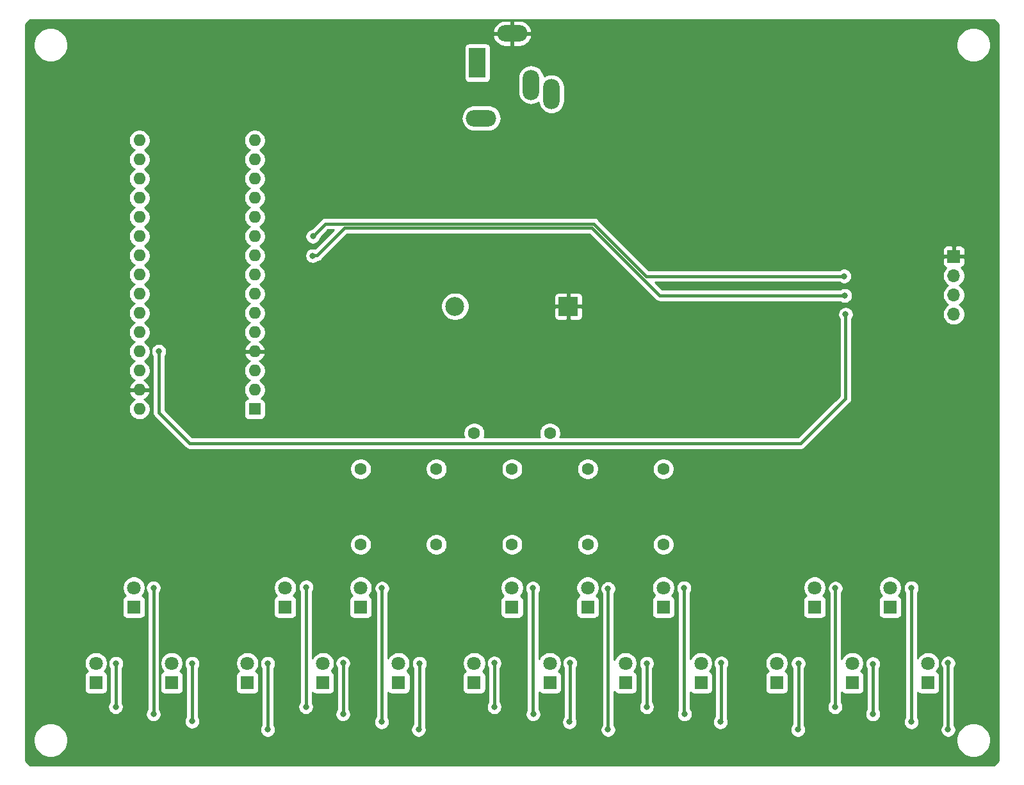
<source format=gbr>
%TF.GenerationSoftware,KiCad,Pcbnew,(5.1.10)-1*%
%TF.CreationDate,2021-08-20T09:58:33-04:00*%
%TF.ProjectId,UltraSonic Theremin,556c7472-6153-46f6-9e69-632054686572,rev?*%
%TF.SameCoordinates,Original*%
%TF.FileFunction,Copper,L2,Bot*%
%TF.FilePolarity,Positive*%
%FSLAX46Y46*%
G04 Gerber Fmt 4.6, Leading zero omitted, Abs format (unit mm)*
G04 Created by KiCad (PCBNEW (5.1.10)-1) date 2021-08-20 09:58:33*
%MOMM*%
%LPD*%
G01*
G04 APERTURE LIST*
%TA.AperFunction,ComponentPad*%
%ADD10O,1.600000X1.600000*%
%TD*%
%TA.AperFunction,ComponentPad*%
%ADD11R,1.600000X1.600000*%
%TD*%
%TA.AperFunction,ComponentPad*%
%ADD12C,1.800000*%
%TD*%
%TA.AperFunction,ComponentPad*%
%ADD13R,1.800000X1.800000*%
%TD*%
%TA.AperFunction,ComponentPad*%
%ADD14O,4.000000X2.200000*%
%TD*%
%TA.AperFunction,ComponentPad*%
%ADD15O,2.200000X4.000000*%
%TD*%
%TA.AperFunction,ComponentPad*%
%ADD16R,2.200000X4.000000*%
%TD*%
%TA.AperFunction,ComponentPad*%
%ADD17C,2.500000*%
%TD*%
%TA.AperFunction,ComponentPad*%
%ADD18R,2.500000X2.500000*%
%TD*%
%TA.AperFunction,ComponentPad*%
%ADD19C,1.600000*%
%TD*%
%TA.AperFunction,ComponentPad*%
%ADD20R,1.700000X1.700000*%
%TD*%
%TA.AperFunction,ComponentPad*%
%ADD21O,1.700000X1.700000*%
%TD*%
%TA.AperFunction,ViaPad*%
%ADD22C,0.800000*%
%TD*%
%TA.AperFunction,Conductor*%
%ADD23C,0.381000*%
%TD*%
%TA.AperFunction,Conductor*%
%ADD24C,0.254000*%
%TD*%
%TA.AperFunction,Conductor*%
%ADD25C,0.100000*%
%TD*%
G04 APERTURE END LIST*
D10*
%TO.P,A1,16*%
%TO.N,D13*%
X50730000Y-66630000D03*
%TO.P,A1,15*%
%TO.N,D12*%
X65970000Y-66630000D03*
%TO.P,A1,30*%
%TO.N,Net-(A1-Pad30)*%
X50730000Y-102190000D03*
%TO.P,A1,14*%
%TO.N,D11*%
X65970000Y-69170000D03*
%TO.P,A1,29*%
%TO.N,GND*%
X50730000Y-99650000D03*
%TO.P,A1,13*%
%TO.N,D10*%
X65970000Y-71710000D03*
%TO.P,A1,28*%
%TO.N,Net-(A1-Pad28)*%
X50730000Y-97110000D03*
%TO.P,A1,12*%
%TO.N,D09*%
X65970000Y-74250000D03*
%TO.P,A1,27*%
%TO.N,5V+*%
X50730000Y-94570000D03*
%TO.P,A1,11*%
%TO.N,D08*%
X65970000Y-76790000D03*
%TO.P,A1,26*%
%TO.N,Net-(A1-Pad26)*%
X50730000Y-92030000D03*
%TO.P,A1,10*%
%TO.N,D07*%
X65970000Y-79330000D03*
%TO.P,A1,25*%
%TO.N,Net-(A1-Pad25)*%
X50730000Y-89490000D03*
%TO.P,A1,9*%
%TO.N,D06*%
X65970000Y-81870000D03*
%TO.P,A1,24*%
%TO.N,D19*%
X50730000Y-86950000D03*
%TO.P,A1,8*%
%TO.N,D05*%
X65970000Y-84410000D03*
%TO.P,A1,23*%
%TO.N,D18*%
X50730000Y-84410000D03*
%TO.P,A1,7*%
%TO.N,COL_3*%
X65970000Y-86950000D03*
%TO.P,A1,22*%
%TO.N,D17*%
X50730000Y-81870000D03*
%TO.P,A1,6*%
%TO.N,COL_4*%
X65970000Y-89490000D03*
%TO.P,A1,21*%
%TO.N,D16*%
X50730000Y-79330000D03*
%TO.P,A1,5*%
%TO.N,COL_5*%
X65970000Y-92030000D03*
%TO.P,A1,20*%
%TO.N,COL_1*%
X50730000Y-76790000D03*
%TO.P,A1,4*%
%TO.N,GND*%
X65970000Y-94570000D03*
%TO.P,A1,19*%
%TO.N,COL_2*%
X50730000Y-74250000D03*
%TO.P,A1,3*%
%TO.N,Net-(A1-Pad3)*%
X65970000Y-97110000D03*
%TO.P,A1,18*%
%TO.N,Net-(A1-Pad18)*%
X50730000Y-71710000D03*
%TO.P,A1,2*%
%TO.N,D01*%
X65970000Y-99650000D03*
%TO.P,A1,17*%
%TO.N,Net-(A1-Pad17)*%
X50730000Y-69170000D03*
D11*
%TO.P,A1,1*%
%TO.N,D00*%
X65970000Y-102190000D03*
%TD*%
D12*
%TO.P,D1,2*%
%TO.N,D19*%
X45000000Y-135830000D03*
D13*
%TO.P,D1,1*%
%TO.N,Net-(D1-Pad1)*%
X45000000Y-138370000D03*
%TD*%
D12*
%TO.P,D2,2*%
%TO.N,D18*%
X50000000Y-125830000D03*
D13*
%TO.P,D2,1*%
%TO.N,Net-(D1-Pad1)*%
X50000000Y-128370000D03*
%TD*%
%TO.P,D3,1*%
%TO.N,Net-(D1-Pad1)*%
X55000000Y-138370000D03*
D12*
%TO.P,D3,2*%
%TO.N,D17*%
X55000000Y-135830000D03*
%TD*%
%TO.P,D4,2*%
%TO.N,D16*%
X65000000Y-135830000D03*
D13*
%TO.P,D4,1*%
%TO.N,Net-(D1-Pad1)*%
X65000000Y-138370000D03*
%TD*%
%TO.P,D5,1*%
%TO.N,Net-(D5-Pad1)*%
X70000000Y-128370000D03*
D12*
%TO.P,D5,2*%
%TO.N,D19*%
X70000000Y-125830000D03*
%TD*%
D13*
%TO.P,D6,1*%
%TO.N,Net-(D5-Pad1)*%
X75000000Y-138370000D03*
D12*
%TO.P,D6,2*%
%TO.N,D18*%
X75000000Y-135830000D03*
%TD*%
%TO.P,D7,2*%
%TO.N,D17*%
X80000000Y-125830000D03*
D13*
%TO.P,D7,1*%
%TO.N,Net-(D5-Pad1)*%
X80000000Y-128370000D03*
%TD*%
%TO.P,D8,1*%
%TO.N,Net-(D5-Pad1)*%
X85000000Y-138370000D03*
D12*
%TO.P,D8,2*%
%TO.N,D16*%
X85000000Y-135830000D03*
%TD*%
D13*
%TO.P,D9,1*%
%TO.N,Net-(D10-Pad1)*%
X95000000Y-138370000D03*
D12*
%TO.P,D9,2*%
%TO.N,D19*%
X95000000Y-135830000D03*
%TD*%
%TO.P,D10,2*%
%TO.N,D18*%
X100000000Y-125830000D03*
D13*
%TO.P,D10,1*%
%TO.N,Net-(D10-Pad1)*%
X100000000Y-128370000D03*
%TD*%
%TO.P,D11,1*%
%TO.N,Net-(D10-Pad1)*%
X105000000Y-138370000D03*
D12*
%TO.P,D11,2*%
%TO.N,D17*%
X105000000Y-135830000D03*
%TD*%
%TO.P,D12,2*%
%TO.N,D16*%
X110000000Y-125830000D03*
D13*
%TO.P,D12,1*%
%TO.N,Net-(D10-Pad1)*%
X110000000Y-128370000D03*
%TD*%
D12*
%TO.P,D13,2*%
%TO.N,D19*%
X115000000Y-135830000D03*
D13*
%TO.P,D13,1*%
%TO.N,Net-(D13-Pad1)*%
X115000000Y-138370000D03*
%TD*%
%TO.P,D14,1*%
%TO.N,Net-(D13-Pad1)*%
X120000000Y-128370000D03*
D12*
%TO.P,D14,2*%
%TO.N,D18*%
X120000000Y-125830000D03*
%TD*%
%TO.P,D15,2*%
%TO.N,D17*%
X125000000Y-135830000D03*
D13*
%TO.P,D15,1*%
%TO.N,Net-(D13-Pad1)*%
X125000000Y-138370000D03*
%TD*%
%TO.P,D16,1*%
%TO.N,Net-(D13-Pad1)*%
X135000000Y-138370000D03*
D12*
%TO.P,D16,2*%
%TO.N,D16*%
X135000000Y-135830000D03*
%TD*%
D13*
%TO.P,D17,1*%
%TO.N,Net-(D17-Pad1)*%
X140000000Y-128370000D03*
D12*
%TO.P,D17,2*%
%TO.N,D19*%
X140000000Y-125830000D03*
%TD*%
%TO.P,D18,2*%
%TO.N,D18*%
X145000000Y-135830000D03*
D13*
%TO.P,D18,1*%
%TO.N,Net-(D17-Pad1)*%
X145000000Y-138370000D03*
%TD*%
%TO.P,D19,1*%
%TO.N,Net-(D17-Pad1)*%
X150000000Y-128370000D03*
D12*
%TO.P,D19,2*%
%TO.N,D17*%
X150000000Y-125830000D03*
%TD*%
%TO.P,D20,2*%
%TO.N,D16*%
X155000000Y-135830000D03*
D13*
%TO.P,D20,1*%
%TO.N,Net-(D17-Pad1)*%
X155000000Y-138370000D03*
%TD*%
D14*
%TO.P,J1,S*%
%TO.N,GND*%
X100028000Y-52480000D03*
D15*
%TO.P,J1,R*%
%TO.N,Net-(J1-PadR)*%
X105228000Y-60480000D03*
%TO.P,J1,RN*%
%TO.N,Net-(J1-PadRN)*%
X102528000Y-59280000D03*
D14*
%TO.P,J1,TN*%
%TO.N,Net-(J1-PadTN)*%
X95928000Y-63680000D03*
D16*
%TO.P,J1,T*%
%TO.N,Net-(J1-PadT)*%
X95428000Y-56380000D03*
%TD*%
D17*
%TO.P,LS1,1*%
%TO.N,Net-(J1-PadTN)*%
X92450000Y-88600000D03*
D18*
%TO.P,LS1,2*%
%TO.N,GND*%
X107450000Y-88600000D03*
%TD*%
D19*
%TO.P,R1,1*%
%TO.N,Net-(J1-PadT)*%
X105000000Y-105400000D03*
%TO.P,R1,2*%
%TO.N,D05*%
X95000000Y-105400000D03*
%TD*%
%TO.P,R2,2*%
%TO.N,COL_1*%
X80000000Y-110100000D03*
%TO.P,R2,1*%
%TO.N,Net-(D1-Pad1)*%
X80000000Y-120100000D03*
%TD*%
%TO.P,R3,1*%
%TO.N,Net-(D5-Pad1)*%
X90000000Y-120100000D03*
%TO.P,R3,2*%
%TO.N,COL_2*%
X90000000Y-110100000D03*
%TD*%
%TO.P,R4,2*%
%TO.N,COL_3*%
X100000000Y-110100000D03*
%TO.P,R4,1*%
%TO.N,Net-(D10-Pad1)*%
X100000000Y-120100000D03*
%TD*%
%TO.P,R5,1*%
%TO.N,Net-(D13-Pad1)*%
X110000000Y-120100000D03*
%TO.P,R5,2*%
%TO.N,COL_4*%
X110000000Y-110100000D03*
%TD*%
%TO.P,R6,2*%
%TO.N,COL_5*%
X120000000Y-110100000D03*
%TO.P,R6,1*%
%TO.N,Net-(D17-Pad1)*%
X120000000Y-120100000D03*
%TD*%
D20*
%TO.P,U1,1*%
%TO.N,GND*%
X158400000Y-82000000D03*
D21*
%TO.P,U1,2*%
%TO.N,D07*%
X158400000Y-84540000D03*
%TO.P,U1,3*%
%TO.N,D06*%
X158400000Y-87080000D03*
%TO.P,U1,4*%
%TO.N,5V+*%
X158400000Y-89620000D03*
%TD*%
D22*
%TO.N,5V+*%
X144100000Y-89650000D03*
X53300000Y-94550000D03*
%TO.N,D19*%
X72800000Y-125750000D03*
X142750000Y-125900000D03*
X117800000Y-135850000D03*
X97650000Y-135800000D03*
X47650000Y-135850000D03*
X47600000Y-141600000D03*
X97650000Y-141600000D03*
X117800000Y-141600000D03*
X142700000Y-141600000D03*
X72750000Y-141600000D03*
%TO.N,D18*%
X52600000Y-125850000D03*
X102750000Y-125900000D03*
X122750000Y-125850000D03*
X147700000Y-135900000D03*
X77650000Y-135800000D03*
X77650000Y-142550000D03*
X147700000Y-142550000D03*
X122800000Y-142550000D03*
X102800000Y-142550000D03*
X52600000Y-142550000D03*
%TO.N,D17*%
X82800000Y-125900000D03*
X152800000Y-125850000D03*
X127650000Y-135800000D03*
X107650000Y-135800000D03*
X57700000Y-135850000D03*
X57700000Y-143500000D03*
X107600000Y-143600000D03*
X127550000Y-143600000D03*
X152800000Y-143600000D03*
X82750000Y-143600000D03*
%TO.N,D16*%
X112700000Y-125950000D03*
X157650000Y-135800000D03*
X137850000Y-135850000D03*
X87750000Y-135850000D03*
X67700000Y-135850000D03*
X67700000Y-144600000D03*
X87650000Y-144600000D03*
X137800000Y-144600000D03*
X157650000Y-144600000D03*
X112700000Y-144600000D03*
%TO.N,D07*%
X143900000Y-84600000D03*
X73670000Y-79330000D03*
%TO.N,D06*%
X144000000Y-87150000D03*
X73650000Y-81900000D03*
%TD*%
D23*
%TO.N,5V+*%
X53300000Y-94550000D02*
X53300000Y-102650000D01*
X53300000Y-102650000D02*
X57400000Y-106750000D01*
X144100000Y-100800000D02*
X138150000Y-106750000D01*
X144100000Y-89650000D02*
X144100000Y-100800000D01*
X57400000Y-106750000D02*
X138150000Y-106750000D01*
%TO.N,D19*%
X47650000Y-135850000D02*
X47650000Y-141550000D01*
X47650000Y-141550000D02*
X47600000Y-141600000D01*
X97650000Y-135800000D02*
X97650000Y-141600000D01*
X117800000Y-135850000D02*
X117800000Y-141600000D01*
X142750000Y-141550000D02*
X142700000Y-141600000D01*
X142750000Y-125900000D02*
X142750000Y-141550000D01*
X72800000Y-141550000D02*
X72750000Y-141600000D01*
X72800000Y-125750000D02*
X72800000Y-141550000D01*
%TO.N,D18*%
X77650000Y-135800000D02*
X77650000Y-142550000D01*
X147700000Y-135900000D02*
X147700000Y-142550000D01*
X122750000Y-125850000D02*
X122750000Y-142500000D01*
X122750000Y-142500000D02*
X122800000Y-142550000D01*
X102750000Y-125900000D02*
X102750000Y-142500000D01*
X102750000Y-142500000D02*
X102800000Y-142550000D01*
X52600000Y-125850000D02*
X52600000Y-142550000D01*
%TO.N,D17*%
X57700000Y-135850000D02*
X57700000Y-143500000D01*
X107650000Y-143550000D02*
X107600000Y-143600000D01*
X107650000Y-135800000D02*
X107650000Y-143550000D01*
X127650000Y-143500000D02*
X127550000Y-143600000D01*
X127650000Y-135800000D02*
X127650000Y-143500000D01*
X152800000Y-125850000D02*
X152800000Y-143600000D01*
X82800000Y-143550000D02*
X82750000Y-143600000D01*
X82800000Y-125900000D02*
X82800000Y-143550000D01*
%TO.N,D16*%
X67700000Y-135850000D02*
X67700000Y-144600000D01*
X87750000Y-144500000D02*
X87650000Y-144600000D01*
X87750000Y-135850000D02*
X87750000Y-144500000D01*
X137850000Y-144550000D02*
X137800000Y-144600000D01*
X137850000Y-135850000D02*
X137850000Y-144550000D01*
X157650000Y-135800000D02*
X157650000Y-144600000D01*
X112700000Y-125950000D02*
X112700000Y-144600000D01*
%TO.N,D07*%
X143900000Y-84600000D02*
X117750000Y-84600000D01*
X117750000Y-84600000D02*
X110800000Y-77650000D01*
X77400000Y-77650000D02*
X75350000Y-77650000D01*
X110800000Y-77650000D02*
X77400000Y-77650000D01*
X77400000Y-77650000D02*
X77000000Y-77650000D01*
X75350000Y-77650000D02*
X73670000Y-79330000D01*
%TO.N,D06*%
X74230000Y-81870000D02*
X77868990Y-78231010D01*
X77868990Y-78231010D02*
X110559338Y-78231010D01*
X119478328Y-87150000D02*
X144000000Y-87150000D01*
X110559338Y-78231010D02*
X119478328Y-87150000D01*
X73680000Y-81870000D02*
X74230000Y-81870000D01*
X73650000Y-81900000D02*
X73680000Y-81870000D01*
%TD*%
D24*
%TO.N,GND*%
X164340000Y-51273381D02*
X164340001Y-148726618D01*
X163726620Y-149340000D01*
X36273381Y-149340000D01*
X35660000Y-148726620D01*
X35660000Y-145774947D01*
X36715000Y-145774947D01*
X36715000Y-146225053D01*
X36802811Y-146666510D01*
X36975059Y-147082353D01*
X37225125Y-147456603D01*
X37543397Y-147774875D01*
X37917647Y-148024941D01*
X38333490Y-148197189D01*
X38774947Y-148285000D01*
X39225053Y-148285000D01*
X39666510Y-148197189D01*
X40082353Y-148024941D01*
X40456603Y-147774875D01*
X40774875Y-147456603D01*
X41024941Y-147082353D01*
X41197189Y-146666510D01*
X41285000Y-146225053D01*
X41285000Y-145774947D01*
X158715000Y-145774947D01*
X158715000Y-146225053D01*
X158802811Y-146666510D01*
X158975059Y-147082353D01*
X159225125Y-147456603D01*
X159543397Y-147774875D01*
X159917647Y-148024941D01*
X160333490Y-148197189D01*
X160774947Y-148285000D01*
X161225053Y-148285000D01*
X161666510Y-148197189D01*
X162082353Y-148024941D01*
X162456603Y-147774875D01*
X162774875Y-147456603D01*
X163024941Y-147082353D01*
X163197189Y-146666510D01*
X163285000Y-146225053D01*
X163285000Y-145774947D01*
X163197189Y-145333490D01*
X163024941Y-144917647D01*
X162774875Y-144543397D01*
X162456603Y-144225125D01*
X162082353Y-143975059D01*
X161666510Y-143802811D01*
X161225053Y-143715000D01*
X160774947Y-143715000D01*
X160333490Y-143802811D01*
X159917647Y-143975059D01*
X159543397Y-144225125D01*
X159225125Y-144543397D01*
X158975059Y-144917647D01*
X158802811Y-145333490D01*
X158715000Y-145774947D01*
X41285000Y-145774947D01*
X41197189Y-145333490D01*
X41024941Y-144917647D01*
X40774875Y-144543397D01*
X40456603Y-144225125D01*
X40082353Y-143975059D01*
X39666510Y-143802811D01*
X39225053Y-143715000D01*
X38774947Y-143715000D01*
X38333490Y-143802811D01*
X37917647Y-143975059D01*
X37543397Y-144225125D01*
X37225125Y-144543397D01*
X36975059Y-144917647D01*
X36802811Y-145333490D01*
X36715000Y-145774947D01*
X35660000Y-145774947D01*
X35660000Y-141498061D01*
X46565000Y-141498061D01*
X46565000Y-141701939D01*
X46604774Y-141901898D01*
X46682795Y-142090256D01*
X46796063Y-142259774D01*
X46940226Y-142403937D01*
X47109744Y-142517205D01*
X47298102Y-142595226D01*
X47498061Y-142635000D01*
X47701939Y-142635000D01*
X47901898Y-142595226D01*
X48090256Y-142517205D01*
X48259774Y-142403937D01*
X48403937Y-142259774D01*
X48517205Y-142090256D01*
X48595226Y-141901898D01*
X48635000Y-141701939D01*
X48635000Y-141498061D01*
X48595226Y-141298102D01*
X48517205Y-141109744D01*
X48475500Y-141047328D01*
X48475500Y-136477503D01*
X48567205Y-136340256D01*
X48645226Y-136151898D01*
X48685000Y-135951939D01*
X48685000Y-135748061D01*
X48645226Y-135548102D01*
X48567205Y-135359744D01*
X48453937Y-135190226D01*
X48309774Y-135046063D01*
X48140256Y-134932795D01*
X47951898Y-134854774D01*
X47751939Y-134815000D01*
X47548061Y-134815000D01*
X47348102Y-134854774D01*
X47159744Y-134932795D01*
X46990226Y-135046063D01*
X46846063Y-135190226D01*
X46732795Y-135359744D01*
X46654774Y-135548102D01*
X46615000Y-135748061D01*
X46615000Y-135951939D01*
X46654774Y-136151898D01*
X46732795Y-136340256D01*
X46824500Y-136477503D01*
X46824501Y-140911788D01*
X46796063Y-140940226D01*
X46682795Y-141109744D01*
X46604774Y-141298102D01*
X46565000Y-141498061D01*
X35660000Y-141498061D01*
X35660000Y-137470000D01*
X43461928Y-137470000D01*
X43461928Y-139270000D01*
X43474188Y-139394482D01*
X43510498Y-139514180D01*
X43569463Y-139624494D01*
X43648815Y-139721185D01*
X43745506Y-139800537D01*
X43855820Y-139859502D01*
X43975518Y-139895812D01*
X44100000Y-139908072D01*
X45900000Y-139908072D01*
X46024482Y-139895812D01*
X46144180Y-139859502D01*
X46254494Y-139800537D01*
X46351185Y-139721185D01*
X46430537Y-139624494D01*
X46489502Y-139514180D01*
X46525812Y-139394482D01*
X46538072Y-139270000D01*
X46538072Y-137470000D01*
X46525812Y-137345518D01*
X46489502Y-137225820D01*
X46430537Y-137115506D01*
X46351185Y-137018815D01*
X46254494Y-136939463D01*
X46144180Y-136880498D01*
X46125873Y-136874944D01*
X46192312Y-136808505D01*
X46360299Y-136557095D01*
X46476011Y-136277743D01*
X46535000Y-135981184D01*
X46535000Y-135678816D01*
X46476011Y-135382257D01*
X46360299Y-135102905D01*
X46192312Y-134851495D01*
X45978505Y-134637688D01*
X45727095Y-134469701D01*
X45447743Y-134353989D01*
X45151184Y-134295000D01*
X44848816Y-134295000D01*
X44552257Y-134353989D01*
X44272905Y-134469701D01*
X44021495Y-134637688D01*
X43807688Y-134851495D01*
X43639701Y-135102905D01*
X43523989Y-135382257D01*
X43465000Y-135678816D01*
X43465000Y-135981184D01*
X43523989Y-136277743D01*
X43639701Y-136557095D01*
X43807688Y-136808505D01*
X43874127Y-136874944D01*
X43855820Y-136880498D01*
X43745506Y-136939463D01*
X43648815Y-137018815D01*
X43569463Y-137115506D01*
X43510498Y-137225820D01*
X43474188Y-137345518D01*
X43461928Y-137470000D01*
X35660000Y-137470000D01*
X35660000Y-127470000D01*
X48461928Y-127470000D01*
X48461928Y-129270000D01*
X48474188Y-129394482D01*
X48510498Y-129514180D01*
X48569463Y-129624494D01*
X48648815Y-129721185D01*
X48745506Y-129800537D01*
X48855820Y-129859502D01*
X48975518Y-129895812D01*
X49100000Y-129908072D01*
X50900000Y-129908072D01*
X51024482Y-129895812D01*
X51144180Y-129859502D01*
X51254494Y-129800537D01*
X51351185Y-129721185D01*
X51430537Y-129624494D01*
X51489502Y-129514180D01*
X51525812Y-129394482D01*
X51538072Y-129270000D01*
X51538072Y-127470000D01*
X51525812Y-127345518D01*
X51489502Y-127225820D01*
X51430537Y-127115506D01*
X51351185Y-127018815D01*
X51254494Y-126939463D01*
X51144180Y-126880498D01*
X51125873Y-126874944D01*
X51192312Y-126808505D01*
X51360299Y-126557095D01*
X51476011Y-126277743D01*
X51535000Y-125981184D01*
X51535000Y-125748061D01*
X51565000Y-125748061D01*
X51565000Y-125951939D01*
X51604774Y-126151898D01*
X51682795Y-126340256D01*
X51774500Y-126477503D01*
X51774501Y-141922496D01*
X51682795Y-142059744D01*
X51604774Y-142248102D01*
X51565000Y-142448061D01*
X51565000Y-142651939D01*
X51604774Y-142851898D01*
X51682795Y-143040256D01*
X51796063Y-143209774D01*
X51940226Y-143353937D01*
X52109744Y-143467205D01*
X52298102Y-143545226D01*
X52498061Y-143585000D01*
X52701939Y-143585000D01*
X52901898Y-143545226D01*
X53090256Y-143467205D01*
X53259774Y-143353937D01*
X53403937Y-143209774D01*
X53517205Y-143040256D01*
X53595226Y-142851898D01*
X53635000Y-142651939D01*
X53635000Y-142448061D01*
X53595226Y-142248102D01*
X53517205Y-142059744D01*
X53425500Y-141922497D01*
X53425500Y-137470000D01*
X53461928Y-137470000D01*
X53461928Y-139270000D01*
X53474188Y-139394482D01*
X53510498Y-139514180D01*
X53569463Y-139624494D01*
X53648815Y-139721185D01*
X53745506Y-139800537D01*
X53855820Y-139859502D01*
X53975518Y-139895812D01*
X54100000Y-139908072D01*
X55900000Y-139908072D01*
X56024482Y-139895812D01*
X56144180Y-139859502D01*
X56254494Y-139800537D01*
X56351185Y-139721185D01*
X56430537Y-139624494D01*
X56489502Y-139514180D01*
X56525812Y-139394482D01*
X56538072Y-139270000D01*
X56538072Y-137470000D01*
X56525812Y-137345518D01*
X56489502Y-137225820D01*
X56430537Y-137115506D01*
X56351185Y-137018815D01*
X56254494Y-136939463D01*
X56144180Y-136880498D01*
X56125873Y-136874944D01*
X56192312Y-136808505D01*
X56360299Y-136557095D01*
X56476011Y-136277743D01*
X56535000Y-135981184D01*
X56535000Y-135748061D01*
X56665000Y-135748061D01*
X56665000Y-135951939D01*
X56704774Y-136151898D01*
X56782795Y-136340256D01*
X56874500Y-136477503D01*
X56874501Y-142872496D01*
X56782795Y-143009744D01*
X56704774Y-143198102D01*
X56665000Y-143398061D01*
X56665000Y-143601939D01*
X56704774Y-143801898D01*
X56782795Y-143990256D01*
X56896063Y-144159774D01*
X57040226Y-144303937D01*
X57209744Y-144417205D01*
X57398102Y-144495226D01*
X57598061Y-144535000D01*
X57801939Y-144535000D01*
X58001898Y-144495226D01*
X58190256Y-144417205D01*
X58359774Y-144303937D01*
X58503937Y-144159774D01*
X58617205Y-143990256D01*
X58695226Y-143801898D01*
X58735000Y-143601939D01*
X58735000Y-143398061D01*
X58695226Y-143198102D01*
X58617205Y-143009744D01*
X58525500Y-142872497D01*
X58525500Y-137470000D01*
X63461928Y-137470000D01*
X63461928Y-139270000D01*
X63474188Y-139394482D01*
X63510498Y-139514180D01*
X63569463Y-139624494D01*
X63648815Y-139721185D01*
X63745506Y-139800537D01*
X63855820Y-139859502D01*
X63975518Y-139895812D01*
X64100000Y-139908072D01*
X65900000Y-139908072D01*
X66024482Y-139895812D01*
X66144180Y-139859502D01*
X66254494Y-139800537D01*
X66351185Y-139721185D01*
X66430537Y-139624494D01*
X66489502Y-139514180D01*
X66525812Y-139394482D01*
X66538072Y-139270000D01*
X66538072Y-137470000D01*
X66525812Y-137345518D01*
X66489502Y-137225820D01*
X66430537Y-137115506D01*
X66351185Y-137018815D01*
X66254494Y-136939463D01*
X66144180Y-136880498D01*
X66125873Y-136874944D01*
X66192312Y-136808505D01*
X66360299Y-136557095D01*
X66476011Y-136277743D01*
X66535000Y-135981184D01*
X66535000Y-135748061D01*
X66665000Y-135748061D01*
X66665000Y-135951939D01*
X66704774Y-136151898D01*
X66782795Y-136340256D01*
X66874500Y-136477503D01*
X66874501Y-143972496D01*
X66782795Y-144109744D01*
X66704774Y-144298102D01*
X66665000Y-144498061D01*
X66665000Y-144701939D01*
X66704774Y-144901898D01*
X66782795Y-145090256D01*
X66896063Y-145259774D01*
X67040226Y-145403937D01*
X67209744Y-145517205D01*
X67398102Y-145595226D01*
X67598061Y-145635000D01*
X67801939Y-145635000D01*
X68001898Y-145595226D01*
X68190256Y-145517205D01*
X68359774Y-145403937D01*
X68503937Y-145259774D01*
X68617205Y-145090256D01*
X68695226Y-144901898D01*
X68735000Y-144701939D01*
X68735000Y-144498061D01*
X68695226Y-144298102D01*
X68617205Y-144109744D01*
X68525500Y-143972497D01*
X68525500Y-141498061D01*
X71715000Y-141498061D01*
X71715000Y-141701939D01*
X71754774Y-141901898D01*
X71832795Y-142090256D01*
X71946063Y-142259774D01*
X72090226Y-142403937D01*
X72259744Y-142517205D01*
X72448102Y-142595226D01*
X72648061Y-142635000D01*
X72851939Y-142635000D01*
X73051898Y-142595226D01*
X73240256Y-142517205D01*
X73409774Y-142403937D01*
X73553937Y-142259774D01*
X73667205Y-142090256D01*
X73745226Y-141901898D01*
X73785000Y-141701939D01*
X73785000Y-141498061D01*
X73745226Y-141298102D01*
X73667205Y-141109744D01*
X73625500Y-141047328D01*
X73625500Y-139692775D01*
X73648815Y-139721185D01*
X73745506Y-139800537D01*
X73855820Y-139859502D01*
X73975518Y-139895812D01*
X74100000Y-139908072D01*
X75900000Y-139908072D01*
X76024482Y-139895812D01*
X76144180Y-139859502D01*
X76254494Y-139800537D01*
X76351185Y-139721185D01*
X76430537Y-139624494D01*
X76489502Y-139514180D01*
X76525812Y-139394482D01*
X76538072Y-139270000D01*
X76538072Y-137470000D01*
X76525812Y-137345518D01*
X76489502Y-137225820D01*
X76430537Y-137115506D01*
X76351185Y-137018815D01*
X76254494Y-136939463D01*
X76144180Y-136880498D01*
X76125873Y-136874944D01*
X76192312Y-136808505D01*
X76360299Y-136557095D01*
X76476011Y-136277743D01*
X76535000Y-135981184D01*
X76535000Y-135698061D01*
X76615000Y-135698061D01*
X76615000Y-135901939D01*
X76654774Y-136101898D01*
X76732795Y-136290256D01*
X76824500Y-136427503D01*
X76824501Y-141922496D01*
X76732795Y-142059744D01*
X76654774Y-142248102D01*
X76615000Y-142448061D01*
X76615000Y-142651939D01*
X76654774Y-142851898D01*
X76732795Y-143040256D01*
X76846063Y-143209774D01*
X76990226Y-143353937D01*
X77159744Y-143467205D01*
X77348102Y-143545226D01*
X77548061Y-143585000D01*
X77751939Y-143585000D01*
X77951898Y-143545226D01*
X78065763Y-143498061D01*
X81715000Y-143498061D01*
X81715000Y-143701939D01*
X81754774Y-143901898D01*
X81832795Y-144090256D01*
X81946063Y-144259774D01*
X82090226Y-144403937D01*
X82259744Y-144517205D01*
X82448102Y-144595226D01*
X82648061Y-144635000D01*
X82851939Y-144635000D01*
X83051898Y-144595226D01*
X83240256Y-144517205D01*
X83268907Y-144498061D01*
X86615000Y-144498061D01*
X86615000Y-144701939D01*
X86654774Y-144901898D01*
X86732795Y-145090256D01*
X86846063Y-145259774D01*
X86990226Y-145403937D01*
X87159744Y-145517205D01*
X87348102Y-145595226D01*
X87548061Y-145635000D01*
X87751939Y-145635000D01*
X87951898Y-145595226D01*
X88140256Y-145517205D01*
X88309774Y-145403937D01*
X88453937Y-145259774D01*
X88567205Y-145090256D01*
X88645226Y-144901898D01*
X88685000Y-144701939D01*
X88685000Y-144498061D01*
X88645226Y-144298102D01*
X88575500Y-144129770D01*
X88575500Y-137470000D01*
X93461928Y-137470000D01*
X93461928Y-139270000D01*
X93474188Y-139394482D01*
X93510498Y-139514180D01*
X93569463Y-139624494D01*
X93648815Y-139721185D01*
X93745506Y-139800537D01*
X93855820Y-139859502D01*
X93975518Y-139895812D01*
X94100000Y-139908072D01*
X95900000Y-139908072D01*
X96024482Y-139895812D01*
X96144180Y-139859502D01*
X96254494Y-139800537D01*
X96351185Y-139721185D01*
X96430537Y-139624494D01*
X96489502Y-139514180D01*
X96525812Y-139394482D01*
X96538072Y-139270000D01*
X96538072Y-137470000D01*
X96525812Y-137345518D01*
X96489502Y-137225820D01*
X96430537Y-137115506D01*
X96351185Y-137018815D01*
X96254494Y-136939463D01*
X96144180Y-136880498D01*
X96125873Y-136874944D01*
X96192312Y-136808505D01*
X96360299Y-136557095D01*
X96476011Y-136277743D01*
X96535000Y-135981184D01*
X96535000Y-135698061D01*
X96615000Y-135698061D01*
X96615000Y-135901939D01*
X96654774Y-136101898D01*
X96732795Y-136290256D01*
X96824500Y-136427503D01*
X96824501Y-140972496D01*
X96732795Y-141109744D01*
X96654774Y-141298102D01*
X96615000Y-141498061D01*
X96615000Y-141701939D01*
X96654774Y-141901898D01*
X96732795Y-142090256D01*
X96846063Y-142259774D01*
X96990226Y-142403937D01*
X97159744Y-142517205D01*
X97348102Y-142595226D01*
X97548061Y-142635000D01*
X97751939Y-142635000D01*
X97951898Y-142595226D01*
X98140256Y-142517205D01*
X98309774Y-142403937D01*
X98453937Y-142259774D01*
X98567205Y-142090256D01*
X98645226Y-141901898D01*
X98685000Y-141701939D01*
X98685000Y-141498061D01*
X98645226Y-141298102D01*
X98567205Y-141109744D01*
X98475500Y-140972497D01*
X98475500Y-136427503D01*
X98567205Y-136290256D01*
X98645226Y-136101898D01*
X98685000Y-135901939D01*
X98685000Y-135698061D01*
X98645226Y-135498102D01*
X98567205Y-135309744D01*
X98453937Y-135140226D01*
X98309774Y-134996063D01*
X98140256Y-134882795D01*
X97951898Y-134804774D01*
X97751939Y-134765000D01*
X97548061Y-134765000D01*
X97348102Y-134804774D01*
X97159744Y-134882795D01*
X96990226Y-134996063D01*
X96846063Y-135140226D01*
X96732795Y-135309744D01*
X96654774Y-135498102D01*
X96615000Y-135698061D01*
X96535000Y-135698061D01*
X96535000Y-135678816D01*
X96476011Y-135382257D01*
X96360299Y-135102905D01*
X96192312Y-134851495D01*
X95978505Y-134637688D01*
X95727095Y-134469701D01*
X95447743Y-134353989D01*
X95151184Y-134295000D01*
X94848816Y-134295000D01*
X94552257Y-134353989D01*
X94272905Y-134469701D01*
X94021495Y-134637688D01*
X93807688Y-134851495D01*
X93639701Y-135102905D01*
X93523989Y-135382257D01*
X93465000Y-135678816D01*
X93465000Y-135981184D01*
X93523989Y-136277743D01*
X93639701Y-136557095D01*
X93807688Y-136808505D01*
X93874127Y-136874944D01*
X93855820Y-136880498D01*
X93745506Y-136939463D01*
X93648815Y-137018815D01*
X93569463Y-137115506D01*
X93510498Y-137225820D01*
X93474188Y-137345518D01*
X93461928Y-137470000D01*
X88575500Y-137470000D01*
X88575500Y-136477503D01*
X88667205Y-136340256D01*
X88745226Y-136151898D01*
X88785000Y-135951939D01*
X88785000Y-135748061D01*
X88745226Y-135548102D01*
X88667205Y-135359744D01*
X88553937Y-135190226D01*
X88409774Y-135046063D01*
X88240256Y-134932795D01*
X88051898Y-134854774D01*
X87851939Y-134815000D01*
X87648061Y-134815000D01*
X87448102Y-134854774D01*
X87259744Y-134932795D01*
X87090226Y-135046063D01*
X86946063Y-135190226D01*
X86832795Y-135359744D01*
X86754774Y-135548102D01*
X86715000Y-135748061D01*
X86715000Y-135951939D01*
X86754774Y-136151898D01*
X86832795Y-136340256D01*
X86924500Y-136477503D01*
X86924501Y-143861788D01*
X86846063Y-143940226D01*
X86732795Y-144109744D01*
X86654774Y-144298102D01*
X86615000Y-144498061D01*
X83268907Y-144498061D01*
X83409774Y-144403937D01*
X83553937Y-144259774D01*
X83667205Y-144090256D01*
X83745226Y-143901898D01*
X83785000Y-143701939D01*
X83785000Y-143498061D01*
X83745226Y-143298102D01*
X83667205Y-143109744D01*
X83625500Y-143047328D01*
X83625500Y-139692775D01*
X83648815Y-139721185D01*
X83745506Y-139800537D01*
X83855820Y-139859502D01*
X83975518Y-139895812D01*
X84100000Y-139908072D01*
X85900000Y-139908072D01*
X86024482Y-139895812D01*
X86144180Y-139859502D01*
X86254494Y-139800537D01*
X86351185Y-139721185D01*
X86430537Y-139624494D01*
X86489502Y-139514180D01*
X86525812Y-139394482D01*
X86538072Y-139270000D01*
X86538072Y-137470000D01*
X86525812Y-137345518D01*
X86489502Y-137225820D01*
X86430537Y-137115506D01*
X86351185Y-137018815D01*
X86254494Y-136939463D01*
X86144180Y-136880498D01*
X86125873Y-136874944D01*
X86192312Y-136808505D01*
X86360299Y-136557095D01*
X86476011Y-136277743D01*
X86535000Y-135981184D01*
X86535000Y-135678816D01*
X86476011Y-135382257D01*
X86360299Y-135102905D01*
X86192312Y-134851495D01*
X85978505Y-134637688D01*
X85727095Y-134469701D01*
X85447743Y-134353989D01*
X85151184Y-134295000D01*
X84848816Y-134295000D01*
X84552257Y-134353989D01*
X84272905Y-134469701D01*
X84021495Y-134637688D01*
X83807688Y-134851495D01*
X83639701Y-135102905D01*
X83625500Y-135137189D01*
X83625500Y-127470000D01*
X98461928Y-127470000D01*
X98461928Y-129270000D01*
X98474188Y-129394482D01*
X98510498Y-129514180D01*
X98569463Y-129624494D01*
X98648815Y-129721185D01*
X98745506Y-129800537D01*
X98855820Y-129859502D01*
X98975518Y-129895812D01*
X99100000Y-129908072D01*
X100900000Y-129908072D01*
X101024482Y-129895812D01*
X101144180Y-129859502D01*
X101254494Y-129800537D01*
X101351185Y-129721185D01*
X101430537Y-129624494D01*
X101489502Y-129514180D01*
X101525812Y-129394482D01*
X101538072Y-129270000D01*
X101538072Y-127470000D01*
X101525812Y-127345518D01*
X101489502Y-127225820D01*
X101430537Y-127115506D01*
X101351185Y-127018815D01*
X101254494Y-126939463D01*
X101144180Y-126880498D01*
X101125873Y-126874944D01*
X101192312Y-126808505D01*
X101360299Y-126557095D01*
X101476011Y-126277743D01*
X101535000Y-125981184D01*
X101535000Y-125798061D01*
X101715000Y-125798061D01*
X101715000Y-126001939D01*
X101754774Y-126201898D01*
X101832795Y-126390256D01*
X101924500Y-126527503D01*
X101924501Y-141997326D01*
X101882795Y-142059744D01*
X101804774Y-142248102D01*
X101765000Y-142448061D01*
X101765000Y-142651939D01*
X101804774Y-142851898D01*
X101882795Y-143040256D01*
X101996063Y-143209774D01*
X102140226Y-143353937D01*
X102309744Y-143467205D01*
X102498102Y-143545226D01*
X102698061Y-143585000D01*
X102901939Y-143585000D01*
X103101898Y-143545226D01*
X103215763Y-143498061D01*
X106565000Y-143498061D01*
X106565000Y-143701939D01*
X106604774Y-143901898D01*
X106682795Y-144090256D01*
X106796063Y-144259774D01*
X106940226Y-144403937D01*
X107109744Y-144517205D01*
X107298102Y-144595226D01*
X107498061Y-144635000D01*
X107701939Y-144635000D01*
X107901898Y-144595226D01*
X108090256Y-144517205D01*
X108259774Y-144403937D01*
X108403937Y-144259774D01*
X108517205Y-144090256D01*
X108595226Y-143901898D01*
X108635000Y-143701939D01*
X108635000Y-143498061D01*
X108595226Y-143298102D01*
X108517205Y-143109744D01*
X108475500Y-143047328D01*
X108475500Y-136427503D01*
X108567205Y-136290256D01*
X108645226Y-136101898D01*
X108685000Y-135901939D01*
X108685000Y-135698061D01*
X108645226Y-135498102D01*
X108567205Y-135309744D01*
X108453937Y-135140226D01*
X108309774Y-134996063D01*
X108140256Y-134882795D01*
X107951898Y-134804774D01*
X107751939Y-134765000D01*
X107548061Y-134765000D01*
X107348102Y-134804774D01*
X107159744Y-134882795D01*
X106990226Y-134996063D01*
X106846063Y-135140226D01*
X106732795Y-135309744D01*
X106654774Y-135498102D01*
X106615000Y-135698061D01*
X106615000Y-135901939D01*
X106654774Y-136101898D01*
X106732795Y-136290256D01*
X106824500Y-136427503D01*
X106824501Y-142911788D01*
X106796063Y-142940226D01*
X106682795Y-143109744D01*
X106604774Y-143298102D01*
X106565000Y-143498061D01*
X103215763Y-143498061D01*
X103290256Y-143467205D01*
X103459774Y-143353937D01*
X103603937Y-143209774D01*
X103717205Y-143040256D01*
X103795226Y-142851898D01*
X103835000Y-142651939D01*
X103835000Y-142448061D01*
X103795226Y-142248102D01*
X103717205Y-142059744D01*
X103603937Y-141890226D01*
X103575500Y-141861789D01*
X103575500Y-139631850D01*
X103648815Y-139721185D01*
X103745506Y-139800537D01*
X103855820Y-139859502D01*
X103975518Y-139895812D01*
X104100000Y-139908072D01*
X105900000Y-139908072D01*
X106024482Y-139895812D01*
X106144180Y-139859502D01*
X106254494Y-139800537D01*
X106351185Y-139721185D01*
X106430537Y-139624494D01*
X106489502Y-139514180D01*
X106525812Y-139394482D01*
X106538072Y-139270000D01*
X106538072Y-137470000D01*
X106525812Y-137345518D01*
X106489502Y-137225820D01*
X106430537Y-137115506D01*
X106351185Y-137018815D01*
X106254494Y-136939463D01*
X106144180Y-136880498D01*
X106125873Y-136874944D01*
X106192312Y-136808505D01*
X106360299Y-136557095D01*
X106476011Y-136277743D01*
X106535000Y-135981184D01*
X106535000Y-135678816D01*
X106476011Y-135382257D01*
X106360299Y-135102905D01*
X106192312Y-134851495D01*
X105978505Y-134637688D01*
X105727095Y-134469701D01*
X105447743Y-134353989D01*
X105151184Y-134295000D01*
X104848816Y-134295000D01*
X104552257Y-134353989D01*
X104272905Y-134469701D01*
X104021495Y-134637688D01*
X103807688Y-134851495D01*
X103639701Y-135102905D01*
X103575500Y-135257899D01*
X103575500Y-127470000D01*
X108461928Y-127470000D01*
X108461928Y-129270000D01*
X108474188Y-129394482D01*
X108510498Y-129514180D01*
X108569463Y-129624494D01*
X108648815Y-129721185D01*
X108745506Y-129800537D01*
X108855820Y-129859502D01*
X108975518Y-129895812D01*
X109100000Y-129908072D01*
X110900000Y-129908072D01*
X111024482Y-129895812D01*
X111144180Y-129859502D01*
X111254494Y-129800537D01*
X111351185Y-129721185D01*
X111430537Y-129624494D01*
X111489502Y-129514180D01*
X111525812Y-129394482D01*
X111538072Y-129270000D01*
X111538072Y-127470000D01*
X111525812Y-127345518D01*
X111489502Y-127225820D01*
X111430537Y-127115506D01*
X111351185Y-127018815D01*
X111254494Y-126939463D01*
X111144180Y-126880498D01*
X111125873Y-126874944D01*
X111192312Y-126808505D01*
X111360299Y-126557095D01*
X111476011Y-126277743D01*
X111535000Y-125981184D01*
X111535000Y-125848061D01*
X111665000Y-125848061D01*
X111665000Y-126051939D01*
X111704774Y-126251898D01*
X111782795Y-126440256D01*
X111874500Y-126577503D01*
X111874501Y-143972496D01*
X111782795Y-144109744D01*
X111704774Y-144298102D01*
X111665000Y-144498061D01*
X111665000Y-144701939D01*
X111704774Y-144901898D01*
X111782795Y-145090256D01*
X111896063Y-145259774D01*
X112040226Y-145403937D01*
X112209744Y-145517205D01*
X112398102Y-145595226D01*
X112598061Y-145635000D01*
X112801939Y-145635000D01*
X113001898Y-145595226D01*
X113190256Y-145517205D01*
X113359774Y-145403937D01*
X113503937Y-145259774D01*
X113617205Y-145090256D01*
X113695226Y-144901898D01*
X113735000Y-144701939D01*
X113735000Y-144498061D01*
X113695226Y-144298102D01*
X113617205Y-144109744D01*
X113525500Y-143972497D01*
X113525500Y-139542246D01*
X113569463Y-139624494D01*
X113648815Y-139721185D01*
X113745506Y-139800537D01*
X113855820Y-139859502D01*
X113975518Y-139895812D01*
X114100000Y-139908072D01*
X115900000Y-139908072D01*
X116024482Y-139895812D01*
X116144180Y-139859502D01*
X116254494Y-139800537D01*
X116351185Y-139721185D01*
X116430537Y-139624494D01*
X116489502Y-139514180D01*
X116525812Y-139394482D01*
X116538072Y-139270000D01*
X116538072Y-137470000D01*
X116525812Y-137345518D01*
X116489502Y-137225820D01*
X116430537Y-137115506D01*
X116351185Y-137018815D01*
X116254494Y-136939463D01*
X116144180Y-136880498D01*
X116125873Y-136874944D01*
X116192312Y-136808505D01*
X116360299Y-136557095D01*
X116476011Y-136277743D01*
X116535000Y-135981184D01*
X116535000Y-135748061D01*
X116765000Y-135748061D01*
X116765000Y-135951939D01*
X116804774Y-136151898D01*
X116882795Y-136340256D01*
X116974500Y-136477503D01*
X116974501Y-140972496D01*
X116882795Y-141109744D01*
X116804774Y-141298102D01*
X116765000Y-141498061D01*
X116765000Y-141701939D01*
X116804774Y-141901898D01*
X116882795Y-142090256D01*
X116996063Y-142259774D01*
X117140226Y-142403937D01*
X117309744Y-142517205D01*
X117498102Y-142595226D01*
X117698061Y-142635000D01*
X117901939Y-142635000D01*
X118101898Y-142595226D01*
X118290256Y-142517205D01*
X118459774Y-142403937D01*
X118603937Y-142259774D01*
X118717205Y-142090256D01*
X118795226Y-141901898D01*
X118835000Y-141701939D01*
X118835000Y-141498061D01*
X118795226Y-141298102D01*
X118717205Y-141109744D01*
X118625500Y-140972497D01*
X118625500Y-136477503D01*
X118717205Y-136340256D01*
X118795226Y-136151898D01*
X118835000Y-135951939D01*
X118835000Y-135748061D01*
X118795226Y-135548102D01*
X118717205Y-135359744D01*
X118603937Y-135190226D01*
X118459774Y-135046063D01*
X118290256Y-134932795D01*
X118101898Y-134854774D01*
X117901939Y-134815000D01*
X117698061Y-134815000D01*
X117498102Y-134854774D01*
X117309744Y-134932795D01*
X117140226Y-135046063D01*
X116996063Y-135190226D01*
X116882795Y-135359744D01*
X116804774Y-135548102D01*
X116765000Y-135748061D01*
X116535000Y-135748061D01*
X116535000Y-135678816D01*
X116476011Y-135382257D01*
X116360299Y-135102905D01*
X116192312Y-134851495D01*
X115978505Y-134637688D01*
X115727095Y-134469701D01*
X115447743Y-134353989D01*
X115151184Y-134295000D01*
X114848816Y-134295000D01*
X114552257Y-134353989D01*
X114272905Y-134469701D01*
X114021495Y-134637688D01*
X113807688Y-134851495D01*
X113639701Y-135102905D01*
X113525500Y-135378609D01*
X113525500Y-127470000D01*
X118461928Y-127470000D01*
X118461928Y-129270000D01*
X118474188Y-129394482D01*
X118510498Y-129514180D01*
X118569463Y-129624494D01*
X118648815Y-129721185D01*
X118745506Y-129800537D01*
X118855820Y-129859502D01*
X118975518Y-129895812D01*
X119100000Y-129908072D01*
X120900000Y-129908072D01*
X121024482Y-129895812D01*
X121144180Y-129859502D01*
X121254494Y-129800537D01*
X121351185Y-129721185D01*
X121430537Y-129624494D01*
X121489502Y-129514180D01*
X121525812Y-129394482D01*
X121538072Y-129270000D01*
X121538072Y-127470000D01*
X121525812Y-127345518D01*
X121489502Y-127225820D01*
X121430537Y-127115506D01*
X121351185Y-127018815D01*
X121254494Y-126939463D01*
X121144180Y-126880498D01*
X121125873Y-126874944D01*
X121192312Y-126808505D01*
X121360299Y-126557095D01*
X121476011Y-126277743D01*
X121535000Y-125981184D01*
X121535000Y-125748061D01*
X121715000Y-125748061D01*
X121715000Y-125951939D01*
X121754774Y-126151898D01*
X121832795Y-126340256D01*
X121924500Y-126477503D01*
X121924501Y-141997326D01*
X121882795Y-142059744D01*
X121804774Y-142248102D01*
X121765000Y-142448061D01*
X121765000Y-142651939D01*
X121804774Y-142851898D01*
X121882795Y-143040256D01*
X121996063Y-143209774D01*
X122140226Y-143353937D01*
X122309744Y-143467205D01*
X122498102Y-143545226D01*
X122698061Y-143585000D01*
X122901939Y-143585000D01*
X123101898Y-143545226D01*
X123215763Y-143498061D01*
X126515000Y-143498061D01*
X126515000Y-143701939D01*
X126554774Y-143901898D01*
X126632795Y-144090256D01*
X126746063Y-144259774D01*
X126890226Y-144403937D01*
X127059744Y-144517205D01*
X127248102Y-144595226D01*
X127448061Y-144635000D01*
X127651939Y-144635000D01*
X127851898Y-144595226D01*
X128040256Y-144517205D01*
X128068907Y-144498061D01*
X136765000Y-144498061D01*
X136765000Y-144701939D01*
X136804774Y-144901898D01*
X136882795Y-145090256D01*
X136996063Y-145259774D01*
X137140226Y-145403937D01*
X137309744Y-145517205D01*
X137498102Y-145595226D01*
X137698061Y-145635000D01*
X137901939Y-145635000D01*
X138101898Y-145595226D01*
X138290256Y-145517205D01*
X138459774Y-145403937D01*
X138603937Y-145259774D01*
X138717205Y-145090256D01*
X138795226Y-144901898D01*
X138835000Y-144701939D01*
X138835000Y-144498061D01*
X138795226Y-144298102D01*
X138717205Y-144109744D01*
X138675500Y-144047328D01*
X138675500Y-141498061D01*
X141665000Y-141498061D01*
X141665000Y-141701939D01*
X141704774Y-141901898D01*
X141782795Y-142090256D01*
X141896063Y-142259774D01*
X142040226Y-142403937D01*
X142209744Y-142517205D01*
X142398102Y-142595226D01*
X142598061Y-142635000D01*
X142801939Y-142635000D01*
X143001898Y-142595226D01*
X143190256Y-142517205D01*
X143359774Y-142403937D01*
X143503937Y-142259774D01*
X143617205Y-142090256D01*
X143695226Y-141901898D01*
X143735000Y-141701939D01*
X143735000Y-141498061D01*
X143695226Y-141298102D01*
X143617205Y-141109744D01*
X143575500Y-141047328D01*
X143575500Y-139631850D01*
X143648815Y-139721185D01*
X143745506Y-139800537D01*
X143855820Y-139859502D01*
X143975518Y-139895812D01*
X144100000Y-139908072D01*
X145900000Y-139908072D01*
X146024482Y-139895812D01*
X146144180Y-139859502D01*
X146254494Y-139800537D01*
X146351185Y-139721185D01*
X146430537Y-139624494D01*
X146489502Y-139514180D01*
X146525812Y-139394482D01*
X146538072Y-139270000D01*
X146538072Y-137470000D01*
X146525812Y-137345518D01*
X146489502Y-137225820D01*
X146430537Y-137115506D01*
X146351185Y-137018815D01*
X146254494Y-136939463D01*
X146144180Y-136880498D01*
X146125873Y-136874944D01*
X146192312Y-136808505D01*
X146360299Y-136557095D01*
X146476011Y-136277743D01*
X146535000Y-135981184D01*
X146535000Y-135798061D01*
X146665000Y-135798061D01*
X146665000Y-136001939D01*
X146704774Y-136201898D01*
X146782795Y-136390256D01*
X146874500Y-136527503D01*
X146874501Y-141922496D01*
X146782795Y-142059744D01*
X146704774Y-142248102D01*
X146665000Y-142448061D01*
X146665000Y-142651939D01*
X146704774Y-142851898D01*
X146782795Y-143040256D01*
X146896063Y-143209774D01*
X147040226Y-143353937D01*
X147209744Y-143467205D01*
X147398102Y-143545226D01*
X147598061Y-143585000D01*
X147801939Y-143585000D01*
X148001898Y-143545226D01*
X148190256Y-143467205D01*
X148359774Y-143353937D01*
X148503937Y-143209774D01*
X148617205Y-143040256D01*
X148695226Y-142851898D01*
X148735000Y-142651939D01*
X148735000Y-142448061D01*
X148695226Y-142248102D01*
X148617205Y-142059744D01*
X148525500Y-141922497D01*
X148525500Y-136527503D01*
X148617205Y-136390256D01*
X148695226Y-136201898D01*
X148735000Y-136001939D01*
X148735000Y-135798061D01*
X148695226Y-135598102D01*
X148617205Y-135409744D01*
X148503937Y-135240226D01*
X148359774Y-135096063D01*
X148190256Y-134982795D01*
X148001898Y-134904774D01*
X147801939Y-134865000D01*
X147598061Y-134865000D01*
X147398102Y-134904774D01*
X147209744Y-134982795D01*
X147040226Y-135096063D01*
X146896063Y-135240226D01*
X146782795Y-135409744D01*
X146704774Y-135598102D01*
X146665000Y-135798061D01*
X146535000Y-135798061D01*
X146535000Y-135678816D01*
X146476011Y-135382257D01*
X146360299Y-135102905D01*
X146192312Y-134851495D01*
X145978505Y-134637688D01*
X145727095Y-134469701D01*
X145447743Y-134353989D01*
X145151184Y-134295000D01*
X144848816Y-134295000D01*
X144552257Y-134353989D01*
X144272905Y-134469701D01*
X144021495Y-134637688D01*
X143807688Y-134851495D01*
X143639701Y-135102905D01*
X143575500Y-135257899D01*
X143575500Y-127470000D01*
X148461928Y-127470000D01*
X148461928Y-129270000D01*
X148474188Y-129394482D01*
X148510498Y-129514180D01*
X148569463Y-129624494D01*
X148648815Y-129721185D01*
X148745506Y-129800537D01*
X148855820Y-129859502D01*
X148975518Y-129895812D01*
X149100000Y-129908072D01*
X150900000Y-129908072D01*
X151024482Y-129895812D01*
X151144180Y-129859502D01*
X151254494Y-129800537D01*
X151351185Y-129721185D01*
X151430537Y-129624494D01*
X151489502Y-129514180D01*
X151525812Y-129394482D01*
X151538072Y-129270000D01*
X151538072Y-127470000D01*
X151525812Y-127345518D01*
X151489502Y-127225820D01*
X151430537Y-127115506D01*
X151351185Y-127018815D01*
X151254494Y-126939463D01*
X151144180Y-126880498D01*
X151125873Y-126874944D01*
X151192312Y-126808505D01*
X151360299Y-126557095D01*
X151476011Y-126277743D01*
X151535000Y-125981184D01*
X151535000Y-125748061D01*
X151765000Y-125748061D01*
X151765000Y-125951939D01*
X151804774Y-126151898D01*
X151882795Y-126340256D01*
X151974500Y-126477503D01*
X151974501Y-142972496D01*
X151882795Y-143109744D01*
X151804774Y-143298102D01*
X151765000Y-143498061D01*
X151765000Y-143701939D01*
X151804774Y-143901898D01*
X151882795Y-144090256D01*
X151996063Y-144259774D01*
X152140226Y-144403937D01*
X152309744Y-144517205D01*
X152498102Y-144595226D01*
X152698061Y-144635000D01*
X152901939Y-144635000D01*
X153101898Y-144595226D01*
X153290256Y-144517205D01*
X153459774Y-144403937D01*
X153603937Y-144259774D01*
X153717205Y-144090256D01*
X153795226Y-143901898D01*
X153835000Y-143701939D01*
X153835000Y-143498061D01*
X153795226Y-143298102D01*
X153717205Y-143109744D01*
X153625500Y-142972497D01*
X153625500Y-139692775D01*
X153648815Y-139721185D01*
X153745506Y-139800537D01*
X153855820Y-139859502D01*
X153975518Y-139895812D01*
X154100000Y-139908072D01*
X155900000Y-139908072D01*
X156024482Y-139895812D01*
X156144180Y-139859502D01*
X156254494Y-139800537D01*
X156351185Y-139721185D01*
X156430537Y-139624494D01*
X156489502Y-139514180D01*
X156525812Y-139394482D01*
X156538072Y-139270000D01*
X156538072Y-137470000D01*
X156525812Y-137345518D01*
X156489502Y-137225820D01*
X156430537Y-137115506D01*
X156351185Y-137018815D01*
X156254494Y-136939463D01*
X156144180Y-136880498D01*
X156125873Y-136874944D01*
X156192312Y-136808505D01*
X156360299Y-136557095D01*
X156476011Y-136277743D01*
X156535000Y-135981184D01*
X156535000Y-135698061D01*
X156615000Y-135698061D01*
X156615000Y-135901939D01*
X156654774Y-136101898D01*
X156732795Y-136290256D01*
X156824500Y-136427503D01*
X156824501Y-143972496D01*
X156732795Y-144109744D01*
X156654774Y-144298102D01*
X156615000Y-144498061D01*
X156615000Y-144701939D01*
X156654774Y-144901898D01*
X156732795Y-145090256D01*
X156846063Y-145259774D01*
X156990226Y-145403937D01*
X157159744Y-145517205D01*
X157348102Y-145595226D01*
X157548061Y-145635000D01*
X157751939Y-145635000D01*
X157951898Y-145595226D01*
X158140256Y-145517205D01*
X158309774Y-145403937D01*
X158453937Y-145259774D01*
X158567205Y-145090256D01*
X158645226Y-144901898D01*
X158685000Y-144701939D01*
X158685000Y-144498061D01*
X158645226Y-144298102D01*
X158567205Y-144109744D01*
X158475500Y-143972497D01*
X158475500Y-136427503D01*
X158567205Y-136290256D01*
X158645226Y-136101898D01*
X158685000Y-135901939D01*
X158685000Y-135698061D01*
X158645226Y-135498102D01*
X158567205Y-135309744D01*
X158453937Y-135140226D01*
X158309774Y-134996063D01*
X158140256Y-134882795D01*
X157951898Y-134804774D01*
X157751939Y-134765000D01*
X157548061Y-134765000D01*
X157348102Y-134804774D01*
X157159744Y-134882795D01*
X156990226Y-134996063D01*
X156846063Y-135140226D01*
X156732795Y-135309744D01*
X156654774Y-135498102D01*
X156615000Y-135698061D01*
X156535000Y-135698061D01*
X156535000Y-135678816D01*
X156476011Y-135382257D01*
X156360299Y-135102905D01*
X156192312Y-134851495D01*
X155978505Y-134637688D01*
X155727095Y-134469701D01*
X155447743Y-134353989D01*
X155151184Y-134295000D01*
X154848816Y-134295000D01*
X154552257Y-134353989D01*
X154272905Y-134469701D01*
X154021495Y-134637688D01*
X153807688Y-134851495D01*
X153639701Y-135102905D01*
X153625500Y-135137189D01*
X153625500Y-126477503D01*
X153717205Y-126340256D01*
X153795226Y-126151898D01*
X153835000Y-125951939D01*
X153835000Y-125748061D01*
X153795226Y-125548102D01*
X153717205Y-125359744D01*
X153603937Y-125190226D01*
X153459774Y-125046063D01*
X153290256Y-124932795D01*
X153101898Y-124854774D01*
X152901939Y-124815000D01*
X152698061Y-124815000D01*
X152498102Y-124854774D01*
X152309744Y-124932795D01*
X152140226Y-125046063D01*
X151996063Y-125190226D01*
X151882795Y-125359744D01*
X151804774Y-125548102D01*
X151765000Y-125748061D01*
X151535000Y-125748061D01*
X151535000Y-125678816D01*
X151476011Y-125382257D01*
X151360299Y-125102905D01*
X151192312Y-124851495D01*
X150978505Y-124637688D01*
X150727095Y-124469701D01*
X150447743Y-124353989D01*
X150151184Y-124295000D01*
X149848816Y-124295000D01*
X149552257Y-124353989D01*
X149272905Y-124469701D01*
X149021495Y-124637688D01*
X148807688Y-124851495D01*
X148639701Y-125102905D01*
X148523989Y-125382257D01*
X148465000Y-125678816D01*
X148465000Y-125981184D01*
X148523989Y-126277743D01*
X148639701Y-126557095D01*
X148807688Y-126808505D01*
X148874127Y-126874944D01*
X148855820Y-126880498D01*
X148745506Y-126939463D01*
X148648815Y-127018815D01*
X148569463Y-127115506D01*
X148510498Y-127225820D01*
X148474188Y-127345518D01*
X148461928Y-127470000D01*
X143575500Y-127470000D01*
X143575500Y-126527503D01*
X143667205Y-126390256D01*
X143745226Y-126201898D01*
X143785000Y-126001939D01*
X143785000Y-125798061D01*
X143745226Y-125598102D01*
X143667205Y-125409744D01*
X143553937Y-125240226D01*
X143409774Y-125096063D01*
X143240256Y-124982795D01*
X143051898Y-124904774D01*
X142851939Y-124865000D01*
X142648061Y-124865000D01*
X142448102Y-124904774D01*
X142259744Y-124982795D01*
X142090226Y-125096063D01*
X141946063Y-125240226D01*
X141832795Y-125409744D01*
X141754774Y-125598102D01*
X141715000Y-125798061D01*
X141715000Y-126001939D01*
X141754774Y-126201898D01*
X141832795Y-126390256D01*
X141924500Y-126527503D01*
X141924501Y-140911788D01*
X141896063Y-140940226D01*
X141782795Y-141109744D01*
X141704774Y-141298102D01*
X141665000Y-141498061D01*
X138675500Y-141498061D01*
X138675500Y-136477503D01*
X138767205Y-136340256D01*
X138845226Y-136151898D01*
X138885000Y-135951939D01*
X138885000Y-135748061D01*
X138845226Y-135548102D01*
X138767205Y-135359744D01*
X138653937Y-135190226D01*
X138509774Y-135046063D01*
X138340256Y-134932795D01*
X138151898Y-134854774D01*
X137951939Y-134815000D01*
X137748061Y-134815000D01*
X137548102Y-134854774D01*
X137359744Y-134932795D01*
X137190226Y-135046063D01*
X137046063Y-135190226D01*
X136932795Y-135359744D01*
X136854774Y-135548102D01*
X136815000Y-135748061D01*
X136815000Y-135951939D01*
X136854774Y-136151898D01*
X136932795Y-136340256D01*
X137024500Y-136477503D01*
X137024501Y-143911788D01*
X136996063Y-143940226D01*
X136882795Y-144109744D01*
X136804774Y-144298102D01*
X136765000Y-144498061D01*
X128068907Y-144498061D01*
X128209774Y-144403937D01*
X128353937Y-144259774D01*
X128467205Y-144090256D01*
X128545226Y-143901898D01*
X128585000Y-143701939D01*
X128585000Y-143498061D01*
X128545226Y-143298102D01*
X128475500Y-143129770D01*
X128475500Y-137470000D01*
X133461928Y-137470000D01*
X133461928Y-139270000D01*
X133474188Y-139394482D01*
X133510498Y-139514180D01*
X133569463Y-139624494D01*
X133648815Y-139721185D01*
X133745506Y-139800537D01*
X133855820Y-139859502D01*
X133975518Y-139895812D01*
X134100000Y-139908072D01*
X135900000Y-139908072D01*
X136024482Y-139895812D01*
X136144180Y-139859502D01*
X136254494Y-139800537D01*
X136351185Y-139721185D01*
X136430537Y-139624494D01*
X136489502Y-139514180D01*
X136525812Y-139394482D01*
X136538072Y-139270000D01*
X136538072Y-137470000D01*
X136525812Y-137345518D01*
X136489502Y-137225820D01*
X136430537Y-137115506D01*
X136351185Y-137018815D01*
X136254494Y-136939463D01*
X136144180Y-136880498D01*
X136125873Y-136874944D01*
X136192312Y-136808505D01*
X136360299Y-136557095D01*
X136476011Y-136277743D01*
X136535000Y-135981184D01*
X136535000Y-135678816D01*
X136476011Y-135382257D01*
X136360299Y-135102905D01*
X136192312Y-134851495D01*
X135978505Y-134637688D01*
X135727095Y-134469701D01*
X135447743Y-134353989D01*
X135151184Y-134295000D01*
X134848816Y-134295000D01*
X134552257Y-134353989D01*
X134272905Y-134469701D01*
X134021495Y-134637688D01*
X133807688Y-134851495D01*
X133639701Y-135102905D01*
X133523989Y-135382257D01*
X133465000Y-135678816D01*
X133465000Y-135981184D01*
X133523989Y-136277743D01*
X133639701Y-136557095D01*
X133807688Y-136808505D01*
X133874127Y-136874944D01*
X133855820Y-136880498D01*
X133745506Y-136939463D01*
X133648815Y-137018815D01*
X133569463Y-137115506D01*
X133510498Y-137225820D01*
X133474188Y-137345518D01*
X133461928Y-137470000D01*
X128475500Y-137470000D01*
X128475500Y-136427503D01*
X128567205Y-136290256D01*
X128645226Y-136101898D01*
X128685000Y-135901939D01*
X128685000Y-135698061D01*
X128645226Y-135498102D01*
X128567205Y-135309744D01*
X128453937Y-135140226D01*
X128309774Y-134996063D01*
X128140256Y-134882795D01*
X127951898Y-134804774D01*
X127751939Y-134765000D01*
X127548061Y-134765000D01*
X127348102Y-134804774D01*
X127159744Y-134882795D01*
X126990226Y-134996063D01*
X126846063Y-135140226D01*
X126732795Y-135309744D01*
X126654774Y-135498102D01*
X126615000Y-135698061D01*
X126615000Y-135901939D01*
X126654774Y-136101898D01*
X126732795Y-136290256D01*
X126824500Y-136427503D01*
X126824501Y-142861788D01*
X126746063Y-142940226D01*
X126632795Y-143109744D01*
X126554774Y-143298102D01*
X126515000Y-143498061D01*
X123215763Y-143498061D01*
X123290256Y-143467205D01*
X123459774Y-143353937D01*
X123603937Y-143209774D01*
X123717205Y-143040256D01*
X123795226Y-142851898D01*
X123835000Y-142651939D01*
X123835000Y-142448061D01*
X123795226Y-142248102D01*
X123717205Y-142059744D01*
X123603937Y-141890226D01*
X123575500Y-141861789D01*
X123575500Y-139631850D01*
X123648815Y-139721185D01*
X123745506Y-139800537D01*
X123855820Y-139859502D01*
X123975518Y-139895812D01*
X124100000Y-139908072D01*
X125900000Y-139908072D01*
X126024482Y-139895812D01*
X126144180Y-139859502D01*
X126254494Y-139800537D01*
X126351185Y-139721185D01*
X126430537Y-139624494D01*
X126489502Y-139514180D01*
X126525812Y-139394482D01*
X126538072Y-139270000D01*
X126538072Y-137470000D01*
X126525812Y-137345518D01*
X126489502Y-137225820D01*
X126430537Y-137115506D01*
X126351185Y-137018815D01*
X126254494Y-136939463D01*
X126144180Y-136880498D01*
X126125873Y-136874944D01*
X126192312Y-136808505D01*
X126360299Y-136557095D01*
X126476011Y-136277743D01*
X126535000Y-135981184D01*
X126535000Y-135678816D01*
X126476011Y-135382257D01*
X126360299Y-135102905D01*
X126192312Y-134851495D01*
X125978505Y-134637688D01*
X125727095Y-134469701D01*
X125447743Y-134353989D01*
X125151184Y-134295000D01*
X124848816Y-134295000D01*
X124552257Y-134353989D01*
X124272905Y-134469701D01*
X124021495Y-134637688D01*
X123807688Y-134851495D01*
X123639701Y-135102905D01*
X123575500Y-135257899D01*
X123575500Y-127470000D01*
X138461928Y-127470000D01*
X138461928Y-129270000D01*
X138474188Y-129394482D01*
X138510498Y-129514180D01*
X138569463Y-129624494D01*
X138648815Y-129721185D01*
X138745506Y-129800537D01*
X138855820Y-129859502D01*
X138975518Y-129895812D01*
X139100000Y-129908072D01*
X140900000Y-129908072D01*
X141024482Y-129895812D01*
X141144180Y-129859502D01*
X141254494Y-129800537D01*
X141351185Y-129721185D01*
X141430537Y-129624494D01*
X141489502Y-129514180D01*
X141525812Y-129394482D01*
X141538072Y-129270000D01*
X141538072Y-127470000D01*
X141525812Y-127345518D01*
X141489502Y-127225820D01*
X141430537Y-127115506D01*
X141351185Y-127018815D01*
X141254494Y-126939463D01*
X141144180Y-126880498D01*
X141125873Y-126874944D01*
X141192312Y-126808505D01*
X141360299Y-126557095D01*
X141476011Y-126277743D01*
X141535000Y-125981184D01*
X141535000Y-125678816D01*
X141476011Y-125382257D01*
X141360299Y-125102905D01*
X141192312Y-124851495D01*
X140978505Y-124637688D01*
X140727095Y-124469701D01*
X140447743Y-124353989D01*
X140151184Y-124295000D01*
X139848816Y-124295000D01*
X139552257Y-124353989D01*
X139272905Y-124469701D01*
X139021495Y-124637688D01*
X138807688Y-124851495D01*
X138639701Y-125102905D01*
X138523989Y-125382257D01*
X138465000Y-125678816D01*
X138465000Y-125981184D01*
X138523989Y-126277743D01*
X138639701Y-126557095D01*
X138807688Y-126808505D01*
X138874127Y-126874944D01*
X138855820Y-126880498D01*
X138745506Y-126939463D01*
X138648815Y-127018815D01*
X138569463Y-127115506D01*
X138510498Y-127225820D01*
X138474188Y-127345518D01*
X138461928Y-127470000D01*
X123575500Y-127470000D01*
X123575500Y-126477503D01*
X123667205Y-126340256D01*
X123745226Y-126151898D01*
X123785000Y-125951939D01*
X123785000Y-125748061D01*
X123745226Y-125548102D01*
X123667205Y-125359744D01*
X123553937Y-125190226D01*
X123409774Y-125046063D01*
X123240256Y-124932795D01*
X123051898Y-124854774D01*
X122851939Y-124815000D01*
X122648061Y-124815000D01*
X122448102Y-124854774D01*
X122259744Y-124932795D01*
X122090226Y-125046063D01*
X121946063Y-125190226D01*
X121832795Y-125359744D01*
X121754774Y-125548102D01*
X121715000Y-125748061D01*
X121535000Y-125748061D01*
X121535000Y-125678816D01*
X121476011Y-125382257D01*
X121360299Y-125102905D01*
X121192312Y-124851495D01*
X120978505Y-124637688D01*
X120727095Y-124469701D01*
X120447743Y-124353989D01*
X120151184Y-124295000D01*
X119848816Y-124295000D01*
X119552257Y-124353989D01*
X119272905Y-124469701D01*
X119021495Y-124637688D01*
X118807688Y-124851495D01*
X118639701Y-125102905D01*
X118523989Y-125382257D01*
X118465000Y-125678816D01*
X118465000Y-125981184D01*
X118523989Y-126277743D01*
X118639701Y-126557095D01*
X118807688Y-126808505D01*
X118874127Y-126874944D01*
X118855820Y-126880498D01*
X118745506Y-126939463D01*
X118648815Y-127018815D01*
X118569463Y-127115506D01*
X118510498Y-127225820D01*
X118474188Y-127345518D01*
X118461928Y-127470000D01*
X113525500Y-127470000D01*
X113525500Y-126577503D01*
X113617205Y-126440256D01*
X113695226Y-126251898D01*
X113735000Y-126051939D01*
X113735000Y-125848061D01*
X113695226Y-125648102D01*
X113617205Y-125459744D01*
X113503937Y-125290226D01*
X113359774Y-125146063D01*
X113190256Y-125032795D01*
X113001898Y-124954774D01*
X112801939Y-124915000D01*
X112598061Y-124915000D01*
X112398102Y-124954774D01*
X112209744Y-125032795D01*
X112040226Y-125146063D01*
X111896063Y-125290226D01*
X111782795Y-125459744D01*
X111704774Y-125648102D01*
X111665000Y-125848061D01*
X111535000Y-125848061D01*
X111535000Y-125678816D01*
X111476011Y-125382257D01*
X111360299Y-125102905D01*
X111192312Y-124851495D01*
X110978505Y-124637688D01*
X110727095Y-124469701D01*
X110447743Y-124353989D01*
X110151184Y-124295000D01*
X109848816Y-124295000D01*
X109552257Y-124353989D01*
X109272905Y-124469701D01*
X109021495Y-124637688D01*
X108807688Y-124851495D01*
X108639701Y-125102905D01*
X108523989Y-125382257D01*
X108465000Y-125678816D01*
X108465000Y-125981184D01*
X108523989Y-126277743D01*
X108639701Y-126557095D01*
X108807688Y-126808505D01*
X108874127Y-126874944D01*
X108855820Y-126880498D01*
X108745506Y-126939463D01*
X108648815Y-127018815D01*
X108569463Y-127115506D01*
X108510498Y-127225820D01*
X108474188Y-127345518D01*
X108461928Y-127470000D01*
X103575500Y-127470000D01*
X103575500Y-126527503D01*
X103667205Y-126390256D01*
X103745226Y-126201898D01*
X103785000Y-126001939D01*
X103785000Y-125798061D01*
X103745226Y-125598102D01*
X103667205Y-125409744D01*
X103553937Y-125240226D01*
X103409774Y-125096063D01*
X103240256Y-124982795D01*
X103051898Y-124904774D01*
X102851939Y-124865000D01*
X102648061Y-124865000D01*
X102448102Y-124904774D01*
X102259744Y-124982795D01*
X102090226Y-125096063D01*
X101946063Y-125240226D01*
X101832795Y-125409744D01*
X101754774Y-125598102D01*
X101715000Y-125798061D01*
X101535000Y-125798061D01*
X101535000Y-125678816D01*
X101476011Y-125382257D01*
X101360299Y-125102905D01*
X101192312Y-124851495D01*
X100978505Y-124637688D01*
X100727095Y-124469701D01*
X100447743Y-124353989D01*
X100151184Y-124295000D01*
X99848816Y-124295000D01*
X99552257Y-124353989D01*
X99272905Y-124469701D01*
X99021495Y-124637688D01*
X98807688Y-124851495D01*
X98639701Y-125102905D01*
X98523989Y-125382257D01*
X98465000Y-125678816D01*
X98465000Y-125981184D01*
X98523989Y-126277743D01*
X98639701Y-126557095D01*
X98807688Y-126808505D01*
X98874127Y-126874944D01*
X98855820Y-126880498D01*
X98745506Y-126939463D01*
X98648815Y-127018815D01*
X98569463Y-127115506D01*
X98510498Y-127225820D01*
X98474188Y-127345518D01*
X98461928Y-127470000D01*
X83625500Y-127470000D01*
X83625500Y-126527503D01*
X83717205Y-126390256D01*
X83795226Y-126201898D01*
X83835000Y-126001939D01*
X83835000Y-125798061D01*
X83795226Y-125598102D01*
X83717205Y-125409744D01*
X83603937Y-125240226D01*
X83459774Y-125096063D01*
X83290256Y-124982795D01*
X83101898Y-124904774D01*
X82901939Y-124865000D01*
X82698061Y-124865000D01*
X82498102Y-124904774D01*
X82309744Y-124982795D01*
X82140226Y-125096063D01*
X81996063Y-125240226D01*
X81882795Y-125409744D01*
X81804774Y-125598102D01*
X81765000Y-125798061D01*
X81765000Y-126001939D01*
X81804774Y-126201898D01*
X81882795Y-126390256D01*
X81974500Y-126527503D01*
X81974501Y-142911788D01*
X81946063Y-142940226D01*
X81832795Y-143109744D01*
X81754774Y-143298102D01*
X81715000Y-143498061D01*
X78065763Y-143498061D01*
X78140256Y-143467205D01*
X78309774Y-143353937D01*
X78453937Y-143209774D01*
X78567205Y-143040256D01*
X78645226Y-142851898D01*
X78685000Y-142651939D01*
X78685000Y-142448061D01*
X78645226Y-142248102D01*
X78567205Y-142059744D01*
X78475500Y-141922497D01*
X78475500Y-136427503D01*
X78567205Y-136290256D01*
X78645226Y-136101898D01*
X78685000Y-135901939D01*
X78685000Y-135698061D01*
X78645226Y-135498102D01*
X78567205Y-135309744D01*
X78453937Y-135140226D01*
X78309774Y-134996063D01*
X78140256Y-134882795D01*
X77951898Y-134804774D01*
X77751939Y-134765000D01*
X77548061Y-134765000D01*
X77348102Y-134804774D01*
X77159744Y-134882795D01*
X76990226Y-134996063D01*
X76846063Y-135140226D01*
X76732795Y-135309744D01*
X76654774Y-135498102D01*
X76615000Y-135698061D01*
X76535000Y-135698061D01*
X76535000Y-135678816D01*
X76476011Y-135382257D01*
X76360299Y-135102905D01*
X76192312Y-134851495D01*
X75978505Y-134637688D01*
X75727095Y-134469701D01*
X75447743Y-134353989D01*
X75151184Y-134295000D01*
X74848816Y-134295000D01*
X74552257Y-134353989D01*
X74272905Y-134469701D01*
X74021495Y-134637688D01*
X73807688Y-134851495D01*
X73639701Y-135102905D01*
X73625500Y-135137189D01*
X73625500Y-127470000D01*
X78461928Y-127470000D01*
X78461928Y-129270000D01*
X78474188Y-129394482D01*
X78510498Y-129514180D01*
X78569463Y-129624494D01*
X78648815Y-129721185D01*
X78745506Y-129800537D01*
X78855820Y-129859502D01*
X78975518Y-129895812D01*
X79100000Y-129908072D01*
X80900000Y-129908072D01*
X81024482Y-129895812D01*
X81144180Y-129859502D01*
X81254494Y-129800537D01*
X81351185Y-129721185D01*
X81430537Y-129624494D01*
X81489502Y-129514180D01*
X81525812Y-129394482D01*
X81538072Y-129270000D01*
X81538072Y-127470000D01*
X81525812Y-127345518D01*
X81489502Y-127225820D01*
X81430537Y-127115506D01*
X81351185Y-127018815D01*
X81254494Y-126939463D01*
X81144180Y-126880498D01*
X81125873Y-126874944D01*
X81192312Y-126808505D01*
X81360299Y-126557095D01*
X81476011Y-126277743D01*
X81535000Y-125981184D01*
X81535000Y-125678816D01*
X81476011Y-125382257D01*
X81360299Y-125102905D01*
X81192312Y-124851495D01*
X80978505Y-124637688D01*
X80727095Y-124469701D01*
X80447743Y-124353989D01*
X80151184Y-124295000D01*
X79848816Y-124295000D01*
X79552257Y-124353989D01*
X79272905Y-124469701D01*
X79021495Y-124637688D01*
X78807688Y-124851495D01*
X78639701Y-125102905D01*
X78523989Y-125382257D01*
X78465000Y-125678816D01*
X78465000Y-125981184D01*
X78523989Y-126277743D01*
X78639701Y-126557095D01*
X78807688Y-126808505D01*
X78874127Y-126874944D01*
X78855820Y-126880498D01*
X78745506Y-126939463D01*
X78648815Y-127018815D01*
X78569463Y-127115506D01*
X78510498Y-127225820D01*
X78474188Y-127345518D01*
X78461928Y-127470000D01*
X73625500Y-127470000D01*
X73625500Y-126377503D01*
X73717205Y-126240256D01*
X73795226Y-126051898D01*
X73835000Y-125851939D01*
X73835000Y-125648061D01*
X73795226Y-125448102D01*
X73717205Y-125259744D01*
X73603937Y-125090226D01*
X73459774Y-124946063D01*
X73290256Y-124832795D01*
X73101898Y-124754774D01*
X72901939Y-124715000D01*
X72698061Y-124715000D01*
X72498102Y-124754774D01*
X72309744Y-124832795D01*
X72140226Y-124946063D01*
X71996063Y-125090226D01*
X71882795Y-125259744D01*
X71804774Y-125448102D01*
X71765000Y-125648061D01*
X71765000Y-125851939D01*
X71804774Y-126051898D01*
X71882795Y-126240256D01*
X71974500Y-126377503D01*
X71974501Y-140911788D01*
X71946063Y-140940226D01*
X71832795Y-141109744D01*
X71754774Y-141298102D01*
X71715000Y-141498061D01*
X68525500Y-141498061D01*
X68525500Y-136477503D01*
X68617205Y-136340256D01*
X68695226Y-136151898D01*
X68735000Y-135951939D01*
X68735000Y-135748061D01*
X68695226Y-135548102D01*
X68617205Y-135359744D01*
X68503937Y-135190226D01*
X68359774Y-135046063D01*
X68190256Y-134932795D01*
X68001898Y-134854774D01*
X67801939Y-134815000D01*
X67598061Y-134815000D01*
X67398102Y-134854774D01*
X67209744Y-134932795D01*
X67040226Y-135046063D01*
X66896063Y-135190226D01*
X66782795Y-135359744D01*
X66704774Y-135548102D01*
X66665000Y-135748061D01*
X66535000Y-135748061D01*
X66535000Y-135678816D01*
X66476011Y-135382257D01*
X66360299Y-135102905D01*
X66192312Y-134851495D01*
X65978505Y-134637688D01*
X65727095Y-134469701D01*
X65447743Y-134353989D01*
X65151184Y-134295000D01*
X64848816Y-134295000D01*
X64552257Y-134353989D01*
X64272905Y-134469701D01*
X64021495Y-134637688D01*
X63807688Y-134851495D01*
X63639701Y-135102905D01*
X63523989Y-135382257D01*
X63465000Y-135678816D01*
X63465000Y-135981184D01*
X63523989Y-136277743D01*
X63639701Y-136557095D01*
X63807688Y-136808505D01*
X63874127Y-136874944D01*
X63855820Y-136880498D01*
X63745506Y-136939463D01*
X63648815Y-137018815D01*
X63569463Y-137115506D01*
X63510498Y-137225820D01*
X63474188Y-137345518D01*
X63461928Y-137470000D01*
X58525500Y-137470000D01*
X58525500Y-136477503D01*
X58617205Y-136340256D01*
X58695226Y-136151898D01*
X58735000Y-135951939D01*
X58735000Y-135748061D01*
X58695226Y-135548102D01*
X58617205Y-135359744D01*
X58503937Y-135190226D01*
X58359774Y-135046063D01*
X58190256Y-134932795D01*
X58001898Y-134854774D01*
X57801939Y-134815000D01*
X57598061Y-134815000D01*
X57398102Y-134854774D01*
X57209744Y-134932795D01*
X57040226Y-135046063D01*
X56896063Y-135190226D01*
X56782795Y-135359744D01*
X56704774Y-135548102D01*
X56665000Y-135748061D01*
X56535000Y-135748061D01*
X56535000Y-135678816D01*
X56476011Y-135382257D01*
X56360299Y-135102905D01*
X56192312Y-134851495D01*
X55978505Y-134637688D01*
X55727095Y-134469701D01*
X55447743Y-134353989D01*
X55151184Y-134295000D01*
X54848816Y-134295000D01*
X54552257Y-134353989D01*
X54272905Y-134469701D01*
X54021495Y-134637688D01*
X53807688Y-134851495D01*
X53639701Y-135102905D01*
X53523989Y-135382257D01*
X53465000Y-135678816D01*
X53465000Y-135981184D01*
X53523989Y-136277743D01*
X53639701Y-136557095D01*
X53807688Y-136808505D01*
X53874127Y-136874944D01*
X53855820Y-136880498D01*
X53745506Y-136939463D01*
X53648815Y-137018815D01*
X53569463Y-137115506D01*
X53510498Y-137225820D01*
X53474188Y-137345518D01*
X53461928Y-137470000D01*
X53425500Y-137470000D01*
X53425500Y-127470000D01*
X68461928Y-127470000D01*
X68461928Y-129270000D01*
X68474188Y-129394482D01*
X68510498Y-129514180D01*
X68569463Y-129624494D01*
X68648815Y-129721185D01*
X68745506Y-129800537D01*
X68855820Y-129859502D01*
X68975518Y-129895812D01*
X69100000Y-129908072D01*
X70900000Y-129908072D01*
X71024482Y-129895812D01*
X71144180Y-129859502D01*
X71254494Y-129800537D01*
X71351185Y-129721185D01*
X71430537Y-129624494D01*
X71489502Y-129514180D01*
X71525812Y-129394482D01*
X71538072Y-129270000D01*
X71538072Y-127470000D01*
X71525812Y-127345518D01*
X71489502Y-127225820D01*
X71430537Y-127115506D01*
X71351185Y-127018815D01*
X71254494Y-126939463D01*
X71144180Y-126880498D01*
X71125873Y-126874944D01*
X71192312Y-126808505D01*
X71360299Y-126557095D01*
X71476011Y-126277743D01*
X71535000Y-125981184D01*
X71535000Y-125678816D01*
X71476011Y-125382257D01*
X71360299Y-125102905D01*
X71192312Y-124851495D01*
X70978505Y-124637688D01*
X70727095Y-124469701D01*
X70447743Y-124353989D01*
X70151184Y-124295000D01*
X69848816Y-124295000D01*
X69552257Y-124353989D01*
X69272905Y-124469701D01*
X69021495Y-124637688D01*
X68807688Y-124851495D01*
X68639701Y-125102905D01*
X68523989Y-125382257D01*
X68465000Y-125678816D01*
X68465000Y-125981184D01*
X68523989Y-126277743D01*
X68639701Y-126557095D01*
X68807688Y-126808505D01*
X68874127Y-126874944D01*
X68855820Y-126880498D01*
X68745506Y-126939463D01*
X68648815Y-127018815D01*
X68569463Y-127115506D01*
X68510498Y-127225820D01*
X68474188Y-127345518D01*
X68461928Y-127470000D01*
X53425500Y-127470000D01*
X53425500Y-126477503D01*
X53517205Y-126340256D01*
X53595226Y-126151898D01*
X53635000Y-125951939D01*
X53635000Y-125748061D01*
X53595226Y-125548102D01*
X53517205Y-125359744D01*
X53403937Y-125190226D01*
X53259774Y-125046063D01*
X53090256Y-124932795D01*
X52901898Y-124854774D01*
X52701939Y-124815000D01*
X52498061Y-124815000D01*
X52298102Y-124854774D01*
X52109744Y-124932795D01*
X51940226Y-125046063D01*
X51796063Y-125190226D01*
X51682795Y-125359744D01*
X51604774Y-125548102D01*
X51565000Y-125748061D01*
X51535000Y-125748061D01*
X51535000Y-125678816D01*
X51476011Y-125382257D01*
X51360299Y-125102905D01*
X51192312Y-124851495D01*
X50978505Y-124637688D01*
X50727095Y-124469701D01*
X50447743Y-124353989D01*
X50151184Y-124295000D01*
X49848816Y-124295000D01*
X49552257Y-124353989D01*
X49272905Y-124469701D01*
X49021495Y-124637688D01*
X48807688Y-124851495D01*
X48639701Y-125102905D01*
X48523989Y-125382257D01*
X48465000Y-125678816D01*
X48465000Y-125981184D01*
X48523989Y-126277743D01*
X48639701Y-126557095D01*
X48807688Y-126808505D01*
X48874127Y-126874944D01*
X48855820Y-126880498D01*
X48745506Y-126939463D01*
X48648815Y-127018815D01*
X48569463Y-127115506D01*
X48510498Y-127225820D01*
X48474188Y-127345518D01*
X48461928Y-127470000D01*
X35660000Y-127470000D01*
X35660000Y-119958665D01*
X78565000Y-119958665D01*
X78565000Y-120241335D01*
X78620147Y-120518574D01*
X78728320Y-120779727D01*
X78885363Y-121014759D01*
X79085241Y-121214637D01*
X79320273Y-121371680D01*
X79581426Y-121479853D01*
X79858665Y-121535000D01*
X80141335Y-121535000D01*
X80418574Y-121479853D01*
X80679727Y-121371680D01*
X80914759Y-121214637D01*
X81114637Y-121014759D01*
X81271680Y-120779727D01*
X81379853Y-120518574D01*
X81435000Y-120241335D01*
X81435000Y-119958665D01*
X88565000Y-119958665D01*
X88565000Y-120241335D01*
X88620147Y-120518574D01*
X88728320Y-120779727D01*
X88885363Y-121014759D01*
X89085241Y-121214637D01*
X89320273Y-121371680D01*
X89581426Y-121479853D01*
X89858665Y-121535000D01*
X90141335Y-121535000D01*
X90418574Y-121479853D01*
X90679727Y-121371680D01*
X90914759Y-121214637D01*
X91114637Y-121014759D01*
X91271680Y-120779727D01*
X91379853Y-120518574D01*
X91435000Y-120241335D01*
X91435000Y-119958665D01*
X98565000Y-119958665D01*
X98565000Y-120241335D01*
X98620147Y-120518574D01*
X98728320Y-120779727D01*
X98885363Y-121014759D01*
X99085241Y-121214637D01*
X99320273Y-121371680D01*
X99581426Y-121479853D01*
X99858665Y-121535000D01*
X100141335Y-121535000D01*
X100418574Y-121479853D01*
X100679727Y-121371680D01*
X100914759Y-121214637D01*
X101114637Y-121014759D01*
X101271680Y-120779727D01*
X101379853Y-120518574D01*
X101435000Y-120241335D01*
X101435000Y-119958665D01*
X108565000Y-119958665D01*
X108565000Y-120241335D01*
X108620147Y-120518574D01*
X108728320Y-120779727D01*
X108885363Y-121014759D01*
X109085241Y-121214637D01*
X109320273Y-121371680D01*
X109581426Y-121479853D01*
X109858665Y-121535000D01*
X110141335Y-121535000D01*
X110418574Y-121479853D01*
X110679727Y-121371680D01*
X110914759Y-121214637D01*
X111114637Y-121014759D01*
X111271680Y-120779727D01*
X111379853Y-120518574D01*
X111435000Y-120241335D01*
X111435000Y-119958665D01*
X118565000Y-119958665D01*
X118565000Y-120241335D01*
X118620147Y-120518574D01*
X118728320Y-120779727D01*
X118885363Y-121014759D01*
X119085241Y-121214637D01*
X119320273Y-121371680D01*
X119581426Y-121479853D01*
X119858665Y-121535000D01*
X120141335Y-121535000D01*
X120418574Y-121479853D01*
X120679727Y-121371680D01*
X120914759Y-121214637D01*
X121114637Y-121014759D01*
X121271680Y-120779727D01*
X121379853Y-120518574D01*
X121435000Y-120241335D01*
X121435000Y-119958665D01*
X121379853Y-119681426D01*
X121271680Y-119420273D01*
X121114637Y-119185241D01*
X120914759Y-118985363D01*
X120679727Y-118828320D01*
X120418574Y-118720147D01*
X120141335Y-118665000D01*
X119858665Y-118665000D01*
X119581426Y-118720147D01*
X119320273Y-118828320D01*
X119085241Y-118985363D01*
X118885363Y-119185241D01*
X118728320Y-119420273D01*
X118620147Y-119681426D01*
X118565000Y-119958665D01*
X111435000Y-119958665D01*
X111379853Y-119681426D01*
X111271680Y-119420273D01*
X111114637Y-119185241D01*
X110914759Y-118985363D01*
X110679727Y-118828320D01*
X110418574Y-118720147D01*
X110141335Y-118665000D01*
X109858665Y-118665000D01*
X109581426Y-118720147D01*
X109320273Y-118828320D01*
X109085241Y-118985363D01*
X108885363Y-119185241D01*
X108728320Y-119420273D01*
X108620147Y-119681426D01*
X108565000Y-119958665D01*
X101435000Y-119958665D01*
X101379853Y-119681426D01*
X101271680Y-119420273D01*
X101114637Y-119185241D01*
X100914759Y-118985363D01*
X100679727Y-118828320D01*
X100418574Y-118720147D01*
X100141335Y-118665000D01*
X99858665Y-118665000D01*
X99581426Y-118720147D01*
X99320273Y-118828320D01*
X99085241Y-118985363D01*
X98885363Y-119185241D01*
X98728320Y-119420273D01*
X98620147Y-119681426D01*
X98565000Y-119958665D01*
X91435000Y-119958665D01*
X91379853Y-119681426D01*
X91271680Y-119420273D01*
X91114637Y-119185241D01*
X90914759Y-118985363D01*
X90679727Y-118828320D01*
X90418574Y-118720147D01*
X90141335Y-118665000D01*
X89858665Y-118665000D01*
X89581426Y-118720147D01*
X89320273Y-118828320D01*
X89085241Y-118985363D01*
X88885363Y-119185241D01*
X88728320Y-119420273D01*
X88620147Y-119681426D01*
X88565000Y-119958665D01*
X81435000Y-119958665D01*
X81379853Y-119681426D01*
X81271680Y-119420273D01*
X81114637Y-119185241D01*
X80914759Y-118985363D01*
X80679727Y-118828320D01*
X80418574Y-118720147D01*
X80141335Y-118665000D01*
X79858665Y-118665000D01*
X79581426Y-118720147D01*
X79320273Y-118828320D01*
X79085241Y-118985363D01*
X78885363Y-119185241D01*
X78728320Y-119420273D01*
X78620147Y-119681426D01*
X78565000Y-119958665D01*
X35660000Y-119958665D01*
X35660000Y-109958665D01*
X78565000Y-109958665D01*
X78565000Y-110241335D01*
X78620147Y-110518574D01*
X78728320Y-110779727D01*
X78885363Y-111014759D01*
X79085241Y-111214637D01*
X79320273Y-111371680D01*
X79581426Y-111479853D01*
X79858665Y-111535000D01*
X80141335Y-111535000D01*
X80418574Y-111479853D01*
X80679727Y-111371680D01*
X80914759Y-111214637D01*
X81114637Y-111014759D01*
X81271680Y-110779727D01*
X81379853Y-110518574D01*
X81435000Y-110241335D01*
X81435000Y-109958665D01*
X88565000Y-109958665D01*
X88565000Y-110241335D01*
X88620147Y-110518574D01*
X88728320Y-110779727D01*
X88885363Y-111014759D01*
X89085241Y-111214637D01*
X89320273Y-111371680D01*
X89581426Y-111479853D01*
X89858665Y-111535000D01*
X90141335Y-111535000D01*
X90418574Y-111479853D01*
X90679727Y-111371680D01*
X90914759Y-111214637D01*
X91114637Y-111014759D01*
X91271680Y-110779727D01*
X91379853Y-110518574D01*
X91435000Y-110241335D01*
X91435000Y-109958665D01*
X98565000Y-109958665D01*
X98565000Y-110241335D01*
X98620147Y-110518574D01*
X98728320Y-110779727D01*
X98885363Y-111014759D01*
X99085241Y-111214637D01*
X99320273Y-111371680D01*
X99581426Y-111479853D01*
X99858665Y-111535000D01*
X100141335Y-111535000D01*
X100418574Y-111479853D01*
X100679727Y-111371680D01*
X100914759Y-111214637D01*
X101114637Y-111014759D01*
X101271680Y-110779727D01*
X101379853Y-110518574D01*
X101435000Y-110241335D01*
X101435000Y-109958665D01*
X108565000Y-109958665D01*
X108565000Y-110241335D01*
X108620147Y-110518574D01*
X108728320Y-110779727D01*
X108885363Y-111014759D01*
X109085241Y-111214637D01*
X109320273Y-111371680D01*
X109581426Y-111479853D01*
X109858665Y-111535000D01*
X110141335Y-111535000D01*
X110418574Y-111479853D01*
X110679727Y-111371680D01*
X110914759Y-111214637D01*
X111114637Y-111014759D01*
X111271680Y-110779727D01*
X111379853Y-110518574D01*
X111435000Y-110241335D01*
X111435000Y-109958665D01*
X118565000Y-109958665D01*
X118565000Y-110241335D01*
X118620147Y-110518574D01*
X118728320Y-110779727D01*
X118885363Y-111014759D01*
X119085241Y-111214637D01*
X119320273Y-111371680D01*
X119581426Y-111479853D01*
X119858665Y-111535000D01*
X120141335Y-111535000D01*
X120418574Y-111479853D01*
X120679727Y-111371680D01*
X120914759Y-111214637D01*
X121114637Y-111014759D01*
X121271680Y-110779727D01*
X121379853Y-110518574D01*
X121435000Y-110241335D01*
X121435000Y-109958665D01*
X121379853Y-109681426D01*
X121271680Y-109420273D01*
X121114637Y-109185241D01*
X120914759Y-108985363D01*
X120679727Y-108828320D01*
X120418574Y-108720147D01*
X120141335Y-108665000D01*
X119858665Y-108665000D01*
X119581426Y-108720147D01*
X119320273Y-108828320D01*
X119085241Y-108985363D01*
X118885363Y-109185241D01*
X118728320Y-109420273D01*
X118620147Y-109681426D01*
X118565000Y-109958665D01*
X111435000Y-109958665D01*
X111379853Y-109681426D01*
X111271680Y-109420273D01*
X111114637Y-109185241D01*
X110914759Y-108985363D01*
X110679727Y-108828320D01*
X110418574Y-108720147D01*
X110141335Y-108665000D01*
X109858665Y-108665000D01*
X109581426Y-108720147D01*
X109320273Y-108828320D01*
X109085241Y-108985363D01*
X108885363Y-109185241D01*
X108728320Y-109420273D01*
X108620147Y-109681426D01*
X108565000Y-109958665D01*
X101435000Y-109958665D01*
X101379853Y-109681426D01*
X101271680Y-109420273D01*
X101114637Y-109185241D01*
X100914759Y-108985363D01*
X100679727Y-108828320D01*
X100418574Y-108720147D01*
X100141335Y-108665000D01*
X99858665Y-108665000D01*
X99581426Y-108720147D01*
X99320273Y-108828320D01*
X99085241Y-108985363D01*
X98885363Y-109185241D01*
X98728320Y-109420273D01*
X98620147Y-109681426D01*
X98565000Y-109958665D01*
X91435000Y-109958665D01*
X91379853Y-109681426D01*
X91271680Y-109420273D01*
X91114637Y-109185241D01*
X90914759Y-108985363D01*
X90679727Y-108828320D01*
X90418574Y-108720147D01*
X90141335Y-108665000D01*
X89858665Y-108665000D01*
X89581426Y-108720147D01*
X89320273Y-108828320D01*
X89085241Y-108985363D01*
X88885363Y-109185241D01*
X88728320Y-109420273D01*
X88620147Y-109681426D01*
X88565000Y-109958665D01*
X81435000Y-109958665D01*
X81379853Y-109681426D01*
X81271680Y-109420273D01*
X81114637Y-109185241D01*
X80914759Y-108985363D01*
X80679727Y-108828320D01*
X80418574Y-108720147D01*
X80141335Y-108665000D01*
X79858665Y-108665000D01*
X79581426Y-108720147D01*
X79320273Y-108828320D01*
X79085241Y-108985363D01*
X78885363Y-109185241D01*
X78728320Y-109420273D01*
X78620147Y-109681426D01*
X78565000Y-109958665D01*
X35660000Y-109958665D01*
X35660000Y-102048665D01*
X49295000Y-102048665D01*
X49295000Y-102331335D01*
X49350147Y-102608574D01*
X49458320Y-102869727D01*
X49615363Y-103104759D01*
X49815241Y-103304637D01*
X50050273Y-103461680D01*
X50311426Y-103569853D01*
X50588665Y-103625000D01*
X50871335Y-103625000D01*
X51148574Y-103569853D01*
X51409727Y-103461680D01*
X51644759Y-103304637D01*
X51844637Y-103104759D01*
X52001680Y-102869727D01*
X52109853Y-102608574D01*
X52165000Y-102331335D01*
X52165000Y-102048665D01*
X52109853Y-101771426D01*
X52001680Y-101510273D01*
X51844637Y-101275241D01*
X51644759Y-101075363D01*
X51409727Y-100918320D01*
X51399135Y-100913933D01*
X51585131Y-100802385D01*
X51793519Y-100613414D01*
X51961037Y-100387420D01*
X52081246Y-100133087D01*
X52121904Y-99999039D01*
X51999915Y-99777000D01*
X50857000Y-99777000D01*
X50857000Y-99797000D01*
X50603000Y-99797000D01*
X50603000Y-99777000D01*
X49460085Y-99777000D01*
X49338096Y-99999039D01*
X49378754Y-100133087D01*
X49498963Y-100387420D01*
X49666481Y-100613414D01*
X49874869Y-100802385D01*
X50060865Y-100913933D01*
X50050273Y-100918320D01*
X49815241Y-101075363D01*
X49615363Y-101275241D01*
X49458320Y-101510273D01*
X49350147Y-101771426D01*
X49295000Y-102048665D01*
X35660000Y-102048665D01*
X35660000Y-66488665D01*
X49295000Y-66488665D01*
X49295000Y-66771335D01*
X49350147Y-67048574D01*
X49458320Y-67309727D01*
X49615363Y-67544759D01*
X49815241Y-67744637D01*
X50047759Y-67900000D01*
X49815241Y-68055363D01*
X49615363Y-68255241D01*
X49458320Y-68490273D01*
X49350147Y-68751426D01*
X49295000Y-69028665D01*
X49295000Y-69311335D01*
X49350147Y-69588574D01*
X49458320Y-69849727D01*
X49615363Y-70084759D01*
X49815241Y-70284637D01*
X50047759Y-70440000D01*
X49815241Y-70595363D01*
X49615363Y-70795241D01*
X49458320Y-71030273D01*
X49350147Y-71291426D01*
X49295000Y-71568665D01*
X49295000Y-71851335D01*
X49350147Y-72128574D01*
X49458320Y-72389727D01*
X49615363Y-72624759D01*
X49815241Y-72824637D01*
X50047759Y-72980000D01*
X49815241Y-73135363D01*
X49615363Y-73335241D01*
X49458320Y-73570273D01*
X49350147Y-73831426D01*
X49295000Y-74108665D01*
X49295000Y-74391335D01*
X49350147Y-74668574D01*
X49458320Y-74929727D01*
X49615363Y-75164759D01*
X49815241Y-75364637D01*
X50047759Y-75520000D01*
X49815241Y-75675363D01*
X49615363Y-75875241D01*
X49458320Y-76110273D01*
X49350147Y-76371426D01*
X49295000Y-76648665D01*
X49295000Y-76931335D01*
X49350147Y-77208574D01*
X49458320Y-77469727D01*
X49615363Y-77704759D01*
X49815241Y-77904637D01*
X50047759Y-78060000D01*
X49815241Y-78215363D01*
X49615363Y-78415241D01*
X49458320Y-78650273D01*
X49350147Y-78911426D01*
X49295000Y-79188665D01*
X49295000Y-79471335D01*
X49350147Y-79748574D01*
X49458320Y-80009727D01*
X49615363Y-80244759D01*
X49815241Y-80444637D01*
X50047759Y-80600000D01*
X49815241Y-80755363D01*
X49615363Y-80955241D01*
X49458320Y-81190273D01*
X49350147Y-81451426D01*
X49295000Y-81728665D01*
X49295000Y-82011335D01*
X49350147Y-82288574D01*
X49458320Y-82549727D01*
X49615363Y-82784759D01*
X49815241Y-82984637D01*
X50047759Y-83140000D01*
X49815241Y-83295363D01*
X49615363Y-83495241D01*
X49458320Y-83730273D01*
X49350147Y-83991426D01*
X49295000Y-84268665D01*
X49295000Y-84551335D01*
X49350147Y-84828574D01*
X49458320Y-85089727D01*
X49615363Y-85324759D01*
X49815241Y-85524637D01*
X50047759Y-85680000D01*
X49815241Y-85835363D01*
X49615363Y-86035241D01*
X49458320Y-86270273D01*
X49350147Y-86531426D01*
X49295000Y-86808665D01*
X49295000Y-87091335D01*
X49350147Y-87368574D01*
X49458320Y-87629727D01*
X49615363Y-87864759D01*
X49815241Y-88064637D01*
X50047759Y-88220000D01*
X49815241Y-88375363D01*
X49615363Y-88575241D01*
X49458320Y-88810273D01*
X49350147Y-89071426D01*
X49295000Y-89348665D01*
X49295000Y-89631335D01*
X49350147Y-89908574D01*
X49458320Y-90169727D01*
X49615363Y-90404759D01*
X49815241Y-90604637D01*
X50047759Y-90760000D01*
X49815241Y-90915363D01*
X49615363Y-91115241D01*
X49458320Y-91350273D01*
X49350147Y-91611426D01*
X49295000Y-91888665D01*
X49295000Y-92171335D01*
X49350147Y-92448574D01*
X49458320Y-92709727D01*
X49615363Y-92944759D01*
X49815241Y-93144637D01*
X50047759Y-93300000D01*
X49815241Y-93455363D01*
X49615363Y-93655241D01*
X49458320Y-93890273D01*
X49350147Y-94151426D01*
X49295000Y-94428665D01*
X49295000Y-94711335D01*
X49350147Y-94988574D01*
X49458320Y-95249727D01*
X49615363Y-95484759D01*
X49815241Y-95684637D01*
X50047759Y-95840000D01*
X49815241Y-95995363D01*
X49615363Y-96195241D01*
X49458320Y-96430273D01*
X49350147Y-96691426D01*
X49295000Y-96968665D01*
X49295000Y-97251335D01*
X49350147Y-97528574D01*
X49458320Y-97789727D01*
X49615363Y-98024759D01*
X49815241Y-98224637D01*
X50050273Y-98381680D01*
X50060865Y-98386067D01*
X49874869Y-98497615D01*
X49666481Y-98686586D01*
X49498963Y-98912580D01*
X49378754Y-99166913D01*
X49338096Y-99300961D01*
X49460085Y-99523000D01*
X50603000Y-99523000D01*
X50603000Y-99503000D01*
X50857000Y-99503000D01*
X50857000Y-99523000D01*
X51999915Y-99523000D01*
X52121904Y-99300961D01*
X52081246Y-99166913D01*
X51961037Y-98912580D01*
X51793519Y-98686586D01*
X51585131Y-98497615D01*
X51399135Y-98386067D01*
X51409727Y-98381680D01*
X51644759Y-98224637D01*
X51844637Y-98024759D01*
X52001680Y-97789727D01*
X52109853Y-97528574D01*
X52165000Y-97251335D01*
X52165000Y-96968665D01*
X52109853Y-96691426D01*
X52001680Y-96430273D01*
X51844637Y-96195241D01*
X51644759Y-95995363D01*
X51412241Y-95840000D01*
X51644759Y-95684637D01*
X51844637Y-95484759D01*
X52001680Y-95249727D01*
X52109853Y-94988574D01*
X52165000Y-94711335D01*
X52165000Y-94448061D01*
X52265000Y-94448061D01*
X52265000Y-94651939D01*
X52304774Y-94851898D01*
X52382795Y-95040256D01*
X52474500Y-95177503D01*
X52474501Y-102609440D01*
X52470506Y-102650000D01*
X52486445Y-102811826D01*
X52533647Y-102967433D01*
X52610301Y-103110842D01*
X52671863Y-103185854D01*
X52713460Y-103236541D01*
X52744961Y-103262393D01*
X56787611Y-107305045D01*
X56813459Y-107336541D01*
X56844955Y-107362389D01*
X56844958Y-107362392D01*
X56939157Y-107439699D01*
X57082566Y-107516353D01*
X57238174Y-107563556D01*
X57359447Y-107575500D01*
X57359449Y-107575500D01*
X57400000Y-107579494D01*
X57440550Y-107575500D01*
X138109450Y-107575500D01*
X138150000Y-107579494D01*
X138190550Y-107575500D01*
X138190553Y-107575500D01*
X138311826Y-107563556D01*
X138467434Y-107516353D01*
X138610842Y-107439699D01*
X138736541Y-107336541D01*
X138762398Y-107305034D01*
X144655045Y-101412389D01*
X144686541Y-101386541D01*
X144712389Y-101355045D01*
X144712392Y-101355042D01*
X144789699Y-101260843D01*
X144866353Y-101117434D01*
X144892920Y-101029853D01*
X144913556Y-100961826D01*
X144925500Y-100840553D01*
X144925500Y-100840551D01*
X144929494Y-100800000D01*
X144925500Y-100759450D01*
X144925500Y-90277503D01*
X145017205Y-90140256D01*
X145095226Y-89951898D01*
X145135000Y-89751939D01*
X145135000Y-89548061D01*
X145095226Y-89348102D01*
X145017205Y-89159744D01*
X144903937Y-88990226D01*
X144759774Y-88846063D01*
X144590256Y-88732795D01*
X144401898Y-88654774D01*
X144201939Y-88615000D01*
X143998061Y-88615000D01*
X143798102Y-88654774D01*
X143609744Y-88732795D01*
X143440226Y-88846063D01*
X143296063Y-88990226D01*
X143182795Y-89159744D01*
X143104774Y-89348102D01*
X143065000Y-89548061D01*
X143065000Y-89751939D01*
X143104774Y-89951898D01*
X143182795Y-90140256D01*
X143274500Y-90277503D01*
X143274501Y-100458065D01*
X137808068Y-105924500D01*
X106335977Y-105924500D01*
X106379853Y-105818574D01*
X106435000Y-105541335D01*
X106435000Y-105258665D01*
X106379853Y-104981426D01*
X106271680Y-104720273D01*
X106114637Y-104485241D01*
X105914759Y-104285363D01*
X105679727Y-104128320D01*
X105418574Y-104020147D01*
X105141335Y-103965000D01*
X104858665Y-103965000D01*
X104581426Y-104020147D01*
X104320273Y-104128320D01*
X104085241Y-104285363D01*
X103885363Y-104485241D01*
X103728320Y-104720273D01*
X103620147Y-104981426D01*
X103565000Y-105258665D01*
X103565000Y-105541335D01*
X103620147Y-105818574D01*
X103664023Y-105924500D01*
X96335977Y-105924500D01*
X96379853Y-105818574D01*
X96435000Y-105541335D01*
X96435000Y-105258665D01*
X96379853Y-104981426D01*
X96271680Y-104720273D01*
X96114637Y-104485241D01*
X95914759Y-104285363D01*
X95679727Y-104128320D01*
X95418574Y-104020147D01*
X95141335Y-103965000D01*
X94858665Y-103965000D01*
X94581426Y-104020147D01*
X94320273Y-104128320D01*
X94085241Y-104285363D01*
X93885363Y-104485241D01*
X93728320Y-104720273D01*
X93620147Y-104981426D01*
X93565000Y-105258665D01*
X93565000Y-105541335D01*
X93620147Y-105818574D01*
X93664023Y-105924500D01*
X57741934Y-105924500D01*
X54125500Y-102308068D01*
X54125500Y-101390000D01*
X64531928Y-101390000D01*
X64531928Y-102990000D01*
X64544188Y-103114482D01*
X64580498Y-103234180D01*
X64639463Y-103344494D01*
X64718815Y-103441185D01*
X64815506Y-103520537D01*
X64925820Y-103579502D01*
X65045518Y-103615812D01*
X65170000Y-103628072D01*
X66770000Y-103628072D01*
X66894482Y-103615812D01*
X67014180Y-103579502D01*
X67124494Y-103520537D01*
X67221185Y-103441185D01*
X67300537Y-103344494D01*
X67359502Y-103234180D01*
X67395812Y-103114482D01*
X67408072Y-102990000D01*
X67408072Y-101390000D01*
X67395812Y-101265518D01*
X67359502Y-101145820D01*
X67300537Y-101035506D01*
X67221185Y-100938815D01*
X67124494Y-100859463D01*
X67014180Y-100800498D01*
X66894482Y-100764188D01*
X66886039Y-100763357D01*
X67084637Y-100564759D01*
X67241680Y-100329727D01*
X67349853Y-100068574D01*
X67405000Y-99791335D01*
X67405000Y-99508665D01*
X67349853Y-99231426D01*
X67241680Y-98970273D01*
X67084637Y-98735241D01*
X66884759Y-98535363D01*
X66652241Y-98380000D01*
X66884759Y-98224637D01*
X67084637Y-98024759D01*
X67241680Y-97789727D01*
X67349853Y-97528574D01*
X67405000Y-97251335D01*
X67405000Y-96968665D01*
X67349853Y-96691426D01*
X67241680Y-96430273D01*
X67084637Y-96195241D01*
X66884759Y-95995363D01*
X66649727Y-95838320D01*
X66639135Y-95833933D01*
X66825131Y-95722385D01*
X67033519Y-95533414D01*
X67201037Y-95307420D01*
X67321246Y-95053087D01*
X67361904Y-94919039D01*
X67239915Y-94697000D01*
X66097000Y-94697000D01*
X66097000Y-94717000D01*
X65843000Y-94717000D01*
X65843000Y-94697000D01*
X64700085Y-94697000D01*
X64578096Y-94919039D01*
X64618754Y-95053087D01*
X64738963Y-95307420D01*
X64906481Y-95533414D01*
X65114869Y-95722385D01*
X65300865Y-95833933D01*
X65290273Y-95838320D01*
X65055241Y-95995363D01*
X64855363Y-96195241D01*
X64698320Y-96430273D01*
X64590147Y-96691426D01*
X64535000Y-96968665D01*
X64535000Y-97251335D01*
X64590147Y-97528574D01*
X64698320Y-97789727D01*
X64855363Y-98024759D01*
X65055241Y-98224637D01*
X65287759Y-98380000D01*
X65055241Y-98535363D01*
X64855363Y-98735241D01*
X64698320Y-98970273D01*
X64590147Y-99231426D01*
X64535000Y-99508665D01*
X64535000Y-99791335D01*
X64590147Y-100068574D01*
X64698320Y-100329727D01*
X64855363Y-100564759D01*
X65053961Y-100763357D01*
X65045518Y-100764188D01*
X64925820Y-100800498D01*
X64815506Y-100859463D01*
X64718815Y-100938815D01*
X64639463Y-101035506D01*
X64580498Y-101145820D01*
X64544188Y-101265518D01*
X64531928Y-101390000D01*
X54125500Y-101390000D01*
X54125500Y-95177503D01*
X54217205Y-95040256D01*
X54295226Y-94851898D01*
X54335000Y-94651939D01*
X54335000Y-94448061D01*
X54295226Y-94248102D01*
X54217205Y-94059744D01*
X54103937Y-93890226D01*
X53959774Y-93746063D01*
X53790256Y-93632795D01*
X53601898Y-93554774D01*
X53401939Y-93515000D01*
X53198061Y-93515000D01*
X52998102Y-93554774D01*
X52809744Y-93632795D01*
X52640226Y-93746063D01*
X52496063Y-93890226D01*
X52382795Y-94059744D01*
X52304774Y-94248102D01*
X52265000Y-94448061D01*
X52165000Y-94448061D01*
X52165000Y-94428665D01*
X52109853Y-94151426D01*
X52001680Y-93890273D01*
X51844637Y-93655241D01*
X51644759Y-93455363D01*
X51412241Y-93300000D01*
X51644759Y-93144637D01*
X51844637Y-92944759D01*
X52001680Y-92709727D01*
X52109853Y-92448574D01*
X52165000Y-92171335D01*
X52165000Y-91888665D01*
X52109853Y-91611426D01*
X52001680Y-91350273D01*
X51844637Y-91115241D01*
X51644759Y-90915363D01*
X51412241Y-90760000D01*
X51644759Y-90604637D01*
X51844637Y-90404759D01*
X52001680Y-90169727D01*
X52109853Y-89908574D01*
X52165000Y-89631335D01*
X52165000Y-89348665D01*
X52109853Y-89071426D01*
X52001680Y-88810273D01*
X51844637Y-88575241D01*
X51644759Y-88375363D01*
X51412241Y-88220000D01*
X51644759Y-88064637D01*
X51844637Y-87864759D01*
X52001680Y-87629727D01*
X52109853Y-87368574D01*
X52165000Y-87091335D01*
X52165000Y-86808665D01*
X52109853Y-86531426D01*
X52001680Y-86270273D01*
X51844637Y-86035241D01*
X51644759Y-85835363D01*
X51412241Y-85680000D01*
X51644759Y-85524637D01*
X51844637Y-85324759D01*
X52001680Y-85089727D01*
X52109853Y-84828574D01*
X52165000Y-84551335D01*
X52165000Y-84268665D01*
X52109853Y-83991426D01*
X52001680Y-83730273D01*
X51844637Y-83495241D01*
X51644759Y-83295363D01*
X51412241Y-83140000D01*
X51644759Y-82984637D01*
X51844637Y-82784759D01*
X52001680Y-82549727D01*
X52109853Y-82288574D01*
X52165000Y-82011335D01*
X52165000Y-81728665D01*
X52109853Y-81451426D01*
X52001680Y-81190273D01*
X51844637Y-80955241D01*
X51644759Y-80755363D01*
X51412241Y-80600000D01*
X51644759Y-80444637D01*
X51844637Y-80244759D01*
X52001680Y-80009727D01*
X52109853Y-79748574D01*
X52165000Y-79471335D01*
X52165000Y-79188665D01*
X52109853Y-78911426D01*
X52001680Y-78650273D01*
X51844637Y-78415241D01*
X51644759Y-78215363D01*
X51412241Y-78060000D01*
X51644759Y-77904637D01*
X51844637Y-77704759D01*
X52001680Y-77469727D01*
X52109853Y-77208574D01*
X52165000Y-76931335D01*
X52165000Y-76648665D01*
X52109853Y-76371426D01*
X52001680Y-76110273D01*
X51844637Y-75875241D01*
X51644759Y-75675363D01*
X51412241Y-75520000D01*
X51644759Y-75364637D01*
X51844637Y-75164759D01*
X52001680Y-74929727D01*
X52109853Y-74668574D01*
X52165000Y-74391335D01*
X52165000Y-74108665D01*
X52109853Y-73831426D01*
X52001680Y-73570273D01*
X51844637Y-73335241D01*
X51644759Y-73135363D01*
X51412241Y-72980000D01*
X51644759Y-72824637D01*
X51844637Y-72624759D01*
X52001680Y-72389727D01*
X52109853Y-72128574D01*
X52165000Y-71851335D01*
X52165000Y-71568665D01*
X52109853Y-71291426D01*
X52001680Y-71030273D01*
X51844637Y-70795241D01*
X51644759Y-70595363D01*
X51412241Y-70440000D01*
X51644759Y-70284637D01*
X51844637Y-70084759D01*
X52001680Y-69849727D01*
X52109853Y-69588574D01*
X52165000Y-69311335D01*
X52165000Y-69028665D01*
X52109853Y-68751426D01*
X52001680Y-68490273D01*
X51844637Y-68255241D01*
X51644759Y-68055363D01*
X51412241Y-67900000D01*
X51644759Y-67744637D01*
X51844637Y-67544759D01*
X52001680Y-67309727D01*
X52109853Y-67048574D01*
X52165000Y-66771335D01*
X52165000Y-66488665D01*
X64535000Y-66488665D01*
X64535000Y-66771335D01*
X64590147Y-67048574D01*
X64698320Y-67309727D01*
X64855363Y-67544759D01*
X65055241Y-67744637D01*
X65287759Y-67900000D01*
X65055241Y-68055363D01*
X64855363Y-68255241D01*
X64698320Y-68490273D01*
X64590147Y-68751426D01*
X64535000Y-69028665D01*
X64535000Y-69311335D01*
X64590147Y-69588574D01*
X64698320Y-69849727D01*
X64855363Y-70084759D01*
X65055241Y-70284637D01*
X65287759Y-70440000D01*
X65055241Y-70595363D01*
X64855363Y-70795241D01*
X64698320Y-71030273D01*
X64590147Y-71291426D01*
X64535000Y-71568665D01*
X64535000Y-71851335D01*
X64590147Y-72128574D01*
X64698320Y-72389727D01*
X64855363Y-72624759D01*
X65055241Y-72824637D01*
X65287759Y-72980000D01*
X65055241Y-73135363D01*
X64855363Y-73335241D01*
X64698320Y-73570273D01*
X64590147Y-73831426D01*
X64535000Y-74108665D01*
X64535000Y-74391335D01*
X64590147Y-74668574D01*
X64698320Y-74929727D01*
X64855363Y-75164759D01*
X65055241Y-75364637D01*
X65287759Y-75520000D01*
X65055241Y-75675363D01*
X64855363Y-75875241D01*
X64698320Y-76110273D01*
X64590147Y-76371426D01*
X64535000Y-76648665D01*
X64535000Y-76931335D01*
X64590147Y-77208574D01*
X64698320Y-77469727D01*
X64855363Y-77704759D01*
X65055241Y-77904637D01*
X65287759Y-78060000D01*
X65055241Y-78215363D01*
X64855363Y-78415241D01*
X64698320Y-78650273D01*
X64590147Y-78911426D01*
X64535000Y-79188665D01*
X64535000Y-79471335D01*
X64590147Y-79748574D01*
X64698320Y-80009727D01*
X64855363Y-80244759D01*
X65055241Y-80444637D01*
X65287759Y-80600000D01*
X65055241Y-80755363D01*
X64855363Y-80955241D01*
X64698320Y-81190273D01*
X64590147Y-81451426D01*
X64535000Y-81728665D01*
X64535000Y-82011335D01*
X64590147Y-82288574D01*
X64698320Y-82549727D01*
X64855363Y-82784759D01*
X65055241Y-82984637D01*
X65287759Y-83140000D01*
X65055241Y-83295363D01*
X64855363Y-83495241D01*
X64698320Y-83730273D01*
X64590147Y-83991426D01*
X64535000Y-84268665D01*
X64535000Y-84551335D01*
X64590147Y-84828574D01*
X64698320Y-85089727D01*
X64855363Y-85324759D01*
X65055241Y-85524637D01*
X65287759Y-85680000D01*
X65055241Y-85835363D01*
X64855363Y-86035241D01*
X64698320Y-86270273D01*
X64590147Y-86531426D01*
X64535000Y-86808665D01*
X64535000Y-87091335D01*
X64590147Y-87368574D01*
X64698320Y-87629727D01*
X64855363Y-87864759D01*
X65055241Y-88064637D01*
X65287759Y-88220000D01*
X65055241Y-88375363D01*
X64855363Y-88575241D01*
X64698320Y-88810273D01*
X64590147Y-89071426D01*
X64535000Y-89348665D01*
X64535000Y-89631335D01*
X64590147Y-89908574D01*
X64698320Y-90169727D01*
X64855363Y-90404759D01*
X65055241Y-90604637D01*
X65287759Y-90760000D01*
X65055241Y-90915363D01*
X64855363Y-91115241D01*
X64698320Y-91350273D01*
X64590147Y-91611426D01*
X64535000Y-91888665D01*
X64535000Y-92171335D01*
X64590147Y-92448574D01*
X64698320Y-92709727D01*
X64855363Y-92944759D01*
X65055241Y-93144637D01*
X65290273Y-93301680D01*
X65300865Y-93306067D01*
X65114869Y-93417615D01*
X64906481Y-93606586D01*
X64738963Y-93832580D01*
X64618754Y-94086913D01*
X64578096Y-94220961D01*
X64700085Y-94443000D01*
X65843000Y-94443000D01*
X65843000Y-94423000D01*
X66097000Y-94423000D01*
X66097000Y-94443000D01*
X67239915Y-94443000D01*
X67361904Y-94220961D01*
X67321246Y-94086913D01*
X67201037Y-93832580D01*
X67033519Y-93606586D01*
X66825131Y-93417615D01*
X66639135Y-93306067D01*
X66649727Y-93301680D01*
X66884759Y-93144637D01*
X67084637Y-92944759D01*
X67241680Y-92709727D01*
X67349853Y-92448574D01*
X67405000Y-92171335D01*
X67405000Y-91888665D01*
X67349853Y-91611426D01*
X67241680Y-91350273D01*
X67084637Y-91115241D01*
X66884759Y-90915363D01*
X66652241Y-90760000D01*
X66884759Y-90604637D01*
X67084637Y-90404759D01*
X67241680Y-90169727D01*
X67349853Y-89908574D01*
X67405000Y-89631335D01*
X67405000Y-89348665D01*
X67349853Y-89071426D01*
X67241680Y-88810273D01*
X67084637Y-88575241D01*
X66923740Y-88414344D01*
X90565000Y-88414344D01*
X90565000Y-88785656D01*
X90637439Y-89149834D01*
X90779534Y-89492882D01*
X90985825Y-89801618D01*
X91248382Y-90064175D01*
X91557118Y-90270466D01*
X91900166Y-90412561D01*
X92264344Y-90485000D01*
X92635656Y-90485000D01*
X92999834Y-90412561D01*
X93342882Y-90270466D01*
X93651618Y-90064175D01*
X93865793Y-89850000D01*
X105561928Y-89850000D01*
X105574188Y-89974482D01*
X105610498Y-90094180D01*
X105669463Y-90204494D01*
X105748815Y-90301185D01*
X105845506Y-90380537D01*
X105955820Y-90439502D01*
X106075518Y-90475812D01*
X106200000Y-90488072D01*
X107164250Y-90485000D01*
X107323000Y-90326250D01*
X107323000Y-88727000D01*
X107577000Y-88727000D01*
X107577000Y-90326250D01*
X107735750Y-90485000D01*
X108700000Y-90488072D01*
X108824482Y-90475812D01*
X108944180Y-90439502D01*
X109054494Y-90380537D01*
X109151185Y-90301185D01*
X109230537Y-90204494D01*
X109289502Y-90094180D01*
X109325812Y-89974482D01*
X109338072Y-89850000D01*
X109335000Y-88885750D01*
X109176250Y-88727000D01*
X107577000Y-88727000D01*
X107323000Y-88727000D01*
X105723750Y-88727000D01*
X105565000Y-88885750D01*
X105561928Y-89850000D01*
X93865793Y-89850000D01*
X93914175Y-89801618D01*
X94120466Y-89492882D01*
X94262561Y-89149834D01*
X94335000Y-88785656D01*
X94335000Y-88414344D01*
X94262561Y-88050166D01*
X94120466Y-87707118D01*
X93914175Y-87398382D01*
X93865793Y-87350000D01*
X105561928Y-87350000D01*
X105565000Y-88314250D01*
X105723750Y-88473000D01*
X107323000Y-88473000D01*
X107323000Y-86873750D01*
X107577000Y-86873750D01*
X107577000Y-88473000D01*
X109176250Y-88473000D01*
X109335000Y-88314250D01*
X109338072Y-87350000D01*
X109325812Y-87225518D01*
X109289502Y-87105820D01*
X109230537Y-86995506D01*
X109151185Y-86898815D01*
X109054494Y-86819463D01*
X108944180Y-86760498D01*
X108824482Y-86724188D01*
X108700000Y-86711928D01*
X107735750Y-86715000D01*
X107577000Y-86873750D01*
X107323000Y-86873750D01*
X107164250Y-86715000D01*
X106200000Y-86711928D01*
X106075518Y-86724188D01*
X105955820Y-86760498D01*
X105845506Y-86819463D01*
X105748815Y-86898815D01*
X105669463Y-86995506D01*
X105610498Y-87105820D01*
X105574188Y-87225518D01*
X105561928Y-87350000D01*
X93865793Y-87350000D01*
X93651618Y-87135825D01*
X93342882Y-86929534D01*
X92999834Y-86787439D01*
X92635656Y-86715000D01*
X92264344Y-86715000D01*
X91900166Y-86787439D01*
X91557118Y-86929534D01*
X91248382Y-87135825D01*
X90985825Y-87398382D01*
X90779534Y-87707118D01*
X90637439Y-88050166D01*
X90565000Y-88414344D01*
X66923740Y-88414344D01*
X66884759Y-88375363D01*
X66652241Y-88220000D01*
X66884759Y-88064637D01*
X67084637Y-87864759D01*
X67241680Y-87629727D01*
X67349853Y-87368574D01*
X67405000Y-87091335D01*
X67405000Y-86808665D01*
X67349853Y-86531426D01*
X67241680Y-86270273D01*
X67084637Y-86035241D01*
X66884759Y-85835363D01*
X66652241Y-85680000D01*
X66884759Y-85524637D01*
X67084637Y-85324759D01*
X67241680Y-85089727D01*
X67349853Y-84828574D01*
X67405000Y-84551335D01*
X67405000Y-84268665D01*
X67349853Y-83991426D01*
X67241680Y-83730273D01*
X67084637Y-83495241D01*
X66884759Y-83295363D01*
X66652241Y-83140000D01*
X66884759Y-82984637D01*
X67084637Y-82784759D01*
X67241680Y-82549727D01*
X67349853Y-82288574D01*
X67405000Y-82011335D01*
X67405000Y-81798061D01*
X72615000Y-81798061D01*
X72615000Y-82001939D01*
X72654774Y-82201898D01*
X72732795Y-82390256D01*
X72846063Y-82559774D01*
X72990226Y-82703937D01*
X73159744Y-82817205D01*
X73348102Y-82895226D01*
X73548061Y-82935000D01*
X73751939Y-82935000D01*
X73951898Y-82895226D01*
X74140256Y-82817205D01*
X74309774Y-82703937D01*
X74323418Y-82690293D01*
X74391826Y-82683556D01*
X74547434Y-82636353D01*
X74690842Y-82559699D01*
X74816541Y-82456541D01*
X74842398Y-82425034D01*
X78210923Y-79056510D01*
X110217406Y-79056510D01*
X118865939Y-87705045D01*
X118891787Y-87736541D01*
X118923283Y-87762389D01*
X118923286Y-87762392D01*
X119017485Y-87839699D01*
X119064369Y-87864759D01*
X119160894Y-87916353D01*
X119316502Y-87963556D01*
X119437775Y-87975500D01*
X119437777Y-87975500D01*
X119478328Y-87979494D01*
X119518878Y-87975500D01*
X143372497Y-87975500D01*
X143509744Y-88067205D01*
X143698102Y-88145226D01*
X143898061Y-88185000D01*
X144101939Y-88185000D01*
X144301898Y-88145226D01*
X144490256Y-88067205D01*
X144659774Y-87953937D01*
X144803937Y-87809774D01*
X144917205Y-87640256D01*
X144995226Y-87451898D01*
X145035000Y-87251939D01*
X145035000Y-87048061D01*
X144995226Y-86848102D01*
X144917205Y-86659744D01*
X144803937Y-86490226D01*
X144659774Y-86346063D01*
X144490256Y-86232795D01*
X144301898Y-86154774D01*
X144101939Y-86115000D01*
X143898061Y-86115000D01*
X143698102Y-86154774D01*
X143509744Y-86232795D01*
X143372497Y-86324500D01*
X119820262Y-86324500D01*
X118921262Y-85425500D01*
X143272497Y-85425500D01*
X143409744Y-85517205D01*
X143598102Y-85595226D01*
X143798061Y-85635000D01*
X144001939Y-85635000D01*
X144201898Y-85595226D01*
X144390256Y-85517205D01*
X144559774Y-85403937D01*
X144703937Y-85259774D01*
X144817205Y-85090256D01*
X144895226Y-84901898D01*
X144935000Y-84701939D01*
X144935000Y-84498061D01*
X144895226Y-84298102D01*
X144817205Y-84109744D01*
X144703937Y-83940226D01*
X144559774Y-83796063D01*
X144390256Y-83682795D01*
X144201898Y-83604774D01*
X144001939Y-83565000D01*
X143798061Y-83565000D01*
X143598102Y-83604774D01*
X143409744Y-83682795D01*
X143272497Y-83774500D01*
X118091933Y-83774500D01*
X117167433Y-82850000D01*
X156911928Y-82850000D01*
X156924188Y-82974482D01*
X156960498Y-83094180D01*
X157019463Y-83204494D01*
X157098815Y-83301185D01*
X157195506Y-83380537D01*
X157305820Y-83439502D01*
X157378380Y-83461513D01*
X157246525Y-83593368D01*
X157084010Y-83836589D01*
X156972068Y-84106842D01*
X156915000Y-84393740D01*
X156915000Y-84686260D01*
X156972068Y-84973158D01*
X157084010Y-85243411D01*
X157246525Y-85486632D01*
X157453368Y-85693475D01*
X157627760Y-85810000D01*
X157453368Y-85926525D01*
X157246525Y-86133368D01*
X157084010Y-86376589D01*
X156972068Y-86646842D01*
X156915000Y-86933740D01*
X156915000Y-87226260D01*
X156972068Y-87513158D01*
X157084010Y-87783411D01*
X157246525Y-88026632D01*
X157453368Y-88233475D01*
X157627760Y-88350000D01*
X157453368Y-88466525D01*
X157246525Y-88673368D01*
X157084010Y-88916589D01*
X156972068Y-89186842D01*
X156915000Y-89473740D01*
X156915000Y-89766260D01*
X156972068Y-90053158D01*
X157084010Y-90323411D01*
X157246525Y-90566632D01*
X157453368Y-90773475D01*
X157696589Y-90935990D01*
X157966842Y-91047932D01*
X158253740Y-91105000D01*
X158546260Y-91105000D01*
X158833158Y-91047932D01*
X159103411Y-90935990D01*
X159346632Y-90773475D01*
X159553475Y-90566632D01*
X159715990Y-90323411D01*
X159827932Y-90053158D01*
X159885000Y-89766260D01*
X159885000Y-89473740D01*
X159827932Y-89186842D01*
X159715990Y-88916589D01*
X159553475Y-88673368D01*
X159346632Y-88466525D01*
X159172240Y-88350000D01*
X159346632Y-88233475D01*
X159553475Y-88026632D01*
X159715990Y-87783411D01*
X159827932Y-87513158D01*
X159885000Y-87226260D01*
X159885000Y-86933740D01*
X159827932Y-86646842D01*
X159715990Y-86376589D01*
X159553475Y-86133368D01*
X159346632Y-85926525D01*
X159172240Y-85810000D01*
X159346632Y-85693475D01*
X159553475Y-85486632D01*
X159715990Y-85243411D01*
X159827932Y-84973158D01*
X159885000Y-84686260D01*
X159885000Y-84393740D01*
X159827932Y-84106842D01*
X159715990Y-83836589D01*
X159553475Y-83593368D01*
X159421620Y-83461513D01*
X159494180Y-83439502D01*
X159604494Y-83380537D01*
X159701185Y-83301185D01*
X159780537Y-83204494D01*
X159839502Y-83094180D01*
X159875812Y-82974482D01*
X159888072Y-82850000D01*
X159885000Y-82285750D01*
X159726250Y-82127000D01*
X158527000Y-82127000D01*
X158527000Y-82147000D01*
X158273000Y-82147000D01*
X158273000Y-82127000D01*
X157073750Y-82127000D01*
X156915000Y-82285750D01*
X156911928Y-82850000D01*
X117167433Y-82850000D01*
X115467433Y-81150000D01*
X156911928Y-81150000D01*
X156915000Y-81714250D01*
X157073750Y-81873000D01*
X158273000Y-81873000D01*
X158273000Y-80673750D01*
X158527000Y-80673750D01*
X158527000Y-81873000D01*
X159726250Y-81873000D01*
X159885000Y-81714250D01*
X159888072Y-81150000D01*
X159875812Y-81025518D01*
X159839502Y-80905820D01*
X159780537Y-80795506D01*
X159701185Y-80698815D01*
X159604494Y-80619463D01*
X159494180Y-80560498D01*
X159374482Y-80524188D01*
X159250000Y-80511928D01*
X158685750Y-80515000D01*
X158527000Y-80673750D01*
X158273000Y-80673750D01*
X158114250Y-80515000D01*
X157550000Y-80511928D01*
X157425518Y-80524188D01*
X157305820Y-80560498D01*
X157195506Y-80619463D01*
X157098815Y-80698815D01*
X157019463Y-80795506D01*
X156960498Y-80905820D01*
X156924188Y-81025518D01*
X156911928Y-81150000D01*
X115467433Y-81150000D01*
X111412398Y-77094966D01*
X111386541Y-77063459D01*
X111260842Y-76960301D01*
X111117434Y-76883647D01*
X110961826Y-76836444D01*
X110840553Y-76824500D01*
X110840550Y-76824500D01*
X110800000Y-76820506D01*
X110759450Y-76824500D01*
X75390550Y-76824500D01*
X75350000Y-76820506D01*
X75309449Y-76824500D01*
X75309447Y-76824500D01*
X75188174Y-76836444D01*
X75032566Y-76883647D01*
X74889157Y-76960301D01*
X74794958Y-77037608D01*
X74794957Y-77037609D01*
X74763459Y-77063459D01*
X74737611Y-77094955D01*
X73529996Y-78302572D01*
X73368102Y-78334774D01*
X73179744Y-78412795D01*
X73010226Y-78526063D01*
X72866063Y-78670226D01*
X72752795Y-78839744D01*
X72674774Y-79028102D01*
X72635000Y-79228061D01*
X72635000Y-79431939D01*
X72674774Y-79631898D01*
X72752795Y-79820256D01*
X72866063Y-79989774D01*
X73010226Y-80133937D01*
X73179744Y-80247205D01*
X73368102Y-80325226D01*
X73568061Y-80365000D01*
X73771939Y-80365000D01*
X73971898Y-80325226D01*
X74160256Y-80247205D01*
X74329774Y-80133937D01*
X74473937Y-79989774D01*
X74587205Y-79820256D01*
X74665226Y-79631898D01*
X74697428Y-79470004D01*
X75691934Y-78475500D01*
X76457067Y-78475500D01*
X74005564Y-80927004D01*
X73951898Y-80904774D01*
X73751939Y-80865000D01*
X73548061Y-80865000D01*
X73348102Y-80904774D01*
X73159744Y-80982795D01*
X72990226Y-81096063D01*
X72846063Y-81240226D01*
X72732795Y-81409744D01*
X72654774Y-81598102D01*
X72615000Y-81798061D01*
X67405000Y-81798061D01*
X67405000Y-81728665D01*
X67349853Y-81451426D01*
X67241680Y-81190273D01*
X67084637Y-80955241D01*
X66884759Y-80755363D01*
X66652241Y-80600000D01*
X66884759Y-80444637D01*
X67084637Y-80244759D01*
X67241680Y-80009727D01*
X67349853Y-79748574D01*
X67405000Y-79471335D01*
X67405000Y-79188665D01*
X67349853Y-78911426D01*
X67241680Y-78650273D01*
X67084637Y-78415241D01*
X66884759Y-78215363D01*
X66652241Y-78060000D01*
X66884759Y-77904637D01*
X67084637Y-77704759D01*
X67241680Y-77469727D01*
X67349853Y-77208574D01*
X67405000Y-76931335D01*
X67405000Y-76648665D01*
X67349853Y-76371426D01*
X67241680Y-76110273D01*
X67084637Y-75875241D01*
X66884759Y-75675363D01*
X66652241Y-75520000D01*
X66884759Y-75364637D01*
X67084637Y-75164759D01*
X67241680Y-74929727D01*
X67349853Y-74668574D01*
X67405000Y-74391335D01*
X67405000Y-74108665D01*
X67349853Y-73831426D01*
X67241680Y-73570273D01*
X67084637Y-73335241D01*
X66884759Y-73135363D01*
X66652241Y-72980000D01*
X66884759Y-72824637D01*
X67084637Y-72624759D01*
X67241680Y-72389727D01*
X67349853Y-72128574D01*
X67405000Y-71851335D01*
X67405000Y-71568665D01*
X67349853Y-71291426D01*
X67241680Y-71030273D01*
X67084637Y-70795241D01*
X66884759Y-70595363D01*
X66652241Y-70440000D01*
X66884759Y-70284637D01*
X67084637Y-70084759D01*
X67241680Y-69849727D01*
X67349853Y-69588574D01*
X67405000Y-69311335D01*
X67405000Y-69028665D01*
X67349853Y-68751426D01*
X67241680Y-68490273D01*
X67084637Y-68255241D01*
X66884759Y-68055363D01*
X66652241Y-67900000D01*
X66884759Y-67744637D01*
X67084637Y-67544759D01*
X67241680Y-67309727D01*
X67349853Y-67048574D01*
X67405000Y-66771335D01*
X67405000Y-66488665D01*
X67349853Y-66211426D01*
X67241680Y-65950273D01*
X67084637Y-65715241D01*
X66884759Y-65515363D01*
X66649727Y-65358320D01*
X66388574Y-65250147D01*
X66111335Y-65195000D01*
X65828665Y-65195000D01*
X65551426Y-65250147D01*
X65290273Y-65358320D01*
X65055241Y-65515363D01*
X64855363Y-65715241D01*
X64698320Y-65950273D01*
X64590147Y-66211426D01*
X64535000Y-66488665D01*
X52165000Y-66488665D01*
X52109853Y-66211426D01*
X52001680Y-65950273D01*
X51844637Y-65715241D01*
X51644759Y-65515363D01*
X51409727Y-65358320D01*
X51148574Y-65250147D01*
X50871335Y-65195000D01*
X50588665Y-65195000D01*
X50311426Y-65250147D01*
X50050273Y-65358320D01*
X49815241Y-65515363D01*
X49615363Y-65715241D01*
X49458320Y-65950273D01*
X49350147Y-66211426D01*
X49295000Y-66488665D01*
X35660000Y-66488665D01*
X35660000Y-63680000D01*
X93284606Y-63680000D01*
X93318105Y-64020119D01*
X93417314Y-64347168D01*
X93578421Y-64648578D01*
X93795234Y-64912766D01*
X94059422Y-65129579D01*
X94360832Y-65290686D01*
X94687881Y-65389895D01*
X94942775Y-65415000D01*
X96913225Y-65415000D01*
X97168119Y-65389895D01*
X97495168Y-65290686D01*
X97796578Y-65129579D01*
X98060766Y-64912766D01*
X98277579Y-64648578D01*
X98438686Y-64347168D01*
X98537895Y-64020119D01*
X98571394Y-63680000D01*
X98537895Y-63339881D01*
X98438686Y-63012832D01*
X98277579Y-62711422D01*
X98060766Y-62447234D01*
X97796578Y-62230421D01*
X97495168Y-62069314D01*
X97168119Y-61970105D01*
X96913225Y-61945000D01*
X94942775Y-61945000D01*
X94687881Y-61970105D01*
X94360832Y-62069314D01*
X94059422Y-62230421D01*
X93795234Y-62447234D01*
X93578421Y-62711422D01*
X93417314Y-63012832D01*
X93318105Y-63339881D01*
X93284606Y-63680000D01*
X35660000Y-63680000D01*
X35660000Y-53774947D01*
X36715000Y-53774947D01*
X36715000Y-54225053D01*
X36802811Y-54666510D01*
X36975059Y-55082353D01*
X37225125Y-55456603D01*
X37543397Y-55774875D01*
X37917647Y-56024941D01*
X38333490Y-56197189D01*
X38774947Y-56285000D01*
X39225053Y-56285000D01*
X39666510Y-56197189D01*
X40082353Y-56024941D01*
X40456603Y-55774875D01*
X40774875Y-55456603D01*
X41024941Y-55082353D01*
X41197189Y-54666510D01*
X41254179Y-54380000D01*
X93689928Y-54380000D01*
X93689928Y-58380000D01*
X93702188Y-58504482D01*
X93738498Y-58624180D01*
X93797463Y-58734494D01*
X93876815Y-58831185D01*
X93973506Y-58910537D01*
X94083820Y-58969502D01*
X94203518Y-59005812D01*
X94328000Y-59018072D01*
X96528000Y-59018072D01*
X96652482Y-59005812D01*
X96772180Y-58969502D01*
X96882494Y-58910537D01*
X96979185Y-58831185D01*
X97058537Y-58734494D01*
X97117502Y-58624180D01*
X97153812Y-58504482D01*
X97166072Y-58380000D01*
X97166072Y-58294775D01*
X100793000Y-58294775D01*
X100793000Y-60265224D01*
X100818105Y-60520118D01*
X100917314Y-60847167D01*
X101078421Y-61148577D01*
X101295234Y-61412766D01*
X101559422Y-61629579D01*
X101860832Y-61790686D01*
X102187881Y-61889895D01*
X102528000Y-61923394D01*
X102868118Y-61889895D01*
X103195167Y-61790686D01*
X103496577Y-61629579D01*
X103508245Y-61620004D01*
X103518105Y-61720118D01*
X103617314Y-62047167D01*
X103778421Y-62348577D01*
X103995234Y-62612766D01*
X104259422Y-62829579D01*
X104560832Y-62990686D01*
X104887881Y-63089895D01*
X105228000Y-63123394D01*
X105568118Y-63089895D01*
X105895167Y-62990686D01*
X106196577Y-62829579D01*
X106460766Y-62612766D01*
X106677579Y-62348578D01*
X106838686Y-62047168D01*
X106937895Y-61720119D01*
X106963000Y-61465225D01*
X106963000Y-59494775D01*
X106937895Y-59239881D01*
X106838686Y-58912832D01*
X106677579Y-58611422D01*
X106460766Y-58347234D01*
X106196578Y-58130421D01*
X105895168Y-57969314D01*
X105568119Y-57870105D01*
X105228000Y-57836606D01*
X104887882Y-57870105D01*
X104560833Y-57969314D01*
X104259423Y-58130421D01*
X104247756Y-58139996D01*
X104237895Y-58039881D01*
X104138686Y-57712832D01*
X103977579Y-57411422D01*
X103760766Y-57147234D01*
X103496578Y-56930421D01*
X103195168Y-56769314D01*
X102868119Y-56670105D01*
X102528000Y-56636606D01*
X102187882Y-56670105D01*
X101860833Y-56769314D01*
X101559423Y-56930421D01*
X101295235Y-57147234D01*
X101078422Y-57411422D01*
X100917315Y-57712832D01*
X100818106Y-58039881D01*
X100793000Y-58294775D01*
X97166072Y-58294775D01*
X97166072Y-54380000D01*
X97153812Y-54255518D01*
X97117502Y-54135820D01*
X97058537Y-54025506D01*
X96979185Y-53928815D01*
X96882494Y-53849463D01*
X96772180Y-53790498D01*
X96652482Y-53754188D01*
X96528000Y-53741928D01*
X94328000Y-53741928D01*
X94203518Y-53754188D01*
X94083820Y-53790498D01*
X93973506Y-53849463D01*
X93876815Y-53928815D01*
X93797463Y-54025506D01*
X93738498Y-54135820D01*
X93702188Y-54255518D01*
X93689928Y-54380000D01*
X41254179Y-54380000D01*
X41285000Y-54225053D01*
X41285000Y-53774947D01*
X41197189Y-53333490D01*
X41024941Y-52917647D01*
X40997195Y-52876122D01*
X97438825Y-52876122D01*
X97476469Y-53026622D01*
X97614843Y-53338317D01*
X97811367Y-53617027D01*
X98058489Y-53852042D01*
X98346712Y-54034330D01*
X98664959Y-54156886D01*
X99001000Y-54215000D01*
X99901000Y-54215000D01*
X99901000Y-52607000D01*
X100155000Y-52607000D01*
X100155000Y-54215000D01*
X101055000Y-54215000D01*
X101391041Y-54156886D01*
X101709288Y-54034330D01*
X101997511Y-53852042D01*
X102078577Y-53774947D01*
X158715000Y-53774947D01*
X158715000Y-54225053D01*
X158802811Y-54666510D01*
X158975059Y-55082353D01*
X159225125Y-55456603D01*
X159543397Y-55774875D01*
X159917647Y-56024941D01*
X160333490Y-56197189D01*
X160774947Y-56285000D01*
X161225053Y-56285000D01*
X161666510Y-56197189D01*
X162082353Y-56024941D01*
X162456603Y-55774875D01*
X162774875Y-55456603D01*
X163024941Y-55082353D01*
X163197189Y-54666510D01*
X163285000Y-54225053D01*
X163285000Y-53774947D01*
X163197189Y-53333490D01*
X163024941Y-52917647D01*
X162774875Y-52543397D01*
X162456603Y-52225125D01*
X162082353Y-51975059D01*
X161666510Y-51802811D01*
X161225053Y-51715000D01*
X160774947Y-51715000D01*
X160333490Y-51802811D01*
X159917647Y-51975059D01*
X159543397Y-52225125D01*
X159225125Y-52543397D01*
X158975059Y-52917647D01*
X158802811Y-53333490D01*
X158715000Y-53774947D01*
X102078577Y-53774947D01*
X102244633Y-53617027D01*
X102441157Y-53338317D01*
X102579531Y-53026622D01*
X102617175Y-52876122D01*
X102499125Y-52607000D01*
X100155000Y-52607000D01*
X99901000Y-52607000D01*
X97556875Y-52607000D01*
X97438825Y-52876122D01*
X40997195Y-52876122D01*
X40774875Y-52543397D01*
X40456603Y-52225125D01*
X40245213Y-52083878D01*
X97438825Y-52083878D01*
X97556875Y-52353000D01*
X99901000Y-52353000D01*
X99901000Y-50745000D01*
X100155000Y-50745000D01*
X100155000Y-52353000D01*
X102499125Y-52353000D01*
X102617175Y-52083878D01*
X102579531Y-51933378D01*
X102441157Y-51621683D01*
X102244633Y-51342973D01*
X101997511Y-51107958D01*
X101709288Y-50925670D01*
X101391041Y-50803114D01*
X101055000Y-50745000D01*
X100155000Y-50745000D01*
X99901000Y-50745000D01*
X99001000Y-50745000D01*
X98664959Y-50803114D01*
X98346712Y-50925670D01*
X98058489Y-51107958D01*
X97811367Y-51342973D01*
X97614843Y-51621683D01*
X97476469Y-51933378D01*
X97438825Y-52083878D01*
X40245213Y-52083878D01*
X40082353Y-51975059D01*
X39666510Y-51802811D01*
X39225053Y-51715000D01*
X38774947Y-51715000D01*
X38333490Y-51802811D01*
X37917647Y-51975059D01*
X37543397Y-52225125D01*
X37225125Y-52543397D01*
X36975059Y-52917647D01*
X36802811Y-53333490D01*
X36715000Y-53774947D01*
X35660000Y-53774947D01*
X35660000Y-51273380D01*
X36273381Y-50660000D01*
X163726620Y-50660000D01*
X164340000Y-51273381D01*
%TA.AperFunction,Conductor*%
D25*
G36*
X164340000Y-51273381D02*
G01*
X164340001Y-148726618D01*
X163726620Y-149340000D01*
X36273381Y-149340000D01*
X35660000Y-148726620D01*
X35660000Y-145774947D01*
X36715000Y-145774947D01*
X36715000Y-146225053D01*
X36802811Y-146666510D01*
X36975059Y-147082353D01*
X37225125Y-147456603D01*
X37543397Y-147774875D01*
X37917647Y-148024941D01*
X38333490Y-148197189D01*
X38774947Y-148285000D01*
X39225053Y-148285000D01*
X39666510Y-148197189D01*
X40082353Y-148024941D01*
X40456603Y-147774875D01*
X40774875Y-147456603D01*
X41024941Y-147082353D01*
X41197189Y-146666510D01*
X41285000Y-146225053D01*
X41285000Y-145774947D01*
X158715000Y-145774947D01*
X158715000Y-146225053D01*
X158802811Y-146666510D01*
X158975059Y-147082353D01*
X159225125Y-147456603D01*
X159543397Y-147774875D01*
X159917647Y-148024941D01*
X160333490Y-148197189D01*
X160774947Y-148285000D01*
X161225053Y-148285000D01*
X161666510Y-148197189D01*
X162082353Y-148024941D01*
X162456603Y-147774875D01*
X162774875Y-147456603D01*
X163024941Y-147082353D01*
X163197189Y-146666510D01*
X163285000Y-146225053D01*
X163285000Y-145774947D01*
X163197189Y-145333490D01*
X163024941Y-144917647D01*
X162774875Y-144543397D01*
X162456603Y-144225125D01*
X162082353Y-143975059D01*
X161666510Y-143802811D01*
X161225053Y-143715000D01*
X160774947Y-143715000D01*
X160333490Y-143802811D01*
X159917647Y-143975059D01*
X159543397Y-144225125D01*
X159225125Y-144543397D01*
X158975059Y-144917647D01*
X158802811Y-145333490D01*
X158715000Y-145774947D01*
X41285000Y-145774947D01*
X41197189Y-145333490D01*
X41024941Y-144917647D01*
X40774875Y-144543397D01*
X40456603Y-144225125D01*
X40082353Y-143975059D01*
X39666510Y-143802811D01*
X39225053Y-143715000D01*
X38774947Y-143715000D01*
X38333490Y-143802811D01*
X37917647Y-143975059D01*
X37543397Y-144225125D01*
X37225125Y-144543397D01*
X36975059Y-144917647D01*
X36802811Y-145333490D01*
X36715000Y-145774947D01*
X35660000Y-145774947D01*
X35660000Y-141498061D01*
X46565000Y-141498061D01*
X46565000Y-141701939D01*
X46604774Y-141901898D01*
X46682795Y-142090256D01*
X46796063Y-142259774D01*
X46940226Y-142403937D01*
X47109744Y-142517205D01*
X47298102Y-142595226D01*
X47498061Y-142635000D01*
X47701939Y-142635000D01*
X47901898Y-142595226D01*
X48090256Y-142517205D01*
X48259774Y-142403937D01*
X48403937Y-142259774D01*
X48517205Y-142090256D01*
X48595226Y-141901898D01*
X48635000Y-141701939D01*
X48635000Y-141498061D01*
X48595226Y-141298102D01*
X48517205Y-141109744D01*
X48475500Y-141047328D01*
X48475500Y-136477503D01*
X48567205Y-136340256D01*
X48645226Y-136151898D01*
X48685000Y-135951939D01*
X48685000Y-135748061D01*
X48645226Y-135548102D01*
X48567205Y-135359744D01*
X48453937Y-135190226D01*
X48309774Y-135046063D01*
X48140256Y-134932795D01*
X47951898Y-134854774D01*
X47751939Y-134815000D01*
X47548061Y-134815000D01*
X47348102Y-134854774D01*
X47159744Y-134932795D01*
X46990226Y-135046063D01*
X46846063Y-135190226D01*
X46732795Y-135359744D01*
X46654774Y-135548102D01*
X46615000Y-135748061D01*
X46615000Y-135951939D01*
X46654774Y-136151898D01*
X46732795Y-136340256D01*
X46824500Y-136477503D01*
X46824501Y-140911788D01*
X46796063Y-140940226D01*
X46682795Y-141109744D01*
X46604774Y-141298102D01*
X46565000Y-141498061D01*
X35660000Y-141498061D01*
X35660000Y-137470000D01*
X43461928Y-137470000D01*
X43461928Y-139270000D01*
X43474188Y-139394482D01*
X43510498Y-139514180D01*
X43569463Y-139624494D01*
X43648815Y-139721185D01*
X43745506Y-139800537D01*
X43855820Y-139859502D01*
X43975518Y-139895812D01*
X44100000Y-139908072D01*
X45900000Y-139908072D01*
X46024482Y-139895812D01*
X46144180Y-139859502D01*
X46254494Y-139800537D01*
X46351185Y-139721185D01*
X46430537Y-139624494D01*
X46489502Y-139514180D01*
X46525812Y-139394482D01*
X46538072Y-139270000D01*
X46538072Y-137470000D01*
X46525812Y-137345518D01*
X46489502Y-137225820D01*
X46430537Y-137115506D01*
X46351185Y-137018815D01*
X46254494Y-136939463D01*
X46144180Y-136880498D01*
X46125873Y-136874944D01*
X46192312Y-136808505D01*
X46360299Y-136557095D01*
X46476011Y-136277743D01*
X46535000Y-135981184D01*
X46535000Y-135678816D01*
X46476011Y-135382257D01*
X46360299Y-135102905D01*
X46192312Y-134851495D01*
X45978505Y-134637688D01*
X45727095Y-134469701D01*
X45447743Y-134353989D01*
X45151184Y-134295000D01*
X44848816Y-134295000D01*
X44552257Y-134353989D01*
X44272905Y-134469701D01*
X44021495Y-134637688D01*
X43807688Y-134851495D01*
X43639701Y-135102905D01*
X43523989Y-135382257D01*
X43465000Y-135678816D01*
X43465000Y-135981184D01*
X43523989Y-136277743D01*
X43639701Y-136557095D01*
X43807688Y-136808505D01*
X43874127Y-136874944D01*
X43855820Y-136880498D01*
X43745506Y-136939463D01*
X43648815Y-137018815D01*
X43569463Y-137115506D01*
X43510498Y-137225820D01*
X43474188Y-137345518D01*
X43461928Y-137470000D01*
X35660000Y-137470000D01*
X35660000Y-127470000D01*
X48461928Y-127470000D01*
X48461928Y-129270000D01*
X48474188Y-129394482D01*
X48510498Y-129514180D01*
X48569463Y-129624494D01*
X48648815Y-129721185D01*
X48745506Y-129800537D01*
X48855820Y-129859502D01*
X48975518Y-129895812D01*
X49100000Y-129908072D01*
X50900000Y-129908072D01*
X51024482Y-129895812D01*
X51144180Y-129859502D01*
X51254494Y-129800537D01*
X51351185Y-129721185D01*
X51430537Y-129624494D01*
X51489502Y-129514180D01*
X51525812Y-129394482D01*
X51538072Y-129270000D01*
X51538072Y-127470000D01*
X51525812Y-127345518D01*
X51489502Y-127225820D01*
X51430537Y-127115506D01*
X51351185Y-127018815D01*
X51254494Y-126939463D01*
X51144180Y-126880498D01*
X51125873Y-126874944D01*
X51192312Y-126808505D01*
X51360299Y-126557095D01*
X51476011Y-126277743D01*
X51535000Y-125981184D01*
X51535000Y-125748061D01*
X51565000Y-125748061D01*
X51565000Y-125951939D01*
X51604774Y-126151898D01*
X51682795Y-126340256D01*
X51774500Y-126477503D01*
X51774501Y-141922496D01*
X51682795Y-142059744D01*
X51604774Y-142248102D01*
X51565000Y-142448061D01*
X51565000Y-142651939D01*
X51604774Y-142851898D01*
X51682795Y-143040256D01*
X51796063Y-143209774D01*
X51940226Y-143353937D01*
X52109744Y-143467205D01*
X52298102Y-143545226D01*
X52498061Y-143585000D01*
X52701939Y-143585000D01*
X52901898Y-143545226D01*
X53090256Y-143467205D01*
X53259774Y-143353937D01*
X53403937Y-143209774D01*
X53517205Y-143040256D01*
X53595226Y-142851898D01*
X53635000Y-142651939D01*
X53635000Y-142448061D01*
X53595226Y-142248102D01*
X53517205Y-142059744D01*
X53425500Y-141922497D01*
X53425500Y-137470000D01*
X53461928Y-137470000D01*
X53461928Y-139270000D01*
X53474188Y-139394482D01*
X53510498Y-139514180D01*
X53569463Y-139624494D01*
X53648815Y-139721185D01*
X53745506Y-139800537D01*
X53855820Y-139859502D01*
X53975518Y-139895812D01*
X54100000Y-139908072D01*
X55900000Y-139908072D01*
X56024482Y-139895812D01*
X56144180Y-139859502D01*
X56254494Y-139800537D01*
X56351185Y-139721185D01*
X56430537Y-139624494D01*
X56489502Y-139514180D01*
X56525812Y-139394482D01*
X56538072Y-139270000D01*
X56538072Y-137470000D01*
X56525812Y-137345518D01*
X56489502Y-137225820D01*
X56430537Y-137115506D01*
X56351185Y-137018815D01*
X56254494Y-136939463D01*
X56144180Y-136880498D01*
X56125873Y-136874944D01*
X56192312Y-136808505D01*
X56360299Y-136557095D01*
X56476011Y-136277743D01*
X56535000Y-135981184D01*
X56535000Y-135748061D01*
X56665000Y-135748061D01*
X56665000Y-135951939D01*
X56704774Y-136151898D01*
X56782795Y-136340256D01*
X56874500Y-136477503D01*
X56874501Y-142872496D01*
X56782795Y-143009744D01*
X56704774Y-143198102D01*
X56665000Y-143398061D01*
X56665000Y-143601939D01*
X56704774Y-143801898D01*
X56782795Y-143990256D01*
X56896063Y-144159774D01*
X57040226Y-144303937D01*
X57209744Y-144417205D01*
X57398102Y-144495226D01*
X57598061Y-144535000D01*
X57801939Y-144535000D01*
X58001898Y-144495226D01*
X58190256Y-144417205D01*
X58359774Y-144303937D01*
X58503937Y-144159774D01*
X58617205Y-143990256D01*
X58695226Y-143801898D01*
X58735000Y-143601939D01*
X58735000Y-143398061D01*
X58695226Y-143198102D01*
X58617205Y-143009744D01*
X58525500Y-142872497D01*
X58525500Y-137470000D01*
X63461928Y-137470000D01*
X63461928Y-139270000D01*
X63474188Y-139394482D01*
X63510498Y-139514180D01*
X63569463Y-139624494D01*
X63648815Y-139721185D01*
X63745506Y-139800537D01*
X63855820Y-139859502D01*
X63975518Y-139895812D01*
X64100000Y-139908072D01*
X65900000Y-139908072D01*
X66024482Y-139895812D01*
X66144180Y-139859502D01*
X66254494Y-139800537D01*
X66351185Y-139721185D01*
X66430537Y-139624494D01*
X66489502Y-139514180D01*
X66525812Y-139394482D01*
X66538072Y-139270000D01*
X66538072Y-137470000D01*
X66525812Y-137345518D01*
X66489502Y-137225820D01*
X66430537Y-137115506D01*
X66351185Y-137018815D01*
X66254494Y-136939463D01*
X66144180Y-136880498D01*
X66125873Y-136874944D01*
X66192312Y-136808505D01*
X66360299Y-136557095D01*
X66476011Y-136277743D01*
X66535000Y-135981184D01*
X66535000Y-135748061D01*
X66665000Y-135748061D01*
X66665000Y-135951939D01*
X66704774Y-136151898D01*
X66782795Y-136340256D01*
X66874500Y-136477503D01*
X66874501Y-143972496D01*
X66782795Y-144109744D01*
X66704774Y-144298102D01*
X66665000Y-144498061D01*
X66665000Y-144701939D01*
X66704774Y-144901898D01*
X66782795Y-145090256D01*
X66896063Y-145259774D01*
X67040226Y-145403937D01*
X67209744Y-145517205D01*
X67398102Y-145595226D01*
X67598061Y-145635000D01*
X67801939Y-145635000D01*
X68001898Y-145595226D01*
X68190256Y-145517205D01*
X68359774Y-145403937D01*
X68503937Y-145259774D01*
X68617205Y-145090256D01*
X68695226Y-144901898D01*
X68735000Y-144701939D01*
X68735000Y-144498061D01*
X68695226Y-144298102D01*
X68617205Y-144109744D01*
X68525500Y-143972497D01*
X68525500Y-141498061D01*
X71715000Y-141498061D01*
X71715000Y-141701939D01*
X71754774Y-141901898D01*
X71832795Y-142090256D01*
X71946063Y-142259774D01*
X72090226Y-142403937D01*
X72259744Y-142517205D01*
X72448102Y-142595226D01*
X72648061Y-142635000D01*
X72851939Y-142635000D01*
X73051898Y-142595226D01*
X73240256Y-142517205D01*
X73409774Y-142403937D01*
X73553937Y-142259774D01*
X73667205Y-142090256D01*
X73745226Y-141901898D01*
X73785000Y-141701939D01*
X73785000Y-141498061D01*
X73745226Y-141298102D01*
X73667205Y-141109744D01*
X73625500Y-141047328D01*
X73625500Y-139692775D01*
X73648815Y-139721185D01*
X73745506Y-139800537D01*
X73855820Y-139859502D01*
X73975518Y-139895812D01*
X74100000Y-139908072D01*
X75900000Y-139908072D01*
X76024482Y-139895812D01*
X76144180Y-139859502D01*
X76254494Y-139800537D01*
X76351185Y-139721185D01*
X76430537Y-139624494D01*
X76489502Y-139514180D01*
X76525812Y-139394482D01*
X76538072Y-139270000D01*
X76538072Y-137470000D01*
X76525812Y-137345518D01*
X76489502Y-137225820D01*
X76430537Y-137115506D01*
X76351185Y-137018815D01*
X76254494Y-136939463D01*
X76144180Y-136880498D01*
X76125873Y-136874944D01*
X76192312Y-136808505D01*
X76360299Y-136557095D01*
X76476011Y-136277743D01*
X76535000Y-135981184D01*
X76535000Y-135698061D01*
X76615000Y-135698061D01*
X76615000Y-135901939D01*
X76654774Y-136101898D01*
X76732795Y-136290256D01*
X76824500Y-136427503D01*
X76824501Y-141922496D01*
X76732795Y-142059744D01*
X76654774Y-142248102D01*
X76615000Y-142448061D01*
X76615000Y-142651939D01*
X76654774Y-142851898D01*
X76732795Y-143040256D01*
X76846063Y-143209774D01*
X76990226Y-143353937D01*
X77159744Y-143467205D01*
X77348102Y-143545226D01*
X77548061Y-143585000D01*
X77751939Y-143585000D01*
X77951898Y-143545226D01*
X78065763Y-143498061D01*
X81715000Y-143498061D01*
X81715000Y-143701939D01*
X81754774Y-143901898D01*
X81832795Y-144090256D01*
X81946063Y-144259774D01*
X82090226Y-144403937D01*
X82259744Y-144517205D01*
X82448102Y-144595226D01*
X82648061Y-144635000D01*
X82851939Y-144635000D01*
X83051898Y-144595226D01*
X83240256Y-144517205D01*
X83268907Y-144498061D01*
X86615000Y-144498061D01*
X86615000Y-144701939D01*
X86654774Y-144901898D01*
X86732795Y-145090256D01*
X86846063Y-145259774D01*
X86990226Y-145403937D01*
X87159744Y-145517205D01*
X87348102Y-145595226D01*
X87548061Y-145635000D01*
X87751939Y-145635000D01*
X87951898Y-145595226D01*
X88140256Y-145517205D01*
X88309774Y-145403937D01*
X88453937Y-145259774D01*
X88567205Y-145090256D01*
X88645226Y-144901898D01*
X88685000Y-144701939D01*
X88685000Y-144498061D01*
X88645226Y-144298102D01*
X88575500Y-144129770D01*
X88575500Y-137470000D01*
X93461928Y-137470000D01*
X93461928Y-139270000D01*
X93474188Y-139394482D01*
X93510498Y-139514180D01*
X93569463Y-139624494D01*
X93648815Y-139721185D01*
X93745506Y-139800537D01*
X93855820Y-139859502D01*
X93975518Y-139895812D01*
X94100000Y-139908072D01*
X95900000Y-139908072D01*
X96024482Y-139895812D01*
X96144180Y-139859502D01*
X96254494Y-139800537D01*
X96351185Y-139721185D01*
X96430537Y-139624494D01*
X96489502Y-139514180D01*
X96525812Y-139394482D01*
X96538072Y-139270000D01*
X96538072Y-137470000D01*
X96525812Y-137345518D01*
X96489502Y-137225820D01*
X96430537Y-137115506D01*
X96351185Y-137018815D01*
X96254494Y-136939463D01*
X96144180Y-136880498D01*
X96125873Y-136874944D01*
X96192312Y-136808505D01*
X96360299Y-136557095D01*
X96476011Y-136277743D01*
X96535000Y-135981184D01*
X96535000Y-135698061D01*
X96615000Y-135698061D01*
X96615000Y-135901939D01*
X96654774Y-136101898D01*
X96732795Y-136290256D01*
X96824500Y-136427503D01*
X96824501Y-140972496D01*
X96732795Y-141109744D01*
X96654774Y-141298102D01*
X96615000Y-141498061D01*
X96615000Y-141701939D01*
X96654774Y-141901898D01*
X96732795Y-142090256D01*
X96846063Y-142259774D01*
X96990226Y-142403937D01*
X97159744Y-142517205D01*
X97348102Y-142595226D01*
X97548061Y-142635000D01*
X97751939Y-142635000D01*
X97951898Y-142595226D01*
X98140256Y-142517205D01*
X98309774Y-142403937D01*
X98453937Y-142259774D01*
X98567205Y-142090256D01*
X98645226Y-141901898D01*
X98685000Y-141701939D01*
X98685000Y-141498061D01*
X98645226Y-141298102D01*
X98567205Y-141109744D01*
X98475500Y-140972497D01*
X98475500Y-136427503D01*
X98567205Y-136290256D01*
X98645226Y-136101898D01*
X98685000Y-135901939D01*
X98685000Y-135698061D01*
X98645226Y-135498102D01*
X98567205Y-135309744D01*
X98453937Y-135140226D01*
X98309774Y-134996063D01*
X98140256Y-134882795D01*
X97951898Y-134804774D01*
X97751939Y-134765000D01*
X97548061Y-134765000D01*
X97348102Y-134804774D01*
X97159744Y-134882795D01*
X96990226Y-134996063D01*
X96846063Y-135140226D01*
X96732795Y-135309744D01*
X96654774Y-135498102D01*
X96615000Y-135698061D01*
X96535000Y-135698061D01*
X96535000Y-135678816D01*
X96476011Y-135382257D01*
X96360299Y-135102905D01*
X96192312Y-134851495D01*
X95978505Y-134637688D01*
X95727095Y-134469701D01*
X95447743Y-134353989D01*
X95151184Y-134295000D01*
X94848816Y-134295000D01*
X94552257Y-134353989D01*
X94272905Y-134469701D01*
X94021495Y-134637688D01*
X93807688Y-134851495D01*
X93639701Y-135102905D01*
X93523989Y-135382257D01*
X93465000Y-135678816D01*
X93465000Y-135981184D01*
X93523989Y-136277743D01*
X93639701Y-136557095D01*
X93807688Y-136808505D01*
X93874127Y-136874944D01*
X93855820Y-136880498D01*
X93745506Y-136939463D01*
X93648815Y-137018815D01*
X93569463Y-137115506D01*
X93510498Y-137225820D01*
X93474188Y-137345518D01*
X93461928Y-137470000D01*
X88575500Y-137470000D01*
X88575500Y-136477503D01*
X88667205Y-136340256D01*
X88745226Y-136151898D01*
X88785000Y-135951939D01*
X88785000Y-135748061D01*
X88745226Y-135548102D01*
X88667205Y-135359744D01*
X88553937Y-135190226D01*
X88409774Y-135046063D01*
X88240256Y-134932795D01*
X88051898Y-134854774D01*
X87851939Y-134815000D01*
X87648061Y-134815000D01*
X87448102Y-134854774D01*
X87259744Y-134932795D01*
X87090226Y-135046063D01*
X86946063Y-135190226D01*
X86832795Y-135359744D01*
X86754774Y-135548102D01*
X86715000Y-135748061D01*
X86715000Y-135951939D01*
X86754774Y-136151898D01*
X86832795Y-136340256D01*
X86924500Y-136477503D01*
X86924501Y-143861788D01*
X86846063Y-143940226D01*
X86732795Y-144109744D01*
X86654774Y-144298102D01*
X86615000Y-144498061D01*
X83268907Y-144498061D01*
X83409774Y-144403937D01*
X83553937Y-144259774D01*
X83667205Y-144090256D01*
X83745226Y-143901898D01*
X83785000Y-143701939D01*
X83785000Y-143498061D01*
X83745226Y-143298102D01*
X83667205Y-143109744D01*
X83625500Y-143047328D01*
X83625500Y-139692775D01*
X83648815Y-139721185D01*
X83745506Y-139800537D01*
X83855820Y-139859502D01*
X83975518Y-139895812D01*
X84100000Y-139908072D01*
X85900000Y-139908072D01*
X86024482Y-139895812D01*
X86144180Y-139859502D01*
X86254494Y-139800537D01*
X86351185Y-139721185D01*
X86430537Y-139624494D01*
X86489502Y-139514180D01*
X86525812Y-139394482D01*
X86538072Y-139270000D01*
X86538072Y-137470000D01*
X86525812Y-137345518D01*
X86489502Y-137225820D01*
X86430537Y-137115506D01*
X86351185Y-137018815D01*
X86254494Y-136939463D01*
X86144180Y-136880498D01*
X86125873Y-136874944D01*
X86192312Y-136808505D01*
X86360299Y-136557095D01*
X86476011Y-136277743D01*
X86535000Y-135981184D01*
X86535000Y-135678816D01*
X86476011Y-135382257D01*
X86360299Y-135102905D01*
X86192312Y-134851495D01*
X85978505Y-134637688D01*
X85727095Y-134469701D01*
X85447743Y-134353989D01*
X85151184Y-134295000D01*
X84848816Y-134295000D01*
X84552257Y-134353989D01*
X84272905Y-134469701D01*
X84021495Y-134637688D01*
X83807688Y-134851495D01*
X83639701Y-135102905D01*
X83625500Y-135137189D01*
X83625500Y-127470000D01*
X98461928Y-127470000D01*
X98461928Y-129270000D01*
X98474188Y-129394482D01*
X98510498Y-129514180D01*
X98569463Y-129624494D01*
X98648815Y-129721185D01*
X98745506Y-129800537D01*
X98855820Y-129859502D01*
X98975518Y-129895812D01*
X99100000Y-129908072D01*
X100900000Y-129908072D01*
X101024482Y-129895812D01*
X101144180Y-129859502D01*
X101254494Y-129800537D01*
X101351185Y-129721185D01*
X101430537Y-129624494D01*
X101489502Y-129514180D01*
X101525812Y-129394482D01*
X101538072Y-129270000D01*
X101538072Y-127470000D01*
X101525812Y-127345518D01*
X101489502Y-127225820D01*
X101430537Y-127115506D01*
X101351185Y-127018815D01*
X101254494Y-126939463D01*
X101144180Y-126880498D01*
X101125873Y-126874944D01*
X101192312Y-126808505D01*
X101360299Y-126557095D01*
X101476011Y-126277743D01*
X101535000Y-125981184D01*
X101535000Y-125798061D01*
X101715000Y-125798061D01*
X101715000Y-126001939D01*
X101754774Y-126201898D01*
X101832795Y-126390256D01*
X101924500Y-126527503D01*
X101924501Y-141997326D01*
X101882795Y-142059744D01*
X101804774Y-142248102D01*
X101765000Y-142448061D01*
X101765000Y-142651939D01*
X101804774Y-142851898D01*
X101882795Y-143040256D01*
X101996063Y-143209774D01*
X102140226Y-143353937D01*
X102309744Y-143467205D01*
X102498102Y-143545226D01*
X102698061Y-143585000D01*
X102901939Y-143585000D01*
X103101898Y-143545226D01*
X103215763Y-143498061D01*
X106565000Y-143498061D01*
X106565000Y-143701939D01*
X106604774Y-143901898D01*
X106682795Y-144090256D01*
X106796063Y-144259774D01*
X106940226Y-144403937D01*
X107109744Y-144517205D01*
X107298102Y-144595226D01*
X107498061Y-144635000D01*
X107701939Y-144635000D01*
X107901898Y-144595226D01*
X108090256Y-144517205D01*
X108259774Y-144403937D01*
X108403937Y-144259774D01*
X108517205Y-144090256D01*
X108595226Y-143901898D01*
X108635000Y-143701939D01*
X108635000Y-143498061D01*
X108595226Y-143298102D01*
X108517205Y-143109744D01*
X108475500Y-143047328D01*
X108475500Y-136427503D01*
X108567205Y-136290256D01*
X108645226Y-136101898D01*
X108685000Y-135901939D01*
X108685000Y-135698061D01*
X108645226Y-135498102D01*
X108567205Y-135309744D01*
X108453937Y-135140226D01*
X108309774Y-134996063D01*
X108140256Y-134882795D01*
X107951898Y-134804774D01*
X107751939Y-134765000D01*
X107548061Y-134765000D01*
X107348102Y-134804774D01*
X107159744Y-134882795D01*
X106990226Y-134996063D01*
X106846063Y-135140226D01*
X106732795Y-135309744D01*
X106654774Y-135498102D01*
X106615000Y-135698061D01*
X106615000Y-135901939D01*
X106654774Y-136101898D01*
X106732795Y-136290256D01*
X106824500Y-136427503D01*
X106824501Y-142911788D01*
X106796063Y-142940226D01*
X106682795Y-143109744D01*
X106604774Y-143298102D01*
X106565000Y-143498061D01*
X103215763Y-143498061D01*
X103290256Y-143467205D01*
X103459774Y-143353937D01*
X103603937Y-143209774D01*
X103717205Y-143040256D01*
X103795226Y-142851898D01*
X103835000Y-142651939D01*
X103835000Y-142448061D01*
X103795226Y-142248102D01*
X103717205Y-142059744D01*
X103603937Y-141890226D01*
X103575500Y-141861789D01*
X103575500Y-139631850D01*
X103648815Y-139721185D01*
X103745506Y-139800537D01*
X103855820Y-139859502D01*
X103975518Y-139895812D01*
X104100000Y-139908072D01*
X105900000Y-139908072D01*
X106024482Y-139895812D01*
X106144180Y-139859502D01*
X106254494Y-139800537D01*
X106351185Y-139721185D01*
X106430537Y-139624494D01*
X106489502Y-139514180D01*
X106525812Y-139394482D01*
X106538072Y-139270000D01*
X106538072Y-137470000D01*
X106525812Y-137345518D01*
X106489502Y-137225820D01*
X106430537Y-137115506D01*
X106351185Y-137018815D01*
X106254494Y-136939463D01*
X106144180Y-136880498D01*
X106125873Y-136874944D01*
X106192312Y-136808505D01*
X106360299Y-136557095D01*
X106476011Y-136277743D01*
X106535000Y-135981184D01*
X106535000Y-135678816D01*
X106476011Y-135382257D01*
X106360299Y-135102905D01*
X106192312Y-134851495D01*
X105978505Y-134637688D01*
X105727095Y-134469701D01*
X105447743Y-134353989D01*
X105151184Y-134295000D01*
X104848816Y-134295000D01*
X104552257Y-134353989D01*
X104272905Y-134469701D01*
X104021495Y-134637688D01*
X103807688Y-134851495D01*
X103639701Y-135102905D01*
X103575500Y-135257899D01*
X103575500Y-127470000D01*
X108461928Y-127470000D01*
X108461928Y-129270000D01*
X108474188Y-129394482D01*
X108510498Y-129514180D01*
X108569463Y-129624494D01*
X108648815Y-129721185D01*
X108745506Y-129800537D01*
X108855820Y-129859502D01*
X108975518Y-129895812D01*
X109100000Y-129908072D01*
X110900000Y-129908072D01*
X111024482Y-129895812D01*
X111144180Y-129859502D01*
X111254494Y-129800537D01*
X111351185Y-129721185D01*
X111430537Y-129624494D01*
X111489502Y-129514180D01*
X111525812Y-129394482D01*
X111538072Y-129270000D01*
X111538072Y-127470000D01*
X111525812Y-127345518D01*
X111489502Y-127225820D01*
X111430537Y-127115506D01*
X111351185Y-127018815D01*
X111254494Y-126939463D01*
X111144180Y-126880498D01*
X111125873Y-126874944D01*
X111192312Y-126808505D01*
X111360299Y-126557095D01*
X111476011Y-126277743D01*
X111535000Y-125981184D01*
X111535000Y-125848061D01*
X111665000Y-125848061D01*
X111665000Y-126051939D01*
X111704774Y-126251898D01*
X111782795Y-126440256D01*
X111874500Y-126577503D01*
X111874501Y-143972496D01*
X111782795Y-144109744D01*
X111704774Y-144298102D01*
X111665000Y-144498061D01*
X111665000Y-144701939D01*
X111704774Y-144901898D01*
X111782795Y-145090256D01*
X111896063Y-145259774D01*
X112040226Y-145403937D01*
X112209744Y-145517205D01*
X112398102Y-145595226D01*
X112598061Y-145635000D01*
X112801939Y-145635000D01*
X113001898Y-145595226D01*
X113190256Y-145517205D01*
X113359774Y-145403937D01*
X113503937Y-145259774D01*
X113617205Y-145090256D01*
X113695226Y-144901898D01*
X113735000Y-144701939D01*
X113735000Y-144498061D01*
X113695226Y-144298102D01*
X113617205Y-144109744D01*
X113525500Y-143972497D01*
X113525500Y-139542246D01*
X113569463Y-139624494D01*
X113648815Y-139721185D01*
X113745506Y-139800537D01*
X113855820Y-139859502D01*
X113975518Y-139895812D01*
X114100000Y-139908072D01*
X115900000Y-139908072D01*
X116024482Y-139895812D01*
X116144180Y-139859502D01*
X116254494Y-139800537D01*
X116351185Y-139721185D01*
X116430537Y-139624494D01*
X116489502Y-139514180D01*
X116525812Y-139394482D01*
X116538072Y-139270000D01*
X116538072Y-137470000D01*
X116525812Y-137345518D01*
X116489502Y-137225820D01*
X116430537Y-137115506D01*
X116351185Y-137018815D01*
X116254494Y-136939463D01*
X116144180Y-136880498D01*
X116125873Y-136874944D01*
X116192312Y-136808505D01*
X116360299Y-136557095D01*
X116476011Y-136277743D01*
X116535000Y-135981184D01*
X116535000Y-135748061D01*
X116765000Y-135748061D01*
X116765000Y-135951939D01*
X116804774Y-136151898D01*
X116882795Y-136340256D01*
X116974500Y-136477503D01*
X116974501Y-140972496D01*
X116882795Y-141109744D01*
X116804774Y-141298102D01*
X116765000Y-141498061D01*
X116765000Y-141701939D01*
X116804774Y-141901898D01*
X116882795Y-142090256D01*
X116996063Y-142259774D01*
X117140226Y-142403937D01*
X117309744Y-142517205D01*
X117498102Y-142595226D01*
X117698061Y-142635000D01*
X117901939Y-142635000D01*
X118101898Y-142595226D01*
X118290256Y-142517205D01*
X118459774Y-142403937D01*
X118603937Y-142259774D01*
X118717205Y-142090256D01*
X118795226Y-141901898D01*
X118835000Y-141701939D01*
X118835000Y-141498061D01*
X118795226Y-141298102D01*
X118717205Y-141109744D01*
X118625500Y-140972497D01*
X118625500Y-136477503D01*
X118717205Y-136340256D01*
X118795226Y-136151898D01*
X118835000Y-135951939D01*
X118835000Y-135748061D01*
X118795226Y-135548102D01*
X118717205Y-135359744D01*
X118603937Y-135190226D01*
X118459774Y-135046063D01*
X118290256Y-134932795D01*
X118101898Y-134854774D01*
X117901939Y-134815000D01*
X117698061Y-134815000D01*
X117498102Y-134854774D01*
X117309744Y-134932795D01*
X117140226Y-135046063D01*
X116996063Y-135190226D01*
X116882795Y-135359744D01*
X116804774Y-135548102D01*
X116765000Y-135748061D01*
X116535000Y-135748061D01*
X116535000Y-135678816D01*
X116476011Y-135382257D01*
X116360299Y-135102905D01*
X116192312Y-134851495D01*
X115978505Y-134637688D01*
X115727095Y-134469701D01*
X115447743Y-134353989D01*
X115151184Y-134295000D01*
X114848816Y-134295000D01*
X114552257Y-134353989D01*
X114272905Y-134469701D01*
X114021495Y-134637688D01*
X113807688Y-134851495D01*
X113639701Y-135102905D01*
X113525500Y-135378609D01*
X113525500Y-127470000D01*
X118461928Y-127470000D01*
X118461928Y-129270000D01*
X118474188Y-129394482D01*
X118510498Y-129514180D01*
X118569463Y-129624494D01*
X118648815Y-129721185D01*
X118745506Y-129800537D01*
X118855820Y-129859502D01*
X118975518Y-129895812D01*
X119100000Y-129908072D01*
X120900000Y-129908072D01*
X121024482Y-129895812D01*
X121144180Y-129859502D01*
X121254494Y-129800537D01*
X121351185Y-129721185D01*
X121430537Y-129624494D01*
X121489502Y-129514180D01*
X121525812Y-129394482D01*
X121538072Y-129270000D01*
X121538072Y-127470000D01*
X121525812Y-127345518D01*
X121489502Y-127225820D01*
X121430537Y-127115506D01*
X121351185Y-127018815D01*
X121254494Y-126939463D01*
X121144180Y-126880498D01*
X121125873Y-126874944D01*
X121192312Y-126808505D01*
X121360299Y-126557095D01*
X121476011Y-126277743D01*
X121535000Y-125981184D01*
X121535000Y-125748061D01*
X121715000Y-125748061D01*
X121715000Y-125951939D01*
X121754774Y-126151898D01*
X121832795Y-126340256D01*
X121924500Y-126477503D01*
X121924501Y-141997326D01*
X121882795Y-142059744D01*
X121804774Y-142248102D01*
X121765000Y-142448061D01*
X121765000Y-142651939D01*
X121804774Y-142851898D01*
X121882795Y-143040256D01*
X121996063Y-143209774D01*
X122140226Y-143353937D01*
X122309744Y-143467205D01*
X122498102Y-143545226D01*
X122698061Y-143585000D01*
X122901939Y-143585000D01*
X123101898Y-143545226D01*
X123215763Y-143498061D01*
X126515000Y-143498061D01*
X126515000Y-143701939D01*
X126554774Y-143901898D01*
X126632795Y-144090256D01*
X126746063Y-144259774D01*
X126890226Y-144403937D01*
X127059744Y-144517205D01*
X127248102Y-144595226D01*
X127448061Y-144635000D01*
X127651939Y-144635000D01*
X127851898Y-144595226D01*
X128040256Y-144517205D01*
X128068907Y-144498061D01*
X136765000Y-144498061D01*
X136765000Y-144701939D01*
X136804774Y-144901898D01*
X136882795Y-145090256D01*
X136996063Y-145259774D01*
X137140226Y-145403937D01*
X137309744Y-145517205D01*
X137498102Y-145595226D01*
X137698061Y-145635000D01*
X137901939Y-145635000D01*
X138101898Y-145595226D01*
X138290256Y-145517205D01*
X138459774Y-145403937D01*
X138603937Y-145259774D01*
X138717205Y-145090256D01*
X138795226Y-144901898D01*
X138835000Y-144701939D01*
X138835000Y-144498061D01*
X138795226Y-144298102D01*
X138717205Y-144109744D01*
X138675500Y-144047328D01*
X138675500Y-141498061D01*
X141665000Y-141498061D01*
X141665000Y-141701939D01*
X141704774Y-141901898D01*
X141782795Y-142090256D01*
X141896063Y-142259774D01*
X142040226Y-142403937D01*
X142209744Y-142517205D01*
X142398102Y-142595226D01*
X142598061Y-142635000D01*
X142801939Y-142635000D01*
X143001898Y-142595226D01*
X143190256Y-142517205D01*
X143359774Y-142403937D01*
X143503937Y-142259774D01*
X143617205Y-142090256D01*
X143695226Y-141901898D01*
X143735000Y-141701939D01*
X143735000Y-141498061D01*
X143695226Y-141298102D01*
X143617205Y-141109744D01*
X143575500Y-141047328D01*
X143575500Y-139631850D01*
X143648815Y-139721185D01*
X143745506Y-139800537D01*
X143855820Y-139859502D01*
X143975518Y-139895812D01*
X144100000Y-139908072D01*
X145900000Y-139908072D01*
X146024482Y-139895812D01*
X146144180Y-139859502D01*
X146254494Y-139800537D01*
X146351185Y-139721185D01*
X146430537Y-139624494D01*
X146489502Y-139514180D01*
X146525812Y-139394482D01*
X146538072Y-139270000D01*
X146538072Y-137470000D01*
X146525812Y-137345518D01*
X146489502Y-137225820D01*
X146430537Y-137115506D01*
X146351185Y-137018815D01*
X146254494Y-136939463D01*
X146144180Y-136880498D01*
X146125873Y-136874944D01*
X146192312Y-136808505D01*
X146360299Y-136557095D01*
X146476011Y-136277743D01*
X146535000Y-135981184D01*
X146535000Y-135798061D01*
X146665000Y-135798061D01*
X146665000Y-136001939D01*
X146704774Y-136201898D01*
X146782795Y-136390256D01*
X146874500Y-136527503D01*
X146874501Y-141922496D01*
X146782795Y-142059744D01*
X146704774Y-142248102D01*
X146665000Y-142448061D01*
X146665000Y-142651939D01*
X146704774Y-142851898D01*
X146782795Y-143040256D01*
X146896063Y-143209774D01*
X147040226Y-143353937D01*
X147209744Y-143467205D01*
X147398102Y-143545226D01*
X147598061Y-143585000D01*
X147801939Y-143585000D01*
X148001898Y-143545226D01*
X148190256Y-143467205D01*
X148359774Y-143353937D01*
X148503937Y-143209774D01*
X148617205Y-143040256D01*
X148695226Y-142851898D01*
X148735000Y-142651939D01*
X148735000Y-142448061D01*
X148695226Y-142248102D01*
X148617205Y-142059744D01*
X148525500Y-141922497D01*
X148525500Y-136527503D01*
X148617205Y-136390256D01*
X148695226Y-136201898D01*
X148735000Y-136001939D01*
X148735000Y-135798061D01*
X148695226Y-135598102D01*
X148617205Y-135409744D01*
X148503937Y-135240226D01*
X148359774Y-135096063D01*
X148190256Y-134982795D01*
X148001898Y-134904774D01*
X147801939Y-134865000D01*
X147598061Y-134865000D01*
X147398102Y-134904774D01*
X147209744Y-134982795D01*
X147040226Y-135096063D01*
X146896063Y-135240226D01*
X146782795Y-135409744D01*
X146704774Y-135598102D01*
X146665000Y-135798061D01*
X146535000Y-135798061D01*
X146535000Y-135678816D01*
X146476011Y-135382257D01*
X146360299Y-135102905D01*
X146192312Y-134851495D01*
X145978505Y-134637688D01*
X145727095Y-134469701D01*
X145447743Y-134353989D01*
X145151184Y-134295000D01*
X144848816Y-134295000D01*
X144552257Y-134353989D01*
X144272905Y-134469701D01*
X144021495Y-134637688D01*
X143807688Y-134851495D01*
X143639701Y-135102905D01*
X143575500Y-135257899D01*
X143575500Y-127470000D01*
X148461928Y-127470000D01*
X148461928Y-129270000D01*
X148474188Y-129394482D01*
X148510498Y-129514180D01*
X148569463Y-129624494D01*
X148648815Y-129721185D01*
X148745506Y-129800537D01*
X148855820Y-129859502D01*
X148975518Y-129895812D01*
X149100000Y-129908072D01*
X150900000Y-129908072D01*
X151024482Y-129895812D01*
X151144180Y-129859502D01*
X151254494Y-129800537D01*
X151351185Y-129721185D01*
X151430537Y-129624494D01*
X151489502Y-129514180D01*
X151525812Y-129394482D01*
X151538072Y-129270000D01*
X151538072Y-127470000D01*
X151525812Y-127345518D01*
X151489502Y-127225820D01*
X151430537Y-127115506D01*
X151351185Y-127018815D01*
X151254494Y-126939463D01*
X151144180Y-126880498D01*
X151125873Y-126874944D01*
X151192312Y-126808505D01*
X151360299Y-126557095D01*
X151476011Y-126277743D01*
X151535000Y-125981184D01*
X151535000Y-125748061D01*
X151765000Y-125748061D01*
X151765000Y-125951939D01*
X151804774Y-126151898D01*
X151882795Y-126340256D01*
X151974500Y-126477503D01*
X151974501Y-142972496D01*
X151882795Y-143109744D01*
X151804774Y-143298102D01*
X151765000Y-143498061D01*
X151765000Y-143701939D01*
X151804774Y-143901898D01*
X151882795Y-144090256D01*
X151996063Y-144259774D01*
X152140226Y-144403937D01*
X152309744Y-144517205D01*
X152498102Y-144595226D01*
X152698061Y-144635000D01*
X152901939Y-144635000D01*
X153101898Y-144595226D01*
X153290256Y-144517205D01*
X153459774Y-144403937D01*
X153603937Y-144259774D01*
X153717205Y-144090256D01*
X153795226Y-143901898D01*
X153835000Y-143701939D01*
X153835000Y-143498061D01*
X153795226Y-143298102D01*
X153717205Y-143109744D01*
X153625500Y-142972497D01*
X153625500Y-139692775D01*
X153648815Y-139721185D01*
X153745506Y-139800537D01*
X153855820Y-139859502D01*
X153975518Y-139895812D01*
X154100000Y-139908072D01*
X155900000Y-139908072D01*
X156024482Y-139895812D01*
X156144180Y-139859502D01*
X156254494Y-139800537D01*
X156351185Y-139721185D01*
X156430537Y-139624494D01*
X156489502Y-139514180D01*
X156525812Y-139394482D01*
X156538072Y-139270000D01*
X156538072Y-137470000D01*
X156525812Y-137345518D01*
X156489502Y-137225820D01*
X156430537Y-137115506D01*
X156351185Y-137018815D01*
X156254494Y-136939463D01*
X156144180Y-136880498D01*
X156125873Y-136874944D01*
X156192312Y-136808505D01*
X156360299Y-136557095D01*
X156476011Y-136277743D01*
X156535000Y-135981184D01*
X156535000Y-135698061D01*
X156615000Y-135698061D01*
X156615000Y-135901939D01*
X156654774Y-136101898D01*
X156732795Y-136290256D01*
X156824500Y-136427503D01*
X156824501Y-143972496D01*
X156732795Y-144109744D01*
X156654774Y-144298102D01*
X156615000Y-144498061D01*
X156615000Y-144701939D01*
X156654774Y-144901898D01*
X156732795Y-145090256D01*
X156846063Y-145259774D01*
X156990226Y-145403937D01*
X157159744Y-145517205D01*
X157348102Y-145595226D01*
X157548061Y-145635000D01*
X157751939Y-145635000D01*
X157951898Y-145595226D01*
X158140256Y-145517205D01*
X158309774Y-145403937D01*
X158453937Y-145259774D01*
X158567205Y-145090256D01*
X158645226Y-144901898D01*
X158685000Y-144701939D01*
X158685000Y-144498061D01*
X158645226Y-144298102D01*
X158567205Y-144109744D01*
X158475500Y-143972497D01*
X158475500Y-136427503D01*
X158567205Y-136290256D01*
X158645226Y-136101898D01*
X158685000Y-135901939D01*
X158685000Y-135698061D01*
X158645226Y-135498102D01*
X158567205Y-135309744D01*
X158453937Y-135140226D01*
X158309774Y-134996063D01*
X158140256Y-134882795D01*
X157951898Y-134804774D01*
X157751939Y-134765000D01*
X157548061Y-134765000D01*
X157348102Y-134804774D01*
X157159744Y-134882795D01*
X156990226Y-134996063D01*
X156846063Y-135140226D01*
X156732795Y-135309744D01*
X156654774Y-135498102D01*
X156615000Y-135698061D01*
X156535000Y-135698061D01*
X156535000Y-135678816D01*
X156476011Y-135382257D01*
X156360299Y-135102905D01*
X156192312Y-134851495D01*
X155978505Y-134637688D01*
X155727095Y-134469701D01*
X155447743Y-134353989D01*
X155151184Y-134295000D01*
X154848816Y-134295000D01*
X154552257Y-134353989D01*
X154272905Y-134469701D01*
X154021495Y-134637688D01*
X153807688Y-134851495D01*
X153639701Y-135102905D01*
X153625500Y-135137189D01*
X153625500Y-126477503D01*
X153717205Y-126340256D01*
X153795226Y-126151898D01*
X153835000Y-125951939D01*
X153835000Y-125748061D01*
X153795226Y-125548102D01*
X153717205Y-125359744D01*
X153603937Y-125190226D01*
X153459774Y-125046063D01*
X153290256Y-124932795D01*
X153101898Y-124854774D01*
X152901939Y-124815000D01*
X152698061Y-124815000D01*
X152498102Y-124854774D01*
X152309744Y-124932795D01*
X152140226Y-125046063D01*
X151996063Y-125190226D01*
X151882795Y-125359744D01*
X151804774Y-125548102D01*
X151765000Y-125748061D01*
X151535000Y-125748061D01*
X151535000Y-125678816D01*
X151476011Y-125382257D01*
X151360299Y-125102905D01*
X151192312Y-124851495D01*
X150978505Y-124637688D01*
X150727095Y-124469701D01*
X150447743Y-124353989D01*
X150151184Y-124295000D01*
X149848816Y-124295000D01*
X149552257Y-124353989D01*
X149272905Y-124469701D01*
X149021495Y-124637688D01*
X148807688Y-124851495D01*
X148639701Y-125102905D01*
X148523989Y-125382257D01*
X148465000Y-125678816D01*
X148465000Y-125981184D01*
X148523989Y-126277743D01*
X148639701Y-126557095D01*
X148807688Y-126808505D01*
X148874127Y-126874944D01*
X148855820Y-126880498D01*
X148745506Y-126939463D01*
X148648815Y-127018815D01*
X148569463Y-127115506D01*
X148510498Y-127225820D01*
X148474188Y-127345518D01*
X148461928Y-127470000D01*
X143575500Y-127470000D01*
X143575500Y-126527503D01*
X143667205Y-126390256D01*
X143745226Y-126201898D01*
X143785000Y-126001939D01*
X143785000Y-125798061D01*
X143745226Y-125598102D01*
X143667205Y-125409744D01*
X143553937Y-125240226D01*
X143409774Y-125096063D01*
X143240256Y-124982795D01*
X143051898Y-124904774D01*
X142851939Y-124865000D01*
X142648061Y-124865000D01*
X142448102Y-124904774D01*
X142259744Y-124982795D01*
X142090226Y-125096063D01*
X141946063Y-125240226D01*
X141832795Y-125409744D01*
X141754774Y-125598102D01*
X141715000Y-125798061D01*
X141715000Y-126001939D01*
X141754774Y-126201898D01*
X141832795Y-126390256D01*
X141924500Y-126527503D01*
X141924501Y-140911788D01*
X141896063Y-140940226D01*
X141782795Y-141109744D01*
X141704774Y-141298102D01*
X141665000Y-141498061D01*
X138675500Y-141498061D01*
X138675500Y-136477503D01*
X138767205Y-136340256D01*
X138845226Y-136151898D01*
X138885000Y-135951939D01*
X138885000Y-135748061D01*
X138845226Y-135548102D01*
X138767205Y-135359744D01*
X138653937Y-135190226D01*
X138509774Y-135046063D01*
X138340256Y-134932795D01*
X138151898Y-134854774D01*
X137951939Y-134815000D01*
X137748061Y-134815000D01*
X137548102Y-134854774D01*
X137359744Y-134932795D01*
X137190226Y-135046063D01*
X137046063Y-135190226D01*
X136932795Y-135359744D01*
X136854774Y-135548102D01*
X136815000Y-135748061D01*
X136815000Y-135951939D01*
X136854774Y-136151898D01*
X136932795Y-136340256D01*
X137024500Y-136477503D01*
X137024501Y-143911788D01*
X136996063Y-143940226D01*
X136882795Y-144109744D01*
X136804774Y-144298102D01*
X136765000Y-144498061D01*
X128068907Y-144498061D01*
X128209774Y-144403937D01*
X128353937Y-144259774D01*
X128467205Y-144090256D01*
X128545226Y-143901898D01*
X128585000Y-143701939D01*
X128585000Y-143498061D01*
X128545226Y-143298102D01*
X128475500Y-143129770D01*
X128475500Y-137470000D01*
X133461928Y-137470000D01*
X133461928Y-139270000D01*
X133474188Y-139394482D01*
X133510498Y-139514180D01*
X133569463Y-139624494D01*
X133648815Y-139721185D01*
X133745506Y-139800537D01*
X133855820Y-139859502D01*
X133975518Y-139895812D01*
X134100000Y-139908072D01*
X135900000Y-139908072D01*
X136024482Y-139895812D01*
X136144180Y-139859502D01*
X136254494Y-139800537D01*
X136351185Y-139721185D01*
X136430537Y-139624494D01*
X136489502Y-139514180D01*
X136525812Y-139394482D01*
X136538072Y-139270000D01*
X136538072Y-137470000D01*
X136525812Y-137345518D01*
X136489502Y-137225820D01*
X136430537Y-137115506D01*
X136351185Y-137018815D01*
X136254494Y-136939463D01*
X136144180Y-136880498D01*
X136125873Y-136874944D01*
X136192312Y-136808505D01*
X136360299Y-136557095D01*
X136476011Y-136277743D01*
X136535000Y-135981184D01*
X136535000Y-135678816D01*
X136476011Y-135382257D01*
X136360299Y-135102905D01*
X136192312Y-134851495D01*
X135978505Y-134637688D01*
X135727095Y-134469701D01*
X135447743Y-134353989D01*
X135151184Y-134295000D01*
X134848816Y-134295000D01*
X134552257Y-134353989D01*
X134272905Y-134469701D01*
X134021495Y-134637688D01*
X133807688Y-134851495D01*
X133639701Y-135102905D01*
X133523989Y-135382257D01*
X133465000Y-135678816D01*
X133465000Y-135981184D01*
X133523989Y-136277743D01*
X133639701Y-136557095D01*
X133807688Y-136808505D01*
X133874127Y-136874944D01*
X133855820Y-136880498D01*
X133745506Y-136939463D01*
X133648815Y-137018815D01*
X133569463Y-137115506D01*
X133510498Y-137225820D01*
X133474188Y-137345518D01*
X133461928Y-137470000D01*
X128475500Y-137470000D01*
X128475500Y-136427503D01*
X128567205Y-136290256D01*
X128645226Y-136101898D01*
X128685000Y-135901939D01*
X128685000Y-135698061D01*
X128645226Y-135498102D01*
X128567205Y-135309744D01*
X128453937Y-135140226D01*
X128309774Y-134996063D01*
X128140256Y-134882795D01*
X127951898Y-134804774D01*
X127751939Y-134765000D01*
X127548061Y-134765000D01*
X127348102Y-134804774D01*
X127159744Y-134882795D01*
X126990226Y-134996063D01*
X126846063Y-135140226D01*
X126732795Y-135309744D01*
X126654774Y-135498102D01*
X126615000Y-135698061D01*
X126615000Y-135901939D01*
X126654774Y-136101898D01*
X126732795Y-136290256D01*
X126824500Y-136427503D01*
X126824501Y-142861788D01*
X126746063Y-142940226D01*
X126632795Y-143109744D01*
X126554774Y-143298102D01*
X126515000Y-143498061D01*
X123215763Y-143498061D01*
X123290256Y-143467205D01*
X123459774Y-143353937D01*
X123603937Y-143209774D01*
X123717205Y-143040256D01*
X123795226Y-142851898D01*
X123835000Y-142651939D01*
X123835000Y-142448061D01*
X123795226Y-142248102D01*
X123717205Y-142059744D01*
X123603937Y-141890226D01*
X123575500Y-141861789D01*
X123575500Y-139631850D01*
X123648815Y-139721185D01*
X123745506Y-139800537D01*
X123855820Y-139859502D01*
X123975518Y-139895812D01*
X124100000Y-139908072D01*
X125900000Y-139908072D01*
X126024482Y-139895812D01*
X126144180Y-139859502D01*
X126254494Y-139800537D01*
X126351185Y-139721185D01*
X126430537Y-139624494D01*
X126489502Y-139514180D01*
X126525812Y-139394482D01*
X126538072Y-139270000D01*
X126538072Y-137470000D01*
X126525812Y-137345518D01*
X126489502Y-137225820D01*
X126430537Y-137115506D01*
X126351185Y-137018815D01*
X126254494Y-136939463D01*
X126144180Y-136880498D01*
X126125873Y-136874944D01*
X126192312Y-136808505D01*
X126360299Y-136557095D01*
X126476011Y-136277743D01*
X126535000Y-135981184D01*
X126535000Y-135678816D01*
X126476011Y-135382257D01*
X126360299Y-135102905D01*
X126192312Y-134851495D01*
X125978505Y-134637688D01*
X125727095Y-134469701D01*
X125447743Y-134353989D01*
X125151184Y-134295000D01*
X124848816Y-134295000D01*
X124552257Y-134353989D01*
X124272905Y-134469701D01*
X124021495Y-134637688D01*
X123807688Y-134851495D01*
X123639701Y-135102905D01*
X123575500Y-135257899D01*
X123575500Y-127470000D01*
X138461928Y-127470000D01*
X138461928Y-129270000D01*
X138474188Y-129394482D01*
X138510498Y-129514180D01*
X138569463Y-129624494D01*
X138648815Y-129721185D01*
X138745506Y-129800537D01*
X138855820Y-129859502D01*
X138975518Y-129895812D01*
X139100000Y-129908072D01*
X140900000Y-129908072D01*
X141024482Y-129895812D01*
X141144180Y-129859502D01*
X141254494Y-129800537D01*
X141351185Y-129721185D01*
X141430537Y-129624494D01*
X141489502Y-129514180D01*
X141525812Y-129394482D01*
X141538072Y-129270000D01*
X141538072Y-127470000D01*
X141525812Y-127345518D01*
X141489502Y-127225820D01*
X141430537Y-127115506D01*
X141351185Y-127018815D01*
X141254494Y-126939463D01*
X141144180Y-126880498D01*
X141125873Y-126874944D01*
X141192312Y-126808505D01*
X141360299Y-126557095D01*
X141476011Y-126277743D01*
X141535000Y-125981184D01*
X141535000Y-125678816D01*
X141476011Y-125382257D01*
X141360299Y-125102905D01*
X141192312Y-124851495D01*
X140978505Y-124637688D01*
X140727095Y-124469701D01*
X140447743Y-124353989D01*
X140151184Y-124295000D01*
X139848816Y-124295000D01*
X139552257Y-124353989D01*
X139272905Y-124469701D01*
X139021495Y-124637688D01*
X138807688Y-124851495D01*
X138639701Y-125102905D01*
X138523989Y-125382257D01*
X138465000Y-125678816D01*
X138465000Y-125981184D01*
X138523989Y-126277743D01*
X138639701Y-126557095D01*
X138807688Y-126808505D01*
X138874127Y-126874944D01*
X138855820Y-126880498D01*
X138745506Y-126939463D01*
X138648815Y-127018815D01*
X138569463Y-127115506D01*
X138510498Y-127225820D01*
X138474188Y-127345518D01*
X138461928Y-127470000D01*
X123575500Y-127470000D01*
X123575500Y-126477503D01*
X123667205Y-126340256D01*
X123745226Y-126151898D01*
X123785000Y-125951939D01*
X123785000Y-125748061D01*
X123745226Y-125548102D01*
X123667205Y-125359744D01*
X123553937Y-125190226D01*
X123409774Y-125046063D01*
X123240256Y-124932795D01*
X123051898Y-124854774D01*
X122851939Y-124815000D01*
X122648061Y-124815000D01*
X122448102Y-124854774D01*
X122259744Y-124932795D01*
X122090226Y-125046063D01*
X121946063Y-125190226D01*
X121832795Y-125359744D01*
X121754774Y-125548102D01*
X121715000Y-125748061D01*
X121535000Y-125748061D01*
X121535000Y-125678816D01*
X121476011Y-125382257D01*
X121360299Y-125102905D01*
X121192312Y-124851495D01*
X120978505Y-124637688D01*
X120727095Y-124469701D01*
X120447743Y-124353989D01*
X120151184Y-124295000D01*
X119848816Y-124295000D01*
X119552257Y-124353989D01*
X119272905Y-124469701D01*
X119021495Y-124637688D01*
X118807688Y-124851495D01*
X118639701Y-125102905D01*
X118523989Y-125382257D01*
X118465000Y-125678816D01*
X118465000Y-125981184D01*
X118523989Y-126277743D01*
X118639701Y-126557095D01*
X118807688Y-126808505D01*
X118874127Y-126874944D01*
X118855820Y-126880498D01*
X118745506Y-126939463D01*
X118648815Y-127018815D01*
X118569463Y-127115506D01*
X118510498Y-127225820D01*
X118474188Y-127345518D01*
X118461928Y-127470000D01*
X113525500Y-127470000D01*
X113525500Y-126577503D01*
X113617205Y-126440256D01*
X113695226Y-126251898D01*
X113735000Y-126051939D01*
X113735000Y-125848061D01*
X113695226Y-125648102D01*
X113617205Y-125459744D01*
X113503937Y-125290226D01*
X113359774Y-125146063D01*
X113190256Y-125032795D01*
X113001898Y-124954774D01*
X112801939Y-124915000D01*
X112598061Y-124915000D01*
X112398102Y-124954774D01*
X112209744Y-125032795D01*
X112040226Y-125146063D01*
X111896063Y-125290226D01*
X111782795Y-125459744D01*
X111704774Y-125648102D01*
X111665000Y-125848061D01*
X111535000Y-125848061D01*
X111535000Y-125678816D01*
X111476011Y-125382257D01*
X111360299Y-125102905D01*
X111192312Y-124851495D01*
X110978505Y-124637688D01*
X110727095Y-124469701D01*
X110447743Y-124353989D01*
X110151184Y-124295000D01*
X109848816Y-124295000D01*
X109552257Y-124353989D01*
X109272905Y-124469701D01*
X109021495Y-124637688D01*
X108807688Y-124851495D01*
X108639701Y-125102905D01*
X108523989Y-125382257D01*
X108465000Y-125678816D01*
X108465000Y-125981184D01*
X108523989Y-126277743D01*
X108639701Y-126557095D01*
X108807688Y-126808505D01*
X108874127Y-126874944D01*
X108855820Y-126880498D01*
X108745506Y-126939463D01*
X108648815Y-127018815D01*
X108569463Y-127115506D01*
X108510498Y-127225820D01*
X108474188Y-127345518D01*
X108461928Y-127470000D01*
X103575500Y-127470000D01*
X103575500Y-126527503D01*
X103667205Y-126390256D01*
X103745226Y-126201898D01*
X103785000Y-126001939D01*
X103785000Y-125798061D01*
X103745226Y-125598102D01*
X103667205Y-125409744D01*
X103553937Y-125240226D01*
X103409774Y-125096063D01*
X103240256Y-124982795D01*
X103051898Y-124904774D01*
X102851939Y-124865000D01*
X102648061Y-124865000D01*
X102448102Y-124904774D01*
X102259744Y-124982795D01*
X102090226Y-125096063D01*
X101946063Y-125240226D01*
X101832795Y-125409744D01*
X101754774Y-125598102D01*
X101715000Y-125798061D01*
X101535000Y-125798061D01*
X101535000Y-125678816D01*
X101476011Y-125382257D01*
X101360299Y-125102905D01*
X101192312Y-124851495D01*
X100978505Y-124637688D01*
X100727095Y-124469701D01*
X100447743Y-124353989D01*
X100151184Y-124295000D01*
X99848816Y-124295000D01*
X99552257Y-124353989D01*
X99272905Y-124469701D01*
X99021495Y-124637688D01*
X98807688Y-124851495D01*
X98639701Y-125102905D01*
X98523989Y-125382257D01*
X98465000Y-125678816D01*
X98465000Y-125981184D01*
X98523989Y-126277743D01*
X98639701Y-126557095D01*
X98807688Y-126808505D01*
X98874127Y-126874944D01*
X98855820Y-126880498D01*
X98745506Y-126939463D01*
X98648815Y-127018815D01*
X98569463Y-127115506D01*
X98510498Y-127225820D01*
X98474188Y-127345518D01*
X98461928Y-127470000D01*
X83625500Y-127470000D01*
X83625500Y-126527503D01*
X83717205Y-126390256D01*
X83795226Y-126201898D01*
X83835000Y-126001939D01*
X83835000Y-125798061D01*
X83795226Y-125598102D01*
X83717205Y-125409744D01*
X83603937Y-125240226D01*
X83459774Y-125096063D01*
X83290256Y-124982795D01*
X83101898Y-124904774D01*
X82901939Y-124865000D01*
X82698061Y-124865000D01*
X82498102Y-124904774D01*
X82309744Y-124982795D01*
X82140226Y-125096063D01*
X81996063Y-125240226D01*
X81882795Y-125409744D01*
X81804774Y-125598102D01*
X81765000Y-125798061D01*
X81765000Y-126001939D01*
X81804774Y-126201898D01*
X81882795Y-126390256D01*
X81974500Y-126527503D01*
X81974501Y-142911788D01*
X81946063Y-142940226D01*
X81832795Y-143109744D01*
X81754774Y-143298102D01*
X81715000Y-143498061D01*
X78065763Y-143498061D01*
X78140256Y-143467205D01*
X78309774Y-143353937D01*
X78453937Y-143209774D01*
X78567205Y-143040256D01*
X78645226Y-142851898D01*
X78685000Y-142651939D01*
X78685000Y-142448061D01*
X78645226Y-142248102D01*
X78567205Y-142059744D01*
X78475500Y-141922497D01*
X78475500Y-136427503D01*
X78567205Y-136290256D01*
X78645226Y-136101898D01*
X78685000Y-135901939D01*
X78685000Y-135698061D01*
X78645226Y-135498102D01*
X78567205Y-135309744D01*
X78453937Y-135140226D01*
X78309774Y-134996063D01*
X78140256Y-134882795D01*
X77951898Y-134804774D01*
X77751939Y-134765000D01*
X77548061Y-134765000D01*
X77348102Y-134804774D01*
X77159744Y-134882795D01*
X76990226Y-134996063D01*
X76846063Y-135140226D01*
X76732795Y-135309744D01*
X76654774Y-135498102D01*
X76615000Y-135698061D01*
X76535000Y-135698061D01*
X76535000Y-135678816D01*
X76476011Y-135382257D01*
X76360299Y-135102905D01*
X76192312Y-134851495D01*
X75978505Y-134637688D01*
X75727095Y-134469701D01*
X75447743Y-134353989D01*
X75151184Y-134295000D01*
X74848816Y-134295000D01*
X74552257Y-134353989D01*
X74272905Y-134469701D01*
X74021495Y-134637688D01*
X73807688Y-134851495D01*
X73639701Y-135102905D01*
X73625500Y-135137189D01*
X73625500Y-127470000D01*
X78461928Y-127470000D01*
X78461928Y-129270000D01*
X78474188Y-129394482D01*
X78510498Y-129514180D01*
X78569463Y-129624494D01*
X78648815Y-129721185D01*
X78745506Y-129800537D01*
X78855820Y-129859502D01*
X78975518Y-129895812D01*
X79100000Y-129908072D01*
X80900000Y-129908072D01*
X81024482Y-129895812D01*
X81144180Y-129859502D01*
X81254494Y-129800537D01*
X81351185Y-129721185D01*
X81430537Y-129624494D01*
X81489502Y-129514180D01*
X81525812Y-129394482D01*
X81538072Y-129270000D01*
X81538072Y-127470000D01*
X81525812Y-127345518D01*
X81489502Y-127225820D01*
X81430537Y-127115506D01*
X81351185Y-127018815D01*
X81254494Y-126939463D01*
X81144180Y-126880498D01*
X81125873Y-126874944D01*
X81192312Y-126808505D01*
X81360299Y-126557095D01*
X81476011Y-126277743D01*
X81535000Y-125981184D01*
X81535000Y-125678816D01*
X81476011Y-125382257D01*
X81360299Y-125102905D01*
X81192312Y-124851495D01*
X80978505Y-124637688D01*
X80727095Y-124469701D01*
X80447743Y-124353989D01*
X80151184Y-124295000D01*
X79848816Y-124295000D01*
X79552257Y-124353989D01*
X79272905Y-124469701D01*
X79021495Y-124637688D01*
X78807688Y-124851495D01*
X78639701Y-125102905D01*
X78523989Y-125382257D01*
X78465000Y-125678816D01*
X78465000Y-125981184D01*
X78523989Y-126277743D01*
X78639701Y-126557095D01*
X78807688Y-126808505D01*
X78874127Y-126874944D01*
X78855820Y-126880498D01*
X78745506Y-126939463D01*
X78648815Y-127018815D01*
X78569463Y-127115506D01*
X78510498Y-127225820D01*
X78474188Y-127345518D01*
X78461928Y-127470000D01*
X73625500Y-127470000D01*
X73625500Y-126377503D01*
X73717205Y-126240256D01*
X73795226Y-126051898D01*
X73835000Y-125851939D01*
X73835000Y-125648061D01*
X73795226Y-125448102D01*
X73717205Y-125259744D01*
X73603937Y-125090226D01*
X73459774Y-124946063D01*
X73290256Y-124832795D01*
X73101898Y-124754774D01*
X72901939Y-124715000D01*
X72698061Y-124715000D01*
X72498102Y-124754774D01*
X72309744Y-124832795D01*
X72140226Y-124946063D01*
X71996063Y-125090226D01*
X71882795Y-125259744D01*
X71804774Y-125448102D01*
X71765000Y-125648061D01*
X71765000Y-125851939D01*
X71804774Y-126051898D01*
X71882795Y-126240256D01*
X71974500Y-126377503D01*
X71974501Y-140911788D01*
X71946063Y-140940226D01*
X71832795Y-141109744D01*
X71754774Y-141298102D01*
X71715000Y-141498061D01*
X68525500Y-141498061D01*
X68525500Y-136477503D01*
X68617205Y-136340256D01*
X68695226Y-136151898D01*
X68735000Y-135951939D01*
X68735000Y-135748061D01*
X68695226Y-135548102D01*
X68617205Y-135359744D01*
X68503937Y-135190226D01*
X68359774Y-135046063D01*
X68190256Y-134932795D01*
X68001898Y-134854774D01*
X67801939Y-134815000D01*
X67598061Y-134815000D01*
X67398102Y-134854774D01*
X67209744Y-134932795D01*
X67040226Y-135046063D01*
X66896063Y-135190226D01*
X66782795Y-135359744D01*
X66704774Y-135548102D01*
X66665000Y-135748061D01*
X66535000Y-135748061D01*
X66535000Y-135678816D01*
X66476011Y-135382257D01*
X66360299Y-135102905D01*
X66192312Y-134851495D01*
X65978505Y-134637688D01*
X65727095Y-134469701D01*
X65447743Y-134353989D01*
X65151184Y-134295000D01*
X64848816Y-134295000D01*
X64552257Y-134353989D01*
X64272905Y-134469701D01*
X64021495Y-134637688D01*
X63807688Y-134851495D01*
X63639701Y-135102905D01*
X63523989Y-135382257D01*
X63465000Y-135678816D01*
X63465000Y-135981184D01*
X63523989Y-136277743D01*
X63639701Y-136557095D01*
X63807688Y-136808505D01*
X63874127Y-136874944D01*
X63855820Y-136880498D01*
X63745506Y-136939463D01*
X63648815Y-137018815D01*
X63569463Y-137115506D01*
X63510498Y-137225820D01*
X63474188Y-137345518D01*
X63461928Y-137470000D01*
X58525500Y-137470000D01*
X58525500Y-136477503D01*
X58617205Y-136340256D01*
X58695226Y-136151898D01*
X58735000Y-135951939D01*
X58735000Y-135748061D01*
X58695226Y-135548102D01*
X58617205Y-135359744D01*
X58503937Y-135190226D01*
X58359774Y-135046063D01*
X58190256Y-134932795D01*
X58001898Y-134854774D01*
X57801939Y-134815000D01*
X57598061Y-134815000D01*
X57398102Y-134854774D01*
X57209744Y-134932795D01*
X57040226Y-135046063D01*
X56896063Y-135190226D01*
X56782795Y-135359744D01*
X56704774Y-135548102D01*
X56665000Y-135748061D01*
X56535000Y-135748061D01*
X56535000Y-135678816D01*
X56476011Y-135382257D01*
X56360299Y-135102905D01*
X56192312Y-134851495D01*
X55978505Y-134637688D01*
X55727095Y-134469701D01*
X55447743Y-134353989D01*
X55151184Y-134295000D01*
X54848816Y-134295000D01*
X54552257Y-134353989D01*
X54272905Y-134469701D01*
X54021495Y-134637688D01*
X53807688Y-134851495D01*
X53639701Y-135102905D01*
X53523989Y-135382257D01*
X53465000Y-135678816D01*
X53465000Y-135981184D01*
X53523989Y-136277743D01*
X53639701Y-136557095D01*
X53807688Y-136808505D01*
X53874127Y-136874944D01*
X53855820Y-136880498D01*
X53745506Y-136939463D01*
X53648815Y-137018815D01*
X53569463Y-137115506D01*
X53510498Y-137225820D01*
X53474188Y-137345518D01*
X53461928Y-137470000D01*
X53425500Y-137470000D01*
X53425500Y-127470000D01*
X68461928Y-127470000D01*
X68461928Y-129270000D01*
X68474188Y-129394482D01*
X68510498Y-129514180D01*
X68569463Y-129624494D01*
X68648815Y-129721185D01*
X68745506Y-129800537D01*
X68855820Y-129859502D01*
X68975518Y-129895812D01*
X69100000Y-129908072D01*
X70900000Y-129908072D01*
X71024482Y-129895812D01*
X71144180Y-129859502D01*
X71254494Y-129800537D01*
X71351185Y-129721185D01*
X71430537Y-129624494D01*
X71489502Y-129514180D01*
X71525812Y-129394482D01*
X71538072Y-129270000D01*
X71538072Y-127470000D01*
X71525812Y-127345518D01*
X71489502Y-127225820D01*
X71430537Y-127115506D01*
X71351185Y-127018815D01*
X71254494Y-126939463D01*
X71144180Y-126880498D01*
X71125873Y-126874944D01*
X71192312Y-126808505D01*
X71360299Y-126557095D01*
X71476011Y-126277743D01*
X71535000Y-125981184D01*
X71535000Y-125678816D01*
X71476011Y-125382257D01*
X71360299Y-125102905D01*
X71192312Y-124851495D01*
X70978505Y-124637688D01*
X70727095Y-124469701D01*
X70447743Y-124353989D01*
X70151184Y-124295000D01*
X69848816Y-124295000D01*
X69552257Y-124353989D01*
X69272905Y-124469701D01*
X69021495Y-124637688D01*
X68807688Y-124851495D01*
X68639701Y-125102905D01*
X68523989Y-125382257D01*
X68465000Y-125678816D01*
X68465000Y-125981184D01*
X68523989Y-126277743D01*
X68639701Y-126557095D01*
X68807688Y-126808505D01*
X68874127Y-126874944D01*
X68855820Y-126880498D01*
X68745506Y-126939463D01*
X68648815Y-127018815D01*
X68569463Y-127115506D01*
X68510498Y-127225820D01*
X68474188Y-127345518D01*
X68461928Y-127470000D01*
X53425500Y-127470000D01*
X53425500Y-126477503D01*
X53517205Y-126340256D01*
X53595226Y-126151898D01*
X53635000Y-125951939D01*
X53635000Y-125748061D01*
X53595226Y-125548102D01*
X53517205Y-125359744D01*
X53403937Y-125190226D01*
X53259774Y-125046063D01*
X53090256Y-124932795D01*
X52901898Y-124854774D01*
X52701939Y-124815000D01*
X52498061Y-124815000D01*
X52298102Y-124854774D01*
X52109744Y-124932795D01*
X51940226Y-125046063D01*
X51796063Y-125190226D01*
X51682795Y-125359744D01*
X51604774Y-125548102D01*
X51565000Y-125748061D01*
X51535000Y-125748061D01*
X51535000Y-125678816D01*
X51476011Y-125382257D01*
X51360299Y-125102905D01*
X51192312Y-124851495D01*
X50978505Y-124637688D01*
X50727095Y-124469701D01*
X50447743Y-124353989D01*
X50151184Y-124295000D01*
X49848816Y-124295000D01*
X49552257Y-124353989D01*
X49272905Y-124469701D01*
X49021495Y-124637688D01*
X48807688Y-124851495D01*
X48639701Y-125102905D01*
X48523989Y-125382257D01*
X48465000Y-125678816D01*
X48465000Y-125981184D01*
X48523989Y-126277743D01*
X48639701Y-126557095D01*
X48807688Y-126808505D01*
X48874127Y-126874944D01*
X48855820Y-126880498D01*
X48745506Y-126939463D01*
X48648815Y-127018815D01*
X48569463Y-127115506D01*
X48510498Y-127225820D01*
X48474188Y-127345518D01*
X48461928Y-127470000D01*
X35660000Y-127470000D01*
X35660000Y-119958665D01*
X78565000Y-119958665D01*
X78565000Y-120241335D01*
X78620147Y-120518574D01*
X78728320Y-120779727D01*
X78885363Y-121014759D01*
X79085241Y-121214637D01*
X79320273Y-121371680D01*
X79581426Y-121479853D01*
X79858665Y-121535000D01*
X80141335Y-121535000D01*
X80418574Y-121479853D01*
X80679727Y-121371680D01*
X80914759Y-121214637D01*
X81114637Y-121014759D01*
X81271680Y-120779727D01*
X81379853Y-120518574D01*
X81435000Y-120241335D01*
X81435000Y-119958665D01*
X88565000Y-119958665D01*
X88565000Y-120241335D01*
X88620147Y-120518574D01*
X88728320Y-120779727D01*
X88885363Y-121014759D01*
X89085241Y-121214637D01*
X89320273Y-121371680D01*
X89581426Y-121479853D01*
X89858665Y-121535000D01*
X90141335Y-121535000D01*
X90418574Y-121479853D01*
X90679727Y-121371680D01*
X90914759Y-121214637D01*
X91114637Y-121014759D01*
X91271680Y-120779727D01*
X91379853Y-120518574D01*
X91435000Y-120241335D01*
X91435000Y-119958665D01*
X98565000Y-119958665D01*
X98565000Y-120241335D01*
X98620147Y-120518574D01*
X98728320Y-120779727D01*
X98885363Y-121014759D01*
X99085241Y-121214637D01*
X99320273Y-121371680D01*
X99581426Y-121479853D01*
X99858665Y-121535000D01*
X100141335Y-121535000D01*
X100418574Y-121479853D01*
X100679727Y-121371680D01*
X100914759Y-121214637D01*
X101114637Y-121014759D01*
X101271680Y-120779727D01*
X101379853Y-120518574D01*
X101435000Y-120241335D01*
X101435000Y-119958665D01*
X108565000Y-119958665D01*
X108565000Y-120241335D01*
X108620147Y-120518574D01*
X108728320Y-120779727D01*
X108885363Y-121014759D01*
X109085241Y-121214637D01*
X109320273Y-121371680D01*
X109581426Y-121479853D01*
X109858665Y-121535000D01*
X110141335Y-121535000D01*
X110418574Y-121479853D01*
X110679727Y-121371680D01*
X110914759Y-121214637D01*
X111114637Y-121014759D01*
X111271680Y-120779727D01*
X111379853Y-120518574D01*
X111435000Y-120241335D01*
X111435000Y-119958665D01*
X118565000Y-119958665D01*
X118565000Y-120241335D01*
X118620147Y-120518574D01*
X118728320Y-120779727D01*
X118885363Y-121014759D01*
X119085241Y-121214637D01*
X119320273Y-121371680D01*
X119581426Y-121479853D01*
X119858665Y-121535000D01*
X120141335Y-121535000D01*
X120418574Y-121479853D01*
X120679727Y-121371680D01*
X120914759Y-121214637D01*
X121114637Y-121014759D01*
X121271680Y-120779727D01*
X121379853Y-120518574D01*
X121435000Y-120241335D01*
X121435000Y-119958665D01*
X121379853Y-119681426D01*
X121271680Y-119420273D01*
X121114637Y-119185241D01*
X120914759Y-118985363D01*
X120679727Y-118828320D01*
X120418574Y-118720147D01*
X120141335Y-118665000D01*
X119858665Y-118665000D01*
X119581426Y-118720147D01*
X119320273Y-118828320D01*
X119085241Y-118985363D01*
X118885363Y-119185241D01*
X118728320Y-119420273D01*
X118620147Y-119681426D01*
X118565000Y-119958665D01*
X111435000Y-119958665D01*
X111379853Y-119681426D01*
X111271680Y-119420273D01*
X111114637Y-119185241D01*
X110914759Y-118985363D01*
X110679727Y-118828320D01*
X110418574Y-118720147D01*
X110141335Y-118665000D01*
X109858665Y-118665000D01*
X109581426Y-118720147D01*
X109320273Y-118828320D01*
X109085241Y-118985363D01*
X108885363Y-119185241D01*
X108728320Y-119420273D01*
X108620147Y-119681426D01*
X108565000Y-119958665D01*
X101435000Y-119958665D01*
X101379853Y-119681426D01*
X101271680Y-119420273D01*
X101114637Y-119185241D01*
X100914759Y-118985363D01*
X100679727Y-118828320D01*
X100418574Y-118720147D01*
X100141335Y-118665000D01*
X99858665Y-118665000D01*
X99581426Y-118720147D01*
X99320273Y-118828320D01*
X99085241Y-118985363D01*
X98885363Y-119185241D01*
X98728320Y-119420273D01*
X98620147Y-119681426D01*
X98565000Y-119958665D01*
X91435000Y-119958665D01*
X91379853Y-119681426D01*
X91271680Y-119420273D01*
X91114637Y-119185241D01*
X90914759Y-118985363D01*
X90679727Y-118828320D01*
X90418574Y-118720147D01*
X90141335Y-118665000D01*
X89858665Y-118665000D01*
X89581426Y-118720147D01*
X89320273Y-118828320D01*
X89085241Y-118985363D01*
X88885363Y-119185241D01*
X88728320Y-119420273D01*
X88620147Y-119681426D01*
X88565000Y-119958665D01*
X81435000Y-119958665D01*
X81379853Y-119681426D01*
X81271680Y-119420273D01*
X81114637Y-119185241D01*
X80914759Y-118985363D01*
X80679727Y-118828320D01*
X80418574Y-118720147D01*
X80141335Y-118665000D01*
X79858665Y-118665000D01*
X79581426Y-118720147D01*
X79320273Y-118828320D01*
X79085241Y-118985363D01*
X78885363Y-119185241D01*
X78728320Y-119420273D01*
X78620147Y-119681426D01*
X78565000Y-119958665D01*
X35660000Y-119958665D01*
X35660000Y-109958665D01*
X78565000Y-109958665D01*
X78565000Y-110241335D01*
X78620147Y-110518574D01*
X78728320Y-110779727D01*
X78885363Y-111014759D01*
X79085241Y-111214637D01*
X79320273Y-111371680D01*
X79581426Y-111479853D01*
X79858665Y-111535000D01*
X80141335Y-111535000D01*
X80418574Y-111479853D01*
X80679727Y-111371680D01*
X80914759Y-111214637D01*
X81114637Y-111014759D01*
X81271680Y-110779727D01*
X81379853Y-110518574D01*
X81435000Y-110241335D01*
X81435000Y-109958665D01*
X88565000Y-109958665D01*
X88565000Y-110241335D01*
X88620147Y-110518574D01*
X88728320Y-110779727D01*
X88885363Y-111014759D01*
X89085241Y-111214637D01*
X89320273Y-111371680D01*
X89581426Y-111479853D01*
X89858665Y-111535000D01*
X90141335Y-111535000D01*
X90418574Y-111479853D01*
X90679727Y-111371680D01*
X90914759Y-111214637D01*
X91114637Y-111014759D01*
X91271680Y-110779727D01*
X91379853Y-110518574D01*
X91435000Y-110241335D01*
X91435000Y-109958665D01*
X98565000Y-109958665D01*
X98565000Y-110241335D01*
X98620147Y-110518574D01*
X98728320Y-110779727D01*
X98885363Y-111014759D01*
X99085241Y-111214637D01*
X99320273Y-111371680D01*
X99581426Y-111479853D01*
X99858665Y-111535000D01*
X100141335Y-111535000D01*
X100418574Y-111479853D01*
X100679727Y-111371680D01*
X100914759Y-111214637D01*
X101114637Y-111014759D01*
X101271680Y-110779727D01*
X101379853Y-110518574D01*
X101435000Y-110241335D01*
X101435000Y-109958665D01*
X108565000Y-109958665D01*
X108565000Y-110241335D01*
X108620147Y-110518574D01*
X108728320Y-110779727D01*
X108885363Y-111014759D01*
X109085241Y-111214637D01*
X109320273Y-111371680D01*
X109581426Y-111479853D01*
X109858665Y-111535000D01*
X110141335Y-111535000D01*
X110418574Y-111479853D01*
X110679727Y-111371680D01*
X110914759Y-111214637D01*
X111114637Y-111014759D01*
X111271680Y-110779727D01*
X111379853Y-110518574D01*
X111435000Y-110241335D01*
X111435000Y-109958665D01*
X118565000Y-109958665D01*
X118565000Y-110241335D01*
X118620147Y-110518574D01*
X118728320Y-110779727D01*
X118885363Y-111014759D01*
X119085241Y-111214637D01*
X119320273Y-111371680D01*
X119581426Y-111479853D01*
X119858665Y-111535000D01*
X120141335Y-111535000D01*
X120418574Y-111479853D01*
X120679727Y-111371680D01*
X120914759Y-111214637D01*
X121114637Y-111014759D01*
X121271680Y-110779727D01*
X121379853Y-110518574D01*
X121435000Y-110241335D01*
X121435000Y-109958665D01*
X121379853Y-109681426D01*
X121271680Y-109420273D01*
X121114637Y-109185241D01*
X120914759Y-108985363D01*
X120679727Y-108828320D01*
X120418574Y-108720147D01*
X120141335Y-108665000D01*
X119858665Y-108665000D01*
X119581426Y-108720147D01*
X119320273Y-108828320D01*
X119085241Y-108985363D01*
X118885363Y-109185241D01*
X118728320Y-109420273D01*
X118620147Y-109681426D01*
X118565000Y-109958665D01*
X111435000Y-109958665D01*
X111379853Y-109681426D01*
X111271680Y-109420273D01*
X111114637Y-109185241D01*
X110914759Y-108985363D01*
X110679727Y-108828320D01*
X110418574Y-108720147D01*
X110141335Y-108665000D01*
X109858665Y-108665000D01*
X109581426Y-108720147D01*
X109320273Y-108828320D01*
X109085241Y-108985363D01*
X108885363Y-109185241D01*
X108728320Y-109420273D01*
X108620147Y-109681426D01*
X108565000Y-109958665D01*
X101435000Y-109958665D01*
X101379853Y-109681426D01*
X101271680Y-109420273D01*
X101114637Y-109185241D01*
X100914759Y-108985363D01*
X100679727Y-108828320D01*
X100418574Y-108720147D01*
X100141335Y-108665000D01*
X99858665Y-108665000D01*
X99581426Y-108720147D01*
X99320273Y-108828320D01*
X99085241Y-108985363D01*
X98885363Y-109185241D01*
X98728320Y-109420273D01*
X98620147Y-109681426D01*
X98565000Y-109958665D01*
X91435000Y-109958665D01*
X91379853Y-109681426D01*
X91271680Y-109420273D01*
X91114637Y-109185241D01*
X90914759Y-108985363D01*
X90679727Y-108828320D01*
X90418574Y-108720147D01*
X90141335Y-108665000D01*
X89858665Y-108665000D01*
X89581426Y-108720147D01*
X89320273Y-108828320D01*
X89085241Y-108985363D01*
X88885363Y-109185241D01*
X88728320Y-109420273D01*
X88620147Y-109681426D01*
X88565000Y-109958665D01*
X81435000Y-109958665D01*
X81379853Y-109681426D01*
X81271680Y-109420273D01*
X81114637Y-109185241D01*
X80914759Y-108985363D01*
X80679727Y-108828320D01*
X80418574Y-108720147D01*
X80141335Y-108665000D01*
X79858665Y-108665000D01*
X79581426Y-108720147D01*
X79320273Y-108828320D01*
X79085241Y-108985363D01*
X78885363Y-109185241D01*
X78728320Y-109420273D01*
X78620147Y-109681426D01*
X78565000Y-109958665D01*
X35660000Y-109958665D01*
X35660000Y-102048665D01*
X49295000Y-102048665D01*
X49295000Y-102331335D01*
X49350147Y-102608574D01*
X49458320Y-102869727D01*
X49615363Y-103104759D01*
X49815241Y-103304637D01*
X50050273Y-103461680D01*
X50311426Y-103569853D01*
X50588665Y-103625000D01*
X50871335Y-103625000D01*
X51148574Y-103569853D01*
X51409727Y-103461680D01*
X51644759Y-103304637D01*
X51844637Y-103104759D01*
X52001680Y-102869727D01*
X52109853Y-102608574D01*
X52165000Y-102331335D01*
X52165000Y-102048665D01*
X52109853Y-101771426D01*
X52001680Y-101510273D01*
X51844637Y-101275241D01*
X51644759Y-101075363D01*
X51409727Y-100918320D01*
X51399135Y-100913933D01*
X51585131Y-100802385D01*
X51793519Y-100613414D01*
X51961037Y-100387420D01*
X52081246Y-100133087D01*
X52121904Y-99999039D01*
X51999915Y-99777000D01*
X50857000Y-99777000D01*
X50857000Y-99797000D01*
X50603000Y-99797000D01*
X50603000Y-99777000D01*
X49460085Y-99777000D01*
X49338096Y-99999039D01*
X49378754Y-100133087D01*
X49498963Y-100387420D01*
X49666481Y-100613414D01*
X49874869Y-100802385D01*
X50060865Y-100913933D01*
X50050273Y-100918320D01*
X49815241Y-101075363D01*
X49615363Y-101275241D01*
X49458320Y-101510273D01*
X49350147Y-101771426D01*
X49295000Y-102048665D01*
X35660000Y-102048665D01*
X35660000Y-66488665D01*
X49295000Y-66488665D01*
X49295000Y-66771335D01*
X49350147Y-67048574D01*
X49458320Y-67309727D01*
X49615363Y-67544759D01*
X49815241Y-67744637D01*
X50047759Y-67900000D01*
X49815241Y-68055363D01*
X49615363Y-68255241D01*
X49458320Y-68490273D01*
X49350147Y-68751426D01*
X49295000Y-69028665D01*
X49295000Y-69311335D01*
X49350147Y-69588574D01*
X49458320Y-69849727D01*
X49615363Y-70084759D01*
X49815241Y-70284637D01*
X50047759Y-70440000D01*
X49815241Y-70595363D01*
X49615363Y-70795241D01*
X49458320Y-71030273D01*
X49350147Y-71291426D01*
X49295000Y-71568665D01*
X49295000Y-71851335D01*
X49350147Y-72128574D01*
X49458320Y-72389727D01*
X49615363Y-72624759D01*
X49815241Y-72824637D01*
X50047759Y-72980000D01*
X49815241Y-73135363D01*
X49615363Y-73335241D01*
X49458320Y-73570273D01*
X49350147Y-73831426D01*
X49295000Y-74108665D01*
X49295000Y-74391335D01*
X49350147Y-74668574D01*
X49458320Y-74929727D01*
X49615363Y-75164759D01*
X49815241Y-75364637D01*
X50047759Y-75520000D01*
X49815241Y-75675363D01*
X49615363Y-75875241D01*
X49458320Y-76110273D01*
X49350147Y-76371426D01*
X49295000Y-76648665D01*
X49295000Y-76931335D01*
X49350147Y-77208574D01*
X49458320Y-77469727D01*
X49615363Y-77704759D01*
X49815241Y-77904637D01*
X50047759Y-78060000D01*
X49815241Y-78215363D01*
X49615363Y-78415241D01*
X49458320Y-78650273D01*
X49350147Y-78911426D01*
X49295000Y-79188665D01*
X49295000Y-79471335D01*
X49350147Y-79748574D01*
X49458320Y-80009727D01*
X49615363Y-80244759D01*
X49815241Y-80444637D01*
X50047759Y-80600000D01*
X49815241Y-80755363D01*
X49615363Y-80955241D01*
X49458320Y-81190273D01*
X49350147Y-81451426D01*
X49295000Y-81728665D01*
X49295000Y-82011335D01*
X49350147Y-82288574D01*
X49458320Y-82549727D01*
X49615363Y-82784759D01*
X49815241Y-82984637D01*
X50047759Y-83140000D01*
X49815241Y-83295363D01*
X49615363Y-83495241D01*
X49458320Y-83730273D01*
X49350147Y-83991426D01*
X49295000Y-84268665D01*
X49295000Y-84551335D01*
X49350147Y-84828574D01*
X49458320Y-85089727D01*
X49615363Y-85324759D01*
X49815241Y-85524637D01*
X50047759Y-85680000D01*
X49815241Y-85835363D01*
X49615363Y-86035241D01*
X49458320Y-86270273D01*
X49350147Y-86531426D01*
X49295000Y-86808665D01*
X49295000Y-87091335D01*
X49350147Y-87368574D01*
X49458320Y-87629727D01*
X49615363Y-87864759D01*
X49815241Y-88064637D01*
X50047759Y-88220000D01*
X49815241Y-88375363D01*
X49615363Y-88575241D01*
X49458320Y-88810273D01*
X49350147Y-89071426D01*
X49295000Y-89348665D01*
X49295000Y-89631335D01*
X49350147Y-89908574D01*
X49458320Y-90169727D01*
X49615363Y-90404759D01*
X49815241Y-90604637D01*
X50047759Y-90760000D01*
X49815241Y-90915363D01*
X49615363Y-91115241D01*
X49458320Y-91350273D01*
X49350147Y-91611426D01*
X49295000Y-91888665D01*
X49295000Y-92171335D01*
X49350147Y-92448574D01*
X49458320Y-92709727D01*
X49615363Y-92944759D01*
X49815241Y-93144637D01*
X50047759Y-93300000D01*
X49815241Y-93455363D01*
X49615363Y-93655241D01*
X49458320Y-93890273D01*
X49350147Y-94151426D01*
X49295000Y-94428665D01*
X49295000Y-94711335D01*
X49350147Y-94988574D01*
X49458320Y-95249727D01*
X49615363Y-95484759D01*
X49815241Y-95684637D01*
X50047759Y-95840000D01*
X49815241Y-95995363D01*
X49615363Y-96195241D01*
X49458320Y-96430273D01*
X49350147Y-96691426D01*
X49295000Y-96968665D01*
X49295000Y-97251335D01*
X49350147Y-97528574D01*
X49458320Y-97789727D01*
X49615363Y-98024759D01*
X49815241Y-98224637D01*
X50050273Y-98381680D01*
X50060865Y-98386067D01*
X49874869Y-98497615D01*
X49666481Y-98686586D01*
X49498963Y-98912580D01*
X49378754Y-99166913D01*
X49338096Y-99300961D01*
X49460085Y-99523000D01*
X50603000Y-99523000D01*
X50603000Y-99503000D01*
X50857000Y-99503000D01*
X50857000Y-99523000D01*
X51999915Y-99523000D01*
X52121904Y-99300961D01*
X52081246Y-99166913D01*
X51961037Y-98912580D01*
X51793519Y-98686586D01*
X51585131Y-98497615D01*
X51399135Y-98386067D01*
X51409727Y-98381680D01*
X51644759Y-98224637D01*
X51844637Y-98024759D01*
X52001680Y-97789727D01*
X52109853Y-97528574D01*
X52165000Y-97251335D01*
X52165000Y-96968665D01*
X52109853Y-96691426D01*
X52001680Y-96430273D01*
X51844637Y-96195241D01*
X51644759Y-95995363D01*
X51412241Y-95840000D01*
X51644759Y-95684637D01*
X51844637Y-95484759D01*
X52001680Y-95249727D01*
X52109853Y-94988574D01*
X52165000Y-94711335D01*
X52165000Y-94448061D01*
X52265000Y-94448061D01*
X52265000Y-94651939D01*
X52304774Y-94851898D01*
X52382795Y-95040256D01*
X52474500Y-95177503D01*
X52474501Y-102609440D01*
X52470506Y-102650000D01*
X52486445Y-102811826D01*
X52533647Y-102967433D01*
X52610301Y-103110842D01*
X52671863Y-103185854D01*
X52713460Y-103236541D01*
X52744961Y-103262393D01*
X56787611Y-107305045D01*
X56813459Y-107336541D01*
X56844955Y-107362389D01*
X56844958Y-107362392D01*
X56939157Y-107439699D01*
X57082566Y-107516353D01*
X57238174Y-107563556D01*
X57359447Y-107575500D01*
X57359449Y-107575500D01*
X57400000Y-107579494D01*
X57440550Y-107575500D01*
X138109450Y-107575500D01*
X138150000Y-107579494D01*
X138190550Y-107575500D01*
X138190553Y-107575500D01*
X138311826Y-107563556D01*
X138467434Y-107516353D01*
X138610842Y-107439699D01*
X138736541Y-107336541D01*
X138762398Y-107305034D01*
X144655045Y-101412389D01*
X144686541Y-101386541D01*
X144712389Y-101355045D01*
X144712392Y-101355042D01*
X144789699Y-101260843D01*
X144866353Y-101117434D01*
X144892920Y-101029853D01*
X144913556Y-100961826D01*
X144925500Y-100840553D01*
X144925500Y-100840551D01*
X144929494Y-100800000D01*
X144925500Y-100759450D01*
X144925500Y-90277503D01*
X145017205Y-90140256D01*
X145095226Y-89951898D01*
X145135000Y-89751939D01*
X145135000Y-89548061D01*
X145095226Y-89348102D01*
X145017205Y-89159744D01*
X144903937Y-88990226D01*
X144759774Y-88846063D01*
X144590256Y-88732795D01*
X144401898Y-88654774D01*
X144201939Y-88615000D01*
X143998061Y-88615000D01*
X143798102Y-88654774D01*
X143609744Y-88732795D01*
X143440226Y-88846063D01*
X143296063Y-88990226D01*
X143182795Y-89159744D01*
X143104774Y-89348102D01*
X143065000Y-89548061D01*
X143065000Y-89751939D01*
X143104774Y-89951898D01*
X143182795Y-90140256D01*
X143274500Y-90277503D01*
X143274501Y-100458065D01*
X137808068Y-105924500D01*
X106335977Y-105924500D01*
X106379853Y-105818574D01*
X106435000Y-105541335D01*
X106435000Y-105258665D01*
X106379853Y-104981426D01*
X106271680Y-104720273D01*
X106114637Y-104485241D01*
X105914759Y-104285363D01*
X105679727Y-104128320D01*
X105418574Y-104020147D01*
X105141335Y-103965000D01*
X104858665Y-103965000D01*
X104581426Y-104020147D01*
X104320273Y-104128320D01*
X104085241Y-104285363D01*
X103885363Y-104485241D01*
X103728320Y-104720273D01*
X103620147Y-104981426D01*
X103565000Y-105258665D01*
X103565000Y-105541335D01*
X103620147Y-105818574D01*
X103664023Y-105924500D01*
X96335977Y-105924500D01*
X96379853Y-105818574D01*
X96435000Y-105541335D01*
X96435000Y-105258665D01*
X96379853Y-104981426D01*
X96271680Y-104720273D01*
X96114637Y-104485241D01*
X95914759Y-104285363D01*
X95679727Y-104128320D01*
X95418574Y-104020147D01*
X95141335Y-103965000D01*
X94858665Y-103965000D01*
X94581426Y-104020147D01*
X94320273Y-104128320D01*
X94085241Y-104285363D01*
X93885363Y-104485241D01*
X93728320Y-104720273D01*
X93620147Y-104981426D01*
X93565000Y-105258665D01*
X93565000Y-105541335D01*
X93620147Y-105818574D01*
X93664023Y-105924500D01*
X57741934Y-105924500D01*
X54125500Y-102308068D01*
X54125500Y-101390000D01*
X64531928Y-101390000D01*
X64531928Y-102990000D01*
X64544188Y-103114482D01*
X64580498Y-103234180D01*
X64639463Y-103344494D01*
X64718815Y-103441185D01*
X64815506Y-103520537D01*
X64925820Y-103579502D01*
X65045518Y-103615812D01*
X65170000Y-103628072D01*
X66770000Y-103628072D01*
X66894482Y-103615812D01*
X67014180Y-103579502D01*
X67124494Y-103520537D01*
X67221185Y-103441185D01*
X67300537Y-103344494D01*
X67359502Y-103234180D01*
X67395812Y-103114482D01*
X67408072Y-102990000D01*
X67408072Y-101390000D01*
X67395812Y-101265518D01*
X67359502Y-101145820D01*
X67300537Y-101035506D01*
X67221185Y-100938815D01*
X67124494Y-100859463D01*
X67014180Y-100800498D01*
X66894482Y-100764188D01*
X66886039Y-100763357D01*
X67084637Y-100564759D01*
X67241680Y-100329727D01*
X67349853Y-100068574D01*
X67405000Y-99791335D01*
X67405000Y-99508665D01*
X67349853Y-99231426D01*
X67241680Y-98970273D01*
X67084637Y-98735241D01*
X66884759Y-98535363D01*
X66652241Y-98380000D01*
X66884759Y-98224637D01*
X67084637Y-98024759D01*
X67241680Y-97789727D01*
X67349853Y-97528574D01*
X67405000Y-97251335D01*
X67405000Y-96968665D01*
X67349853Y-96691426D01*
X67241680Y-96430273D01*
X67084637Y-96195241D01*
X66884759Y-95995363D01*
X66649727Y-95838320D01*
X66639135Y-95833933D01*
X66825131Y-95722385D01*
X67033519Y-95533414D01*
X67201037Y-95307420D01*
X67321246Y-95053087D01*
X67361904Y-94919039D01*
X67239915Y-94697000D01*
X66097000Y-94697000D01*
X66097000Y-94717000D01*
X65843000Y-94717000D01*
X65843000Y-94697000D01*
X64700085Y-94697000D01*
X64578096Y-94919039D01*
X64618754Y-95053087D01*
X64738963Y-95307420D01*
X64906481Y-95533414D01*
X65114869Y-95722385D01*
X65300865Y-95833933D01*
X65290273Y-95838320D01*
X65055241Y-95995363D01*
X64855363Y-96195241D01*
X64698320Y-96430273D01*
X64590147Y-96691426D01*
X64535000Y-96968665D01*
X64535000Y-97251335D01*
X64590147Y-97528574D01*
X64698320Y-97789727D01*
X64855363Y-98024759D01*
X65055241Y-98224637D01*
X65287759Y-98380000D01*
X65055241Y-98535363D01*
X64855363Y-98735241D01*
X64698320Y-98970273D01*
X64590147Y-99231426D01*
X64535000Y-99508665D01*
X64535000Y-99791335D01*
X64590147Y-100068574D01*
X64698320Y-100329727D01*
X64855363Y-100564759D01*
X65053961Y-100763357D01*
X65045518Y-100764188D01*
X64925820Y-100800498D01*
X64815506Y-100859463D01*
X64718815Y-100938815D01*
X64639463Y-101035506D01*
X64580498Y-101145820D01*
X64544188Y-101265518D01*
X64531928Y-101390000D01*
X54125500Y-101390000D01*
X54125500Y-95177503D01*
X54217205Y-95040256D01*
X54295226Y-94851898D01*
X54335000Y-94651939D01*
X54335000Y-94448061D01*
X54295226Y-94248102D01*
X54217205Y-94059744D01*
X54103937Y-93890226D01*
X53959774Y-93746063D01*
X53790256Y-93632795D01*
X53601898Y-93554774D01*
X53401939Y-93515000D01*
X53198061Y-93515000D01*
X52998102Y-93554774D01*
X52809744Y-93632795D01*
X52640226Y-93746063D01*
X52496063Y-93890226D01*
X52382795Y-94059744D01*
X52304774Y-94248102D01*
X52265000Y-94448061D01*
X52165000Y-94448061D01*
X52165000Y-94428665D01*
X52109853Y-94151426D01*
X52001680Y-93890273D01*
X51844637Y-93655241D01*
X51644759Y-93455363D01*
X51412241Y-93300000D01*
X51644759Y-93144637D01*
X51844637Y-92944759D01*
X52001680Y-92709727D01*
X52109853Y-92448574D01*
X52165000Y-92171335D01*
X52165000Y-91888665D01*
X52109853Y-91611426D01*
X52001680Y-91350273D01*
X51844637Y-91115241D01*
X51644759Y-90915363D01*
X51412241Y-90760000D01*
X51644759Y-90604637D01*
X51844637Y-90404759D01*
X52001680Y-90169727D01*
X52109853Y-89908574D01*
X52165000Y-89631335D01*
X52165000Y-89348665D01*
X52109853Y-89071426D01*
X52001680Y-88810273D01*
X51844637Y-88575241D01*
X51644759Y-88375363D01*
X51412241Y-88220000D01*
X51644759Y-88064637D01*
X51844637Y-87864759D01*
X52001680Y-87629727D01*
X52109853Y-87368574D01*
X52165000Y-87091335D01*
X52165000Y-86808665D01*
X52109853Y-86531426D01*
X52001680Y-86270273D01*
X51844637Y-86035241D01*
X51644759Y-85835363D01*
X51412241Y-85680000D01*
X51644759Y-85524637D01*
X51844637Y-85324759D01*
X52001680Y-85089727D01*
X52109853Y-84828574D01*
X52165000Y-84551335D01*
X52165000Y-84268665D01*
X52109853Y-83991426D01*
X52001680Y-83730273D01*
X51844637Y-83495241D01*
X51644759Y-83295363D01*
X51412241Y-83140000D01*
X51644759Y-82984637D01*
X51844637Y-82784759D01*
X52001680Y-82549727D01*
X52109853Y-82288574D01*
X52165000Y-82011335D01*
X52165000Y-81728665D01*
X52109853Y-81451426D01*
X52001680Y-81190273D01*
X51844637Y-80955241D01*
X51644759Y-80755363D01*
X51412241Y-80600000D01*
X51644759Y-80444637D01*
X51844637Y-80244759D01*
X52001680Y-80009727D01*
X52109853Y-79748574D01*
X52165000Y-79471335D01*
X52165000Y-79188665D01*
X52109853Y-78911426D01*
X52001680Y-78650273D01*
X51844637Y-78415241D01*
X51644759Y-78215363D01*
X51412241Y-78060000D01*
X51644759Y-77904637D01*
X51844637Y-77704759D01*
X52001680Y-77469727D01*
X52109853Y-77208574D01*
X52165000Y-76931335D01*
X52165000Y-76648665D01*
X52109853Y-76371426D01*
X52001680Y-76110273D01*
X51844637Y-75875241D01*
X51644759Y-75675363D01*
X51412241Y-75520000D01*
X51644759Y-75364637D01*
X51844637Y-75164759D01*
X52001680Y-74929727D01*
X52109853Y-74668574D01*
X52165000Y-74391335D01*
X52165000Y-74108665D01*
X52109853Y-73831426D01*
X52001680Y-73570273D01*
X51844637Y-73335241D01*
X51644759Y-73135363D01*
X51412241Y-72980000D01*
X51644759Y-72824637D01*
X51844637Y-72624759D01*
X52001680Y-72389727D01*
X52109853Y-72128574D01*
X52165000Y-71851335D01*
X52165000Y-71568665D01*
X52109853Y-71291426D01*
X52001680Y-71030273D01*
X51844637Y-70795241D01*
X51644759Y-70595363D01*
X51412241Y-70440000D01*
X51644759Y-70284637D01*
X51844637Y-70084759D01*
X52001680Y-69849727D01*
X52109853Y-69588574D01*
X52165000Y-69311335D01*
X52165000Y-69028665D01*
X52109853Y-68751426D01*
X52001680Y-68490273D01*
X51844637Y-68255241D01*
X51644759Y-68055363D01*
X51412241Y-67900000D01*
X51644759Y-67744637D01*
X51844637Y-67544759D01*
X52001680Y-67309727D01*
X52109853Y-67048574D01*
X52165000Y-66771335D01*
X52165000Y-66488665D01*
X64535000Y-66488665D01*
X64535000Y-66771335D01*
X64590147Y-67048574D01*
X64698320Y-67309727D01*
X64855363Y-67544759D01*
X65055241Y-67744637D01*
X65287759Y-67900000D01*
X65055241Y-68055363D01*
X64855363Y-68255241D01*
X64698320Y-68490273D01*
X64590147Y-68751426D01*
X64535000Y-69028665D01*
X64535000Y-69311335D01*
X64590147Y-69588574D01*
X64698320Y-69849727D01*
X64855363Y-70084759D01*
X65055241Y-70284637D01*
X65287759Y-70440000D01*
X65055241Y-70595363D01*
X64855363Y-70795241D01*
X64698320Y-71030273D01*
X64590147Y-71291426D01*
X64535000Y-71568665D01*
X64535000Y-71851335D01*
X64590147Y-72128574D01*
X64698320Y-72389727D01*
X64855363Y-72624759D01*
X65055241Y-72824637D01*
X65287759Y-72980000D01*
X65055241Y-73135363D01*
X64855363Y-73335241D01*
X64698320Y-73570273D01*
X64590147Y-73831426D01*
X64535000Y-74108665D01*
X64535000Y-74391335D01*
X64590147Y-74668574D01*
X64698320Y-74929727D01*
X64855363Y-75164759D01*
X65055241Y-75364637D01*
X65287759Y-75520000D01*
X65055241Y-75675363D01*
X64855363Y-75875241D01*
X64698320Y-76110273D01*
X64590147Y-76371426D01*
X64535000Y-76648665D01*
X64535000Y-76931335D01*
X64590147Y-77208574D01*
X64698320Y-77469727D01*
X64855363Y-77704759D01*
X65055241Y-77904637D01*
X65287759Y-78060000D01*
X65055241Y-78215363D01*
X64855363Y-78415241D01*
X64698320Y-78650273D01*
X64590147Y-78911426D01*
X64535000Y-79188665D01*
X64535000Y-79471335D01*
X64590147Y-79748574D01*
X64698320Y-80009727D01*
X64855363Y-80244759D01*
X65055241Y-80444637D01*
X65287759Y-80600000D01*
X65055241Y-80755363D01*
X64855363Y-80955241D01*
X64698320Y-81190273D01*
X64590147Y-81451426D01*
X64535000Y-81728665D01*
X64535000Y-82011335D01*
X64590147Y-82288574D01*
X64698320Y-82549727D01*
X64855363Y-82784759D01*
X65055241Y-82984637D01*
X65287759Y-83140000D01*
X65055241Y-83295363D01*
X64855363Y-83495241D01*
X64698320Y-83730273D01*
X64590147Y-83991426D01*
X64535000Y-84268665D01*
X64535000Y-84551335D01*
X64590147Y-84828574D01*
X64698320Y-85089727D01*
X64855363Y-85324759D01*
X65055241Y-85524637D01*
X65287759Y-85680000D01*
X65055241Y-85835363D01*
X64855363Y-86035241D01*
X64698320Y-86270273D01*
X64590147Y-86531426D01*
X64535000Y-86808665D01*
X64535000Y-87091335D01*
X64590147Y-87368574D01*
X64698320Y-87629727D01*
X64855363Y-87864759D01*
X65055241Y-88064637D01*
X65287759Y-88220000D01*
X65055241Y-88375363D01*
X64855363Y-88575241D01*
X64698320Y-88810273D01*
X64590147Y-89071426D01*
X64535000Y-89348665D01*
X64535000Y-89631335D01*
X64590147Y-89908574D01*
X64698320Y-90169727D01*
X64855363Y-90404759D01*
X65055241Y-90604637D01*
X65287759Y-90760000D01*
X65055241Y-90915363D01*
X64855363Y-91115241D01*
X64698320Y-91350273D01*
X64590147Y-91611426D01*
X64535000Y-91888665D01*
X64535000Y-92171335D01*
X64590147Y-92448574D01*
X64698320Y-92709727D01*
X64855363Y-92944759D01*
X65055241Y-93144637D01*
X65290273Y-93301680D01*
X65300865Y-93306067D01*
X65114869Y-93417615D01*
X64906481Y-93606586D01*
X64738963Y-93832580D01*
X64618754Y-94086913D01*
X64578096Y-94220961D01*
X64700085Y-94443000D01*
X65843000Y-94443000D01*
X65843000Y-94423000D01*
X66097000Y-94423000D01*
X66097000Y-94443000D01*
X67239915Y-94443000D01*
X67361904Y-94220961D01*
X67321246Y-94086913D01*
X67201037Y-93832580D01*
X67033519Y-93606586D01*
X66825131Y-93417615D01*
X66639135Y-93306067D01*
X66649727Y-93301680D01*
X66884759Y-93144637D01*
X67084637Y-92944759D01*
X67241680Y-92709727D01*
X67349853Y-92448574D01*
X67405000Y-92171335D01*
X67405000Y-91888665D01*
X67349853Y-91611426D01*
X67241680Y-91350273D01*
X67084637Y-91115241D01*
X66884759Y-90915363D01*
X66652241Y-90760000D01*
X66884759Y-90604637D01*
X67084637Y-90404759D01*
X67241680Y-90169727D01*
X67349853Y-89908574D01*
X67405000Y-89631335D01*
X67405000Y-89348665D01*
X67349853Y-89071426D01*
X67241680Y-88810273D01*
X67084637Y-88575241D01*
X66923740Y-88414344D01*
X90565000Y-88414344D01*
X90565000Y-88785656D01*
X90637439Y-89149834D01*
X90779534Y-89492882D01*
X90985825Y-89801618D01*
X91248382Y-90064175D01*
X91557118Y-90270466D01*
X91900166Y-90412561D01*
X92264344Y-90485000D01*
X92635656Y-90485000D01*
X92999834Y-90412561D01*
X93342882Y-90270466D01*
X93651618Y-90064175D01*
X93865793Y-89850000D01*
X105561928Y-89850000D01*
X105574188Y-89974482D01*
X105610498Y-90094180D01*
X105669463Y-90204494D01*
X105748815Y-90301185D01*
X105845506Y-90380537D01*
X105955820Y-90439502D01*
X106075518Y-90475812D01*
X106200000Y-90488072D01*
X107164250Y-90485000D01*
X107323000Y-90326250D01*
X107323000Y-88727000D01*
X107577000Y-88727000D01*
X107577000Y-90326250D01*
X107735750Y-90485000D01*
X108700000Y-90488072D01*
X108824482Y-90475812D01*
X108944180Y-90439502D01*
X109054494Y-90380537D01*
X109151185Y-90301185D01*
X109230537Y-90204494D01*
X109289502Y-90094180D01*
X109325812Y-89974482D01*
X109338072Y-89850000D01*
X109335000Y-88885750D01*
X109176250Y-88727000D01*
X107577000Y-88727000D01*
X107323000Y-88727000D01*
X105723750Y-88727000D01*
X105565000Y-88885750D01*
X105561928Y-89850000D01*
X93865793Y-89850000D01*
X93914175Y-89801618D01*
X94120466Y-89492882D01*
X94262561Y-89149834D01*
X94335000Y-88785656D01*
X94335000Y-88414344D01*
X94262561Y-88050166D01*
X94120466Y-87707118D01*
X93914175Y-87398382D01*
X93865793Y-87350000D01*
X105561928Y-87350000D01*
X105565000Y-88314250D01*
X105723750Y-88473000D01*
X107323000Y-88473000D01*
X107323000Y-86873750D01*
X107577000Y-86873750D01*
X107577000Y-88473000D01*
X109176250Y-88473000D01*
X109335000Y-88314250D01*
X109338072Y-87350000D01*
X109325812Y-87225518D01*
X109289502Y-87105820D01*
X109230537Y-86995506D01*
X109151185Y-86898815D01*
X109054494Y-86819463D01*
X108944180Y-86760498D01*
X108824482Y-86724188D01*
X108700000Y-86711928D01*
X107735750Y-86715000D01*
X107577000Y-86873750D01*
X107323000Y-86873750D01*
X107164250Y-86715000D01*
X106200000Y-86711928D01*
X106075518Y-86724188D01*
X105955820Y-86760498D01*
X105845506Y-86819463D01*
X105748815Y-86898815D01*
X105669463Y-86995506D01*
X105610498Y-87105820D01*
X105574188Y-87225518D01*
X105561928Y-87350000D01*
X93865793Y-87350000D01*
X93651618Y-87135825D01*
X93342882Y-86929534D01*
X92999834Y-86787439D01*
X92635656Y-86715000D01*
X92264344Y-86715000D01*
X91900166Y-86787439D01*
X91557118Y-86929534D01*
X91248382Y-87135825D01*
X90985825Y-87398382D01*
X90779534Y-87707118D01*
X90637439Y-88050166D01*
X90565000Y-88414344D01*
X66923740Y-88414344D01*
X66884759Y-88375363D01*
X66652241Y-88220000D01*
X66884759Y-88064637D01*
X67084637Y-87864759D01*
X67241680Y-87629727D01*
X67349853Y-87368574D01*
X67405000Y-87091335D01*
X67405000Y-86808665D01*
X67349853Y-86531426D01*
X67241680Y-86270273D01*
X67084637Y-86035241D01*
X66884759Y-85835363D01*
X66652241Y-85680000D01*
X66884759Y-85524637D01*
X67084637Y-85324759D01*
X67241680Y-85089727D01*
X67349853Y-84828574D01*
X67405000Y-84551335D01*
X67405000Y-84268665D01*
X67349853Y-83991426D01*
X67241680Y-83730273D01*
X67084637Y-83495241D01*
X66884759Y-83295363D01*
X66652241Y-83140000D01*
X66884759Y-82984637D01*
X67084637Y-82784759D01*
X67241680Y-82549727D01*
X67349853Y-82288574D01*
X67405000Y-82011335D01*
X67405000Y-81798061D01*
X72615000Y-81798061D01*
X72615000Y-82001939D01*
X72654774Y-82201898D01*
X72732795Y-82390256D01*
X72846063Y-82559774D01*
X72990226Y-82703937D01*
X73159744Y-82817205D01*
X73348102Y-82895226D01*
X73548061Y-82935000D01*
X73751939Y-82935000D01*
X73951898Y-82895226D01*
X74140256Y-82817205D01*
X74309774Y-82703937D01*
X74323418Y-82690293D01*
X74391826Y-82683556D01*
X74547434Y-82636353D01*
X74690842Y-82559699D01*
X74816541Y-82456541D01*
X74842398Y-82425034D01*
X78210923Y-79056510D01*
X110217406Y-79056510D01*
X118865939Y-87705045D01*
X118891787Y-87736541D01*
X118923283Y-87762389D01*
X118923286Y-87762392D01*
X119017485Y-87839699D01*
X119064369Y-87864759D01*
X119160894Y-87916353D01*
X119316502Y-87963556D01*
X119437775Y-87975500D01*
X119437777Y-87975500D01*
X119478328Y-87979494D01*
X119518878Y-87975500D01*
X143372497Y-87975500D01*
X143509744Y-88067205D01*
X143698102Y-88145226D01*
X143898061Y-88185000D01*
X144101939Y-88185000D01*
X144301898Y-88145226D01*
X144490256Y-88067205D01*
X144659774Y-87953937D01*
X144803937Y-87809774D01*
X144917205Y-87640256D01*
X144995226Y-87451898D01*
X145035000Y-87251939D01*
X145035000Y-87048061D01*
X144995226Y-86848102D01*
X144917205Y-86659744D01*
X144803937Y-86490226D01*
X144659774Y-86346063D01*
X144490256Y-86232795D01*
X144301898Y-86154774D01*
X144101939Y-86115000D01*
X143898061Y-86115000D01*
X143698102Y-86154774D01*
X143509744Y-86232795D01*
X143372497Y-86324500D01*
X119820262Y-86324500D01*
X118921262Y-85425500D01*
X143272497Y-85425500D01*
X143409744Y-85517205D01*
X143598102Y-85595226D01*
X143798061Y-85635000D01*
X144001939Y-85635000D01*
X144201898Y-85595226D01*
X144390256Y-85517205D01*
X144559774Y-85403937D01*
X144703937Y-85259774D01*
X144817205Y-85090256D01*
X144895226Y-84901898D01*
X144935000Y-84701939D01*
X144935000Y-84498061D01*
X144895226Y-84298102D01*
X144817205Y-84109744D01*
X144703937Y-83940226D01*
X144559774Y-83796063D01*
X144390256Y-83682795D01*
X144201898Y-83604774D01*
X144001939Y-83565000D01*
X143798061Y-83565000D01*
X143598102Y-83604774D01*
X143409744Y-83682795D01*
X143272497Y-83774500D01*
X118091933Y-83774500D01*
X117167433Y
... [13481 chars truncated]
</source>
